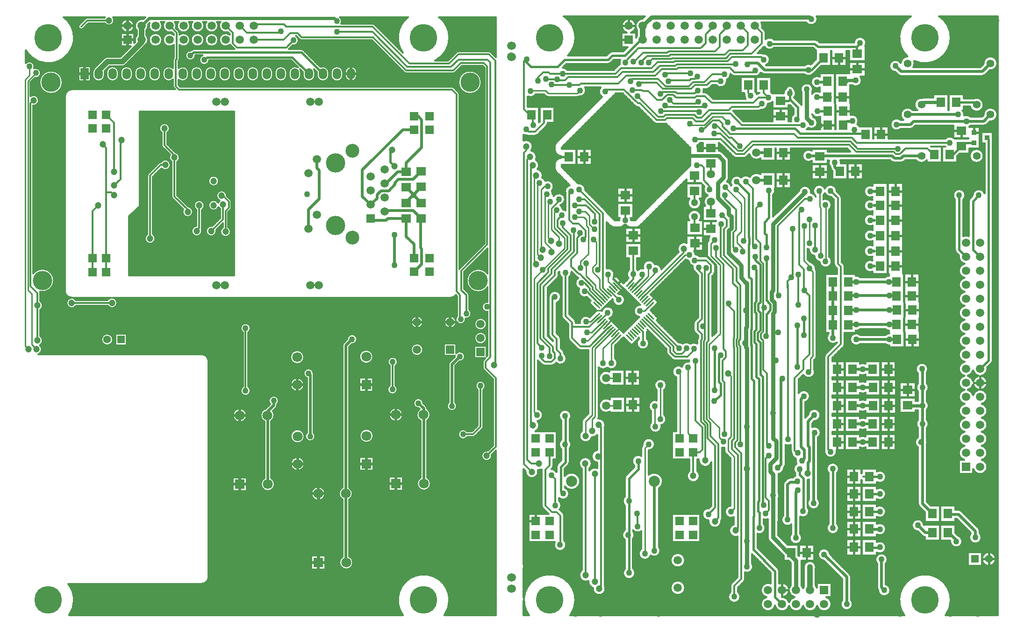
<source format=gbl>
%FSLAX43Y43*%
%MOMM*%
G71*
G01*
G75*
G04 Layer_Physical_Order=2*
%ADD10C,0.300*%
%ADD11R,1.600X1.800*%
%ADD12R,1.800X1.600*%
%ADD13R,0.600X2.150*%
%ADD14R,0.600X2.150*%
%ADD15R,0.600X1.700*%
%ADD16C,0.250*%
%ADD17C,0.063*%
%ADD18R,1.700X0.600*%
%ADD19R,1.700X0.600*%
%ADD20R,1.550X0.600*%
%ADD21R,1.550X0.600*%
%ADD22R,2.200X0.600*%
%ADD23R,2.200X0.600*%
%ADD24R,1.450X0.550*%
%ADD25R,1.450X0.550*%
%ADD26R,1.300X1.500*%
%ADD27R,2.200X0.550*%
%ADD28R,2.200X0.550*%
%ADD29R,1.300X0.850*%
%ADD30R,2.700X2.500*%
%ADD31R,1.650X0.300*%
%ADD32R,0.300X1.600*%
%ADD33R,2.150X0.600*%
%ADD34R,2.500X2.000*%
%ADD35R,2.500X0.500*%
%ADD36O,1.800X0.350*%
%ADD37O,1.800X0.350*%
%ADD38R,1.500X1.300*%
%ADD39R,2.150X0.600*%
%ADD40R,0.850X1.300*%
%ADD41C,0.500*%
%ADD42C,0.800*%
%ADD43C,0.400*%
%ADD44C,0.600*%
%ADD45C,1.000*%
%ADD46C,0.100*%
%ADD47C,1.500*%
%ADD48C,1.400*%
%ADD49R,1.500X1.500*%
%ADD50R,1.400X1.400*%
%ADD51C,1.300*%
%ADD52C,1.500*%
%ADD53C,2.000*%
%ADD54C,5.000*%
%ADD55R,1.800X1.800*%
%ADD56C,1.800*%
%ADD57C,3.500*%
%ADD58O,1.500X2.000*%
%ADD59R,1.500X2.000*%
%ADD60C,1.200*%
%ADD61C,2.500*%
%ADD62C,1.100*%
%ADD63C,1.270*%
%ADD64R,0.950X0.900*%
%ADD65C,0.700*%
D10*
X86254Y103951D02*
G03*
X85822Y104200I-433J-251D01*
G01*
X80300Y104200D02*
G03*
X79947Y104054I-0J-500D01*
G01*
X80300Y104200D02*
G03*
X79947Y104054I-0J-500D01*
G01*
X79400Y100250D02*
G03*
X79754Y100397I0J500D01*
G01*
X79400Y100250D02*
G03*
X79754Y100397I0J500D01*
G01*
X79454Y97654D02*
G03*
X79100Y97800I-354J-354D01*
G01*
X79454Y97654D02*
G03*
X79100Y97800I-354J-354D01*
G01*
X84500Y98600D02*
G03*
X84500Y98600I-2100J0D01*
G01*
X80450Y96450D02*
G03*
X80304Y96804I-500J0D01*
G01*
X80450Y96450D02*
G03*
X80304Y96804I-500J0D01*
G01*
X85600Y58755D02*
G03*
X85600Y56974I-129J-891D01*
G01*
X82250Y60000D02*
G03*
X82104Y60354I-500J0D01*
G01*
X82250Y60000D02*
G03*
X82104Y60354I-500J0D01*
G01*
X82650Y56650D02*
G03*
X82250Y57398I-900J0D01*
G01*
X85421Y54743D02*
G03*
X85421Y54743I-1100J0D01*
G01*
Y52203D02*
G03*
X85421Y52203I-1100J0D01*
G01*
X80574Y64867D02*
G03*
X80450Y64750I277J-416D01*
G01*
X85600Y63883D02*
G03*
X85600Y61417I-1700J-1233D01*
G01*
X81608Y55761D02*
G03*
X82650Y56650I142J889D01*
G01*
X81620Y55614D02*
G03*
X81608Y55761I-900J0D01*
G01*
X79900Y55245D02*
G03*
X81620Y55614I821J369D01*
G01*
X79793Y59942D02*
G03*
X79866Y60027I-929J874D01*
G01*
X80100Y56266D02*
G03*
X79825Y55523I620J-652D01*
G01*
X79909Y55101D02*
G03*
X79900Y55245I-1100J0D01*
G01*
X78825Y59525D02*
G03*
X79793Y59942I25J1275D01*
G01*
X78604Y59540D02*
G03*
X78825Y59525I196J1260D01*
G01*
X79825Y55523D02*
G03*
X79909Y55101I-1016J-422D01*
G01*
X81470Y48862D02*
G03*
X79909Y49473I-900J0D01*
G01*
X78650Y106700D02*
G03*
X76794Y110417I-4650J0D01*
G01*
X65120Y109081D02*
G03*
X64766Y109227I-354J-354D01*
G01*
X65120Y109081D02*
G03*
X64766Y109227I-354J-354D01*
G01*
X76049Y102526D02*
G03*
X78650Y106700I-2049J4174D01*
G01*
X71206Y110417D02*
G03*
X70250Y103951I2794J-3717D01*
G01*
X59193Y109678D02*
G03*
X58806Y110417I-900J0D01*
G01*
X59072Y109227D02*
G03*
X59193Y109678I-779J450D01*
G01*
X51547Y106397D02*
G03*
X51900Y106250I354J354D01*
G01*
X51547Y106397D02*
G03*
X51900Y106250I354J354D01*
G01*
X51350Y106200D02*
G03*
X50863Y107000I-900J0D01*
G01*
X52224Y104438D02*
G03*
X51834Y104600I-390J-388D01*
G01*
X52223Y104439D02*
G03*
X51834Y104600I-389J-389D01*
G01*
X50275Y105317D02*
G03*
X51350Y106200I176J883D01*
G01*
X61933Y100381D02*
G03*
X59733Y100381I-1100J0D01*
G01*
X59393D02*
G03*
X57193Y100381I-1100J0D01*
G01*
X56853D02*
G03*
X55285Y101377I-1100J0D01*
G01*
X54313Y100381D02*
G03*
X54152Y100955I-1100J0D01*
G01*
X51773Y100381D02*
G03*
X51612Y100955I-1100J0D01*
G01*
X51247Y101320D02*
G03*
X49573Y100381I-574J-939D01*
G01*
X70447Y100397D02*
G03*
X70800Y100250I354J354D01*
G01*
X70447Y100397D02*
G03*
X70800Y100250I354J354D01*
G01*
X67150Y59530D02*
G03*
X67314Y59540I0J1275D01*
G01*
X66932D02*
G03*
X67150Y59530I218J2264D01*
G01*
X61650Y59525D02*
G03*
X61815Y59536I0J1275D01*
G01*
X61650Y59525D02*
G03*
X61815Y59536I0J1275D01*
G01*
X73909Y55101D02*
G03*
X73909Y55101I-1100J0D01*
G01*
Y50101D02*
G03*
X73909Y50101I-1100J0D01*
G01*
X61000Y51102D02*
G03*
X61950Y52000I50J899D01*
G01*
X59733Y99881D02*
G03*
X61933Y99881I1100J0D01*
G01*
X57193D02*
G03*
X59393Y99881I1100J0D01*
G01*
X54653D02*
G03*
X56853Y99881I1100J0D01*
G01*
X52113D02*
G03*
X54313Y99881I1100J0D01*
G01*
X49573D02*
G03*
X51773Y99881I1100J0D01*
G01*
X61950Y52000D02*
G03*
X60152Y51950I-900J0D01*
G01*
X59476Y51274D02*
G03*
X59300Y50850I424J-424D01*
G01*
X59476Y51274D02*
G03*
X59300Y50850I424J-424D01*
G01*
X84868Y48266D02*
G03*
X84721Y47912I354J-354D01*
G01*
X84868Y48266D02*
G03*
X84721Y47912I354J-354D01*
G01*
Y46812D02*
G03*
X84868Y46458I500J0D01*
G01*
X84721Y46812D02*
G03*
X84868Y46458I500J0D01*
G01*
X84800Y42802D02*
G03*
X85200Y43550I-500J748D01*
G01*
G03*
X83800Y42802I-900J0D01*
G01*
X80520Y47964D02*
G03*
X81470Y48862I50J899D01*
G01*
X79681Y49001D02*
G03*
X79672Y48812I889J-139D01*
G01*
X84654Y35747D02*
G03*
X84800Y36100I-354J354D01*
G01*
X84654Y35747D02*
G03*
X84800Y36100I-354J354D01*
G01*
X81899Y35250D02*
G03*
X81899Y34250I-748J-500D01*
G01*
X78701Y47841D02*
G03*
X78525Y47417I424J-424D01*
G01*
X78701Y47841D02*
G03*
X78525Y47417I424J-424D01*
G01*
X80025Y39900D02*
G03*
X79725Y40571I-900J0D01*
G01*
X74650Y39400D02*
G03*
X74474Y39824I-600J0D01*
G01*
X74650Y39400D02*
G03*
X74474Y39824I-600J0D01*
G01*
X73950Y40400D02*
G03*
X73100Y39502I-900J0D01*
G01*
X78525Y40571D02*
G03*
X80025Y39900I600J-671D01*
G01*
X75220Y38300D02*
G03*
X74650Y39349I-1250J0D01*
G01*
Y37251D02*
G03*
X75220Y38300I-680J1049D01*
G01*
X73268Y39334D02*
G03*
X73450Y37163I702J-1034D01*
G01*
X82950Y34250D02*
G03*
X83304Y34397I0J500D01*
G01*
X82950Y34250D02*
G03*
X83304Y34397I0J500D01*
G01*
X86372Y30858D02*
G03*
X86346Y31075I-950J0D01*
G01*
X85639Y31783D02*
G03*
X86372Y30858I-218J-925D01*
G01*
X77750Y1950D02*
G03*
X78650Y4700I-3750J2750D01*
G01*
X75300Y25800D02*
G03*
X74650Y26897I-1250J0D01*
G01*
X73450D02*
G03*
X75300Y25800I600J-1097D01*
G01*
X78650Y4700D02*
G03*
X70250Y1950I-4650J0D01*
G01*
X68900Y47152D02*
G03*
X69300Y47900I-500J748D01*
G01*
G03*
X67900Y47152I-900J0D01*
G01*
X64850Y48830D02*
G03*
X64850Y48830I-1250J0D01*
G01*
X69250Y42900D02*
G03*
X68900Y43612I-900J0D01*
G01*
X67900Y43680D02*
G03*
X69250Y42900I450J-779D01*
G01*
X54035Y45635D02*
G03*
X54050Y45800I-885J165D01*
G01*
X54050Y45500D02*
G03*
X54035Y45635I-600J0D01*
G01*
X54050Y45500D02*
G03*
X54035Y45635I-600J0D01*
G01*
X54050Y45800D02*
G03*
X52850Y44952I-900J0D01*
G01*
X52350Y48750D02*
G03*
X52350Y48750I-1250J0D01*
G01*
Y43750D02*
G03*
X52350Y43750I-1250J0D01*
G01*
X47450Y40179D02*
G03*
X47750Y40850I-600J671D01*
G01*
X70220Y38300D02*
G03*
X70220Y38300I-1250J0D01*
G01*
X64900Y34480D02*
G03*
X64900Y34480I-1250J0D01*
G01*
X61150Y24000D02*
G03*
X60500Y25097I-1250J0D01*
G01*
Y22903D02*
G03*
X61150Y24000I-600J1097D01*
G01*
X59300Y25097D02*
G03*
X59300Y22903I600J-1097D01*
G01*
X61230Y11500D02*
G03*
X60500Y12637I-1250J0D01*
G01*
X59300Y12549D02*
G03*
X61230Y11500I680J-1049D01*
G01*
X54350Y34400D02*
G03*
X54050Y35071I-900J0D01*
G01*
X52850D02*
G03*
X54350Y34400I600J-671D01*
G01*
X52400D02*
G03*
X52400Y34400I-1250J0D01*
G01*
X56150Y24000D02*
G03*
X56150Y24000I-1250J0D01*
G01*
X52400Y29400D02*
G03*
X52400Y29400I-1250J0D01*
G01*
X37184Y109578D02*
G03*
X38548Y107715I947J-738D01*
G01*
X36790Y108840D02*
G03*
X36537Y109578I-1200J0D01*
G01*
X34644D02*
G03*
X36790Y108840I947J-738D01*
G01*
X34250D02*
G03*
X33997Y109578I-1200J0D01*
G01*
X38953Y105427D02*
G03*
X39047Y105297I447J223D01*
G01*
X38953Y105427D02*
G03*
X39047Y105297I447J223D01*
G01*
X38900Y107220D02*
G03*
X38953Y105427I-770J-920D01*
G01*
X36790Y106300D02*
G03*
X36790Y106300I-1200J0D01*
G01*
X33954Y103500D02*
G03*
X35149Y102600I296J-850D01*
G01*
X32104Y109578D02*
G03*
X34250Y108840I947J-738D01*
G01*
X31710D02*
G03*
X31457Y109578I-1200J0D01*
G01*
X29564D02*
G03*
X31710Y108840I947J-738D01*
G01*
X29750Y107560D02*
G03*
X29604Y107914I-500J0D01*
G01*
X29750Y107560D02*
G03*
X29604Y107914I-500J0D01*
G01*
X29095Y108422D02*
G03*
X29170Y108840I-1125J418D01*
G01*
G03*
X28917Y109578I-1200J0D01*
G01*
X27024D02*
G03*
X28388Y107715I947J-738D01*
G01*
X34250Y106300D02*
G03*
X34250Y106300I-1200J0D01*
G01*
X31710D02*
G03*
X29750Y107229I-1200J0D01*
G01*
Y105371D02*
G03*
X31710Y106300I760J929D01*
G01*
X32350Y104600D02*
G03*
X31961Y104439I0J-550D01*
G01*
X32350Y104600D02*
G03*
X31960Y104438I0J-550D01*
G01*
X31865Y104343D02*
G03*
X32650Y103450I-115J-893D01*
G01*
X28750Y107212D02*
G03*
X28750Y105388I-780J-912D01*
G01*
X28747Y103004D02*
G03*
X28600Y102650I354J-354D01*
G01*
X28747Y103004D02*
G03*
X28600Y102650I354J-354D01*
G01*
X29604Y102447D02*
G03*
X29750Y102800I-354J354D01*
G01*
X29604Y102447D02*
G03*
X29750Y102800I-354J354D01*
G01*
X49233Y100381D02*
G03*
X47033Y100381I-1100J0D01*
G01*
X46693D02*
G03*
X44493Y100381I-1100J0D01*
G01*
X44153D02*
G03*
X41953Y100381I-1100J0D01*
G01*
X41613D02*
G03*
X39413Y100381I-1100J0D01*
G01*
X39073D02*
G03*
X36873Y100381I-1100J0D01*
G01*
X47033Y99881D02*
G03*
X49233Y99881I1100J0D01*
G01*
X44493D02*
G03*
X46693Y99881I1100J0D01*
G01*
X41953D02*
G03*
X44153Y99881I1100J0D01*
G01*
X39413D02*
G03*
X41613Y99881I1100J0D01*
G01*
X36873D02*
G03*
X39073Y99881I1100J0D01*
G01*
X36533Y100381D02*
G03*
X34333Y100381I-1100J0D01*
G01*
X33993D02*
G03*
X31793Y100381I-1100J0D01*
G01*
X31453D02*
G03*
X29600Y101183I-1100J0D01*
G01*
X28600Y101150D02*
G03*
X26713Y100381I-787J-768D01*
G01*
X34333Y99881D02*
G03*
X36533Y99881I1100J0D01*
G01*
X31793D02*
G03*
X33993Y99881I1100J0D01*
G01*
X29600Y99079D02*
G03*
X31453Y99881I753J802D01*
G01*
X26713D02*
G03*
X28600Y99113I1100J0D01*
G01*
Y97900D02*
G03*
X28747Y97547I500J0D01*
G01*
X28600Y97900D02*
G03*
X28747Y97547I500J0D01*
G01*
X26630Y108840D02*
G03*
X26377Y109578I-1200J0D01*
G01*
X24368Y109399D02*
G03*
X26630Y108840I1062J-559D01*
G01*
X24090D02*
G03*
X24063Y109094I-1200J0D01*
G01*
X23740Y107993D02*
G03*
X24090Y108840I-850J847D01*
G01*
X23144Y110013D02*
G03*
X22040Y107993I-254J-1173D01*
G01*
X26630Y106300D02*
G03*
X26630Y106300I-1200J0D01*
G01*
X24090D02*
G03*
X23740Y107147I-1200J0D01*
G01*
X23538Y105290D02*
G03*
X24090Y106300I-648J1010D01*
G01*
X22040Y107147D02*
G03*
X21756Y105908I850J-847D01*
G01*
X17947Y109828D02*
G03*
X17742Y110417I-950J0D01*
G01*
X21550Y108840D02*
G03*
X21550Y108840I-1200J0D01*
G01*
X16253Y110417D02*
G03*
X16190Y110328I745J-590D01*
G01*
X10650Y106700D02*
G03*
X8794Y110417I-4650J0D01*
G01*
X16190Y109328D02*
G03*
X17947Y109828I808J500D01*
G01*
X13081Y110328D02*
G03*
X12727Y110181I0J-500D01*
G01*
X13081Y110328D02*
G03*
X12727Y110181I0J-500D01*
G01*
X11599Y109053D02*
G03*
X12307Y108346I354J-354D01*
G01*
X16750Y103200D02*
G03*
X16149Y102951I0J-850D01*
G01*
X16750Y103200D02*
G03*
X16149Y102951I0J-850D01*
G01*
X1947Y104420D02*
G03*
X10650Y106700I4053J2280D01*
G01*
X26373Y100381D02*
G03*
X24173Y100381I-1100J0D01*
G01*
X23833D02*
G03*
X21633Y100381I-1100J0D01*
G01*
X21293D02*
G03*
X19093Y100381I-1100J0D01*
G01*
X19400Y101500D02*
G03*
X20001Y101749I0J850D01*
G01*
X19400Y101500D02*
G03*
X20001Y101749I0J850D01*
G01*
X18753Y100381D02*
G03*
X16553Y100381I-1100J0D01*
G01*
X16213D02*
G03*
X16193Y100591I-1100J0D01*
G01*
X24173Y99881D02*
G03*
X26373Y99881I1100J0D01*
G01*
X21633D02*
G03*
X23833Y99881I1100J0D01*
G01*
X19093D02*
G03*
X21293Y99881I1100J0D01*
G01*
X16553D02*
G03*
X18753Y99881I1100J0D01*
G01*
X14481Y101281D02*
G03*
X14013Y100381I632J-900D01*
G01*
X3498Y101476D02*
G03*
X1947Y102098I-900J0D01*
G01*
X3421Y101113D02*
G03*
X3498Y101476I-824J363D01*
G01*
X4651Y100275D02*
G03*
X3421Y101113I-900J0D01*
G01*
X3546Y99399D02*
G03*
X4651Y100275I205J876D01*
G01*
X14013Y99881D02*
G03*
X16213Y99881I1100J0D01*
G01*
X10328Y97325D02*
G03*
X9025Y96050I-27J-1275D01*
G01*
X8600Y98600D02*
G03*
X8600Y98600I-2100J0D01*
G01*
X3301Y94375D02*
G03*
X4301Y95324I50J949D01*
G01*
G03*
X2773Y96078I-950J0D01*
G01*
X42250Y53252D02*
G03*
X42650Y54000I-500J748D01*
G01*
X47274Y39576D02*
G03*
X47450Y40000I-424J424D01*
G01*
X47274Y39576D02*
G03*
X47450Y40000I-424J424D01*
G01*
X47750Y40850D02*
G03*
X46215Y40213I-900J0D01*
G01*
X46950Y38200D02*
G03*
X46678Y38979I-1250J0D01*
G01*
X46380Y37151D02*
G03*
X46950Y38200I-680J1049D01*
G01*
X45420Y39418D02*
G03*
X45180Y37063I280J-1218D01*
G01*
X42650Y42650D02*
G03*
X42250Y43398I-900J0D01*
G01*
X42650Y54000D02*
G03*
X41250Y53252I-900J0D01*
G01*
Y43398D02*
G03*
X42650Y42650I500J-748D01*
G01*
X41950Y38200D02*
G03*
X41950Y38200I-1250J0D01*
G01*
X47030Y25700D02*
G03*
X46380Y26797I-1250J0D01*
G01*
X45180D02*
G03*
X47030Y25700I600J-1097D01*
G01*
X9025Y61149D02*
G03*
X9866Y59601I1230J-334D01*
G01*
X27311Y59540D02*
G03*
X27507Y59525I196J1260D01*
G01*
X4492Y60601D02*
G03*
X7050Y62650I458J2049D01*
G01*
X4551Y60365D02*
G03*
X4492Y60601I-500J0D01*
G01*
X4551Y60365D02*
G03*
X4492Y60601I-500J0D01*
G01*
X7050Y62650D02*
G03*
X3301Y63950I-2100J0D01*
G01*
X35025Y48000D02*
G03*
X33750Y49275I-1275J0D01*
G01*
X35025Y48000D02*
G03*
X33750Y49275I-1275J0D01*
G01*
X34694Y8042D02*
G03*
X35025Y8900I-943J858D01*
G01*
X34694Y8042D02*
G03*
X35025Y8900I-943J858D01*
G01*
X18504Y58600D02*
G03*
X17689Y59540I-950J0D01*
G01*
X33750Y7625D02*
G03*
X34694Y8042I0J1275D01*
G01*
X33742Y7625D02*
G03*
X34694Y8042I8J1275D01*
G01*
X17420Y59540D02*
G03*
X16726Y59065I135J-940D01*
G01*
X16770Y58065D02*
G03*
X18504Y58600I785J535D01*
G01*
X17735Y51936D02*
G03*
X17735Y51936I-1050J0D01*
G01*
X10325Y59525D02*
G03*
X10546Y59540I25J1275D01*
G01*
X9866Y59601D02*
G03*
X10325Y59525I434J1199D01*
G01*
X11060Y59065D02*
G03*
X11060Y58065I-808J-500D01*
G01*
X5001Y58115D02*
G03*
X4551Y58922I-950J0D01*
G01*
Y57307D02*
G03*
X5001Y58115I-500J808D01*
G01*
Y51763D02*
G03*
X4551Y52571I-950J0D01*
G01*
X4480Y50916D02*
G03*
X5001Y51763I-429J847D01*
G01*
X4851Y50163D02*
G03*
X4480Y50916I-950J0D01*
G01*
X4240Y49275D02*
G03*
X4851Y50163I-339J888D01*
G01*
X9750Y1950D02*
G03*
X10650Y4700I-3750J2750D01*
G01*
G03*
X9615Y7625I-4650J0D01*
G01*
X176567Y100796D02*
G03*
X177930Y102041I113J1245D01*
G01*
G03*
X175435Y101927I-1250J0D01*
G01*
X175190Y99751D02*
G03*
X175761Y99990I0J800D01*
G01*
X175190Y99751D02*
G03*
X175756Y99985I-0J800D01*
G01*
X175430Y94541D02*
G03*
X173715Y95701I-1250J0D01*
G01*
X176567Y91496D02*
G03*
X177930Y92741I113J1245D01*
G01*
G03*
X175435Y92627I-1250J0D01*
G01*
X175490Y90751D02*
G03*
X176056Y90985I0J800D01*
G01*
X175490Y90751D02*
G03*
X176056Y90985I0J800D01*
G01*
X172977Y94201D02*
G03*
X175430Y94541I1203J340D01*
G01*
X171924Y92751D02*
G03*
X171629Y93501I-1100J0D01*
G01*
X173129Y92351D02*
G03*
X171905Y92546I-755J-800D01*
G01*
X172850Y90559D02*
G03*
X173129Y90751I-475J992D01*
G01*
X175430Y85241D02*
G03*
X175430Y85241I-1250J0D01*
G01*
X169474Y106701D02*
G03*
X167367Y110595I-4650J0D01*
G01*
X162845Y102493D02*
G03*
X169474Y106701I1979J4208D01*
G01*
X162282Y110595D02*
G03*
X161663Y103291I2542J-3893D01*
G01*
G03*
X160431Y102094I17J-1250D01*
G01*
X162930Y102041D02*
G03*
X162845Y102493I-1250J0D01*
G01*
X162723Y101351D02*
G03*
X162930Y102041I-1043J690D01*
G01*
X169950Y88556D02*
G03*
X168476Y88351I-625J-905D01*
G01*
X164380Y95775D02*
G03*
X163430Y93541I-200J-1234D01*
G01*
X162641D02*
G03*
X160916Y91751I-960J-800D01*
G01*
X162174Y90151D02*
G03*
X162741Y90386I0J800D01*
G01*
X162174Y90151D02*
G03*
X162740Y90385I0J800D01*
G01*
X175618Y78448D02*
G03*
X173475Y78062I-1044J-347D01*
G01*
X172987Y77575D02*
G03*
X172768Y77044I530J-530D01*
G01*
X172987Y77575D02*
G03*
X172768Y77044I530J-530D01*
G01*
X171774Y77315D02*
G03*
X172124Y78120I-750J805D01*
G01*
G03*
X170274Y77315I-1100J0D01*
G01*
X172768Y70694D02*
G03*
X171774Y70691I-493J-1203D01*
G01*
X170993Y67172D02*
G03*
X171997Y65681I1281J-221D01*
G01*
X170274Y68201D02*
G03*
X170494Y67671I750J0D01*
G01*
X170274Y68201D02*
G03*
X170494Y67671I750J0D01*
G01*
X163220Y84441D02*
G03*
X165145Y84446I960J800D01*
G01*
X160503Y84041D02*
G03*
X161069Y84276I0J800D01*
G01*
X160503Y84041D02*
G03*
X161070Y84277I0J800D01*
G01*
X171997Y65681D02*
G03*
X171997Y63141I278J-1270D01*
G01*
G03*
X171997Y60601I278J-1270D01*
G01*
G03*
X171997Y58061I278J-1270D01*
G01*
G03*
X171997Y55521I278J-1270D01*
G01*
G03*
X171997Y52981I278J-1270D01*
G01*
G03*
X171997Y50441I278J-1270D01*
G01*
X160431Y102094D02*
G03*
X159443Y100452I-957J-543D01*
G01*
X160009Y99900D02*
G03*
X160474Y99751I465J651D01*
G01*
X160009Y99900D02*
G03*
X160474Y99751I465J651D01*
G01*
X153969Y105104D02*
G03*
X154163Y105728I-906J624D01*
G01*
G03*
X151965Y105801I-1100J0D01*
G01*
X153374Y98951D02*
G03*
X153160Y99604I-1100J0D01*
G01*
X152554Y90981D02*
G03*
X152762Y91624I-892J643D01*
G01*
X151576Y98101D02*
G03*
X153374Y98951I698J850D01*
G01*
X152762Y91624D02*
G03*
X151322Y92670I-1100J0D01*
G01*
X160429Y91751D02*
G03*
X160429Y90151I-755J-800D01*
G01*
X158706Y84277D02*
G03*
X159273Y84041I567J565D01*
G01*
X158707Y84276D02*
G03*
X159273Y84041I566J566D01*
G01*
X152947Y90604D02*
G03*
X152554Y90981I-934J-581D01*
G01*
X145336Y110078D02*
G03*
X145207Y110595I-1100J0D01*
G01*
X145405Y106131D02*
G03*
X144874Y106351I-530J-530D01*
G01*
X145405Y106131D02*
G03*
X144874Y106351I-530J-530D01*
G01*
X143332Y109451D02*
G03*
X145336Y110078I904J627D01*
G01*
X144177Y101854D02*
G03*
X142969Y101651I-453J-1003D01*
G01*
Y100051D02*
G03*
X144614Y100204I755J800D01*
G01*
X145777Y99597D02*
G03*
X145777Y97655I-517J-971D01*
G01*
X149574Y84051D02*
G03*
X149503Y84441I-1100J0D01*
G01*
X147674Y83201D02*
G03*
X147909Y82635I800J0D01*
G01*
X147674Y83201D02*
G03*
X147910Y82634I800J0D01*
G01*
X147446Y84441D02*
G03*
X147674Y83296I1029J-390D01*
G01*
X148811Y78921D02*
G03*
X146689Y79327I-1100J0D01*
G01*
X145772Y96849D02*
G03*
X144360Y96507I-511J-974D01*
G01*
Y92804D02*
G03*
X145822Y92384I950J554D01*
G01*
X144360Y96771D02*
G03*
X144510Y97326I-950J555D01*
G01*
X145360Y91274D02*
G03*
X144540Y92338I-1100J0D01*
G01*
X143656Y90355D02*
G03*
X145360Y91274I604J919D01*
G01*
X143429Y90051D02*
G03*
X143656Y90355I-755J800D01*
G01*
X144328Y86183D02*
G03*
X144328Y84362I-617J-910D01*
G01*
X155337Y79799D02*
G03*
X155337Y77803I-462J-998D01*
G01*
Y77249D02*
G03*
X155337Y75253I-462J-998D01*
G01*
X155337Y74593D02*
G03*
X155337Y72596I-462J-998D01*
G01*
Y71793D02*
G03*
X155337Y69796I-462J-998D01*
G01*
Y68999D02*
G03*
X155337Y67003I-462J-998D01*
G01*
Y66271D02*
G03*
X155337Y64275I-462J-998D01*
G01*
X150274Y65151D02*
G03*
X150069Y65646I-700J0D01*
G01*
X150274Y65151D02*
G03*
X150069Y65646I-700J0D01*
G01*
X157609Y53865D02*
G03*
X158302Y53567I755J800D01*
G01*
Y63523D02*
G03*
X157559Y63223I12J-1100D01*
G01*
X158367Y53063D02*
G03*
X157656Y52761I47J-1099D01*
G01*
X157662Y51161D02*
G03*
X158367Y50865I752J803D01*
G01*
X153117Y63223D02*
G03*
X152312Y63522I-755J-800D01*
G01*
X152312Y53566D02*
G03*
X153117Y53865I50J1099D01*
G01*
X153121Y52761D02*
G03*
X153114Y51161I-758J-797D01*
G01*
X150069Y50632D02*
G03*
X150274Y51127I-495J495D01*
G01*
X150069Y50632D02*
G03*
X150274Y51127I-495J495D01*
G01*
X149724Y77608D02*
G03*
X149519Y78103I-700J0D01*
G01*
X149724Y77608D02*
G03*
X149519Y78103I-700J0D01*
G01*
X146697Y78495D02*
G03*
X147816Y77826I1014J426D01*
G01*
X147499Y75524D02*
G03*
X147874Y76351I-725J827D01*
G01*
X146689Y79327D02*
G03*
X144809Y78222I-1014J-426D01*
G01*
G03*
X144163Y78542I-785J-771D01*
G01*
X147874Y76351D02*
G03*
X146399Y77385I-1100J0D01*
G01*
Y78074D02*
G03*
X146697Y78495I-725J827D01*
G01*
X145049Y77850D02*
G03*
X144890Y78130I-1025J-399D01*
G01*
X143815Y68323D02*
G03*
X144811Y67123I1095J-104D01*
G01*
X147911Y66118D02*
G03*
X147499Y66976I-1100J0D01*
G01*
X144811Y67123D02*
G03*
X145714Y66036I1100J-5D01*
G01*
X148324Y65701D02*
G03*
X148529Y65206I700J0D01*
G01*
X148324Y65701D02*
G03*
X148529Y65206I700J0D01*
G01*
X147362Y53019D02*
G03*
X148874Y51426I800J-755D01*
G01*
X145714Y66036D02*
G03*
X147911Y66118I1097J82D01*
G01*
X145024Y64867D02*
G03*
X144135Y65947I-1100J0D01*
G01*
X145199Y64267D02*
G03*
X145016Y64730I-675J0D01*
G01*
X145199Y64267D02*
G03*
X145016Y64730I-675J0D01*
G01*
X146816Y49358D02*
G03*
X146611Y48863I495J-495D01*
G01*
X146816Y49358D02*
G03*
X146611Y48863I495J-495D01*
G01*
X145002Y48450D02*
G03*
X145199Y48927I-477J477D01*
G01*
X145002Y48450D02*
G03*
X145199Y48927I-477J477D01*
G01*
X176899Y47655D02*
G03*
X177118Y48185I-530J530D01*
G01*
X176899Y47655D02*
G03*
X177118Y48185I-530J530D01*
G01*
X175092Y45361D02*
G03*
X176114Y46631I-278J1270D01*
G01*
X173544Y46353D02*
G03*
X174537Y45361I1270J278D01*
G01*
X176114Y44091D02*
G03*
X175092Y45361I-1300J0D01*
G01*
X175092Y42821D02*
G03*
X176114Y44091I-278J1270D01*
G01*
X174537Y45361D02*
G03*
X173544Y44369I278J-1270D01*
G01*
Y43813D02*
G03*
X174537Y42821I1270J278D01*
G01*
X176114Y41551D02*
G03*
X175092Y42821I-1300J0D01*
G01*
X174537D02*
G03*
X173544Y41829I278J-1270D01*
G01*
X175092Y40281D02*
G03*
X176114Y41551I-278J1270D01*
G01*
X172552Y45361D02*
G03*
X173544Y46353I-278J1270D01*
G01*
X171997Y50441D02*
G03*
X171997Y47901I278J-1270D01*
G01*
G03*
X171997Y45361I278J-1270D01*
G01*
X173544Y44369D02*
G03*
X172552Y45361I-1270J-278D01*
G01*
X171997D02*
G03*
X171997Y42821I278J-1270D01*
G01*
X165174Y45969D02*
G03*
X165374Y46601I-900J632D01*
G01*
X172552Y42821D02*
G03*
X173544Y43813I-278J1270D01*
G01*
X173544Y41829D02*
G03*
X172552Y42821I-1270J-278D01*
G01*
X171997D02*
G03*
X171997Y40281I278J-1270D01*
G01*
X176114Y39011D02*
G03*
X175092Y40281I-1300J0D01*
G01*
Y37741D02*
G03*
X176114Y39011I-278J1270D01*
G01*
Y36471D02*
G03*
X175092Y37741I-1300J0D01*
G01*
Y35201D02*
G03*
X176114Y36471I-278J1270D01*
G01*
Y33931D02*
G03*
X175092Y35201I-1300J0D01*
G01*
Y32661D02*
G03*
X176114Y33931I-278J1270D01*
G01*
Y31391D02*
G03*
X175092Y32661I-1300J0D01*
G01*
Y30121D02*
G03*
X176114Y31391I-278J1270D01*
G01*
X171997Y40281D02*
G03*
X171997Y37741I278J-1270D01*
G01*
G03*
X171997Y35201I278J-1270D01*
G01*
G03*
X171997Y32661I278J-1270D01*
G01*
G03*
X171884Y30151I278J-1270D01*
G01*
X165374Y46601D02*
G03*
X163574Y45753I-1100J0D01*
G01*
X165468Y43245D02*
G03*
X165174Y43992I-1100J0D01*
G01*
Y42497D02*
G03*
X165468Y43245I-807J748D01*
G01*
X165474Y39951D02*
G03*
X165174Y40706I-1100J0D01*
G01*
Y39196D02*
G03*
X165474Y39951I-800J755D01*
G01*
X163574Y44006D02*
G03*
X163574Y42483I793J-762D01*
G01*
X165468Y36645D02*
G03*
X165174Y37392I-1100J0D01*
G01*
Y35897D02*
G03*
X165468Y36645I-807J748D01*
G01*
X163574Y37406D02*
G03*
X163574Y35883I793J-762D01*
G01*
X165215Y33309D02*
G03*
X165174Y33607I-1100J0D01*
G01*
Y33012D02*
G03*
X165215Y33309I-1059J297D01*
G01*
X163574Y34267D02*
G03*
X163574Y32352I541J-958D01*
G01*
X176114Y28851D02*
G03*
X175092Y30121I-1300J0D01*
G01*
X173574Y28461D02*
G03*
X176114Y28851I1240J390D01*
G01*
X174744Y17204D02*
G03*
X174508Y17771I-800J0D01*
G01*
X174744Y17204D02*
G03*
X174510Y17770I-800J0D01*
G01*
X175044Y16054D02*
G03*
X174744Y16809I-1100J0D01*
G01*
X173144D02*
G03*
X175044Y16054I800J-755D01*
G01*
X171464Y20816D02*
G03*
X170897Y21051I-567J-565D01*
G01*
X171463Y20817D02*
G03*
X170897Y21051I-566J-566D01*
G01*
X171593Y15351D02*
G03*
X170756Y16419I-1100J0D01*
G01*
X169402Y15495D02*
G03*
X171593Y15351I1091J-144D01*
G01*
X177636Y12143D02*
G03*
X177636Y12143I-1250J0D01*
G01*
X168536Y1900D02*
G03*
X169474Y4701I-3712J2801D01*
G01*
X163574Y22173D02*
G03*
X163809Y21607I800J0D01*
G01*
X163574Y22173D02*
G03*
X163810Y21606I800J0D01*
G01*
X164326Y16339D02*
G03*
X164832Y16106I566J566D01*
G01*
X164325Y16340D02*
G03*
X164832Y16106I567J565D01*
G01*
X169474Y4701D02*
G03*
X161112Y1900I-4650J0D01*
G01*
X164641Y18286D02*
G03*
X163509Y17155I-1100J-32D01*
G01*
X154020Y47536D02*
G03*
X153022Y47544I-507J-976D01*
G01*
Y45576D02*
G03*
X154020Y45584I491J984D01*
G01*
X154024Y44225D02*
G03*
X153022Y44235I-512J-974D01*
G01*
Y42267D02*
G03*
X154024Y42277I491J984D01*
G01*
Y40925D02*
G03*
X153022Y40935I-512J-974D01*
G01*
Y38967D02*
G03*
X154024Y38977I491J984D01*
G01*
X157763Y27058D02*
G03*
X156122Y28015I-1100J0D01*
G01*
X154020Y37627D02*
G03*
X153022Y37635I-507J-976D01*
G01*
Y35667D02*
G03*
X154020Y35675I491J984D01*
G01*
Y34334D02*
G03*
X153022Y34342I-507J-976D01*
G01*
Y32373D02*
G03*
X154020Y32382I491J984D01*
G01*
X144860Y46063D02*
G03*
X144785Y46462I-1100J0D01*
G01*
X142787Y45550D02*
G03*
X144860Y46063I973J513D01*
G01*
X143174Y40593D02*
G03*
X143974Y41651I-300J1058D01*
G01*
X145874Y38251D02*
G03*
X143675Y38283I-1100J0D01*
G01*
X148824Y31601D02*
G03*
X148782Y31904I-1100J0D01*
G01*
X148874Y27696D02*
G03*
X149224Y28501I-750J805D01*
G01*
X146643Y31804D02*
G03*
X148824Y31601I1081J-203D01*
G01*
X149224Y28501D02*
G03*
X147374Y27696I-1100J0D01*
G01*
X144806Y37152D02*
G03*
X145874Y38251I-32J1100D01*
G01*
X145924Y35051D02*
G03*
X144424Y36076I-1100J0D01*
G01*
X145424Y34129D02*
G03*
X145924Y35051I-600J922D01*
G01*
X156122Y26101D02*
G03*
X157763Y27058I542J957D01*
G01*
Y23951D02*
G03*
X156122Y24908I-1100J0D01*
G01*
Y22994D02*
G03*
X157763Y23951I542J957D01*
G01*
Y20745D02*
G03*
X156122Y21702I-1100J0D01*
G01*
Y19787D02*
G03*
X157763Y20745I542J957D01*
G01*
Y17551D02*
G03*
X156122Y18508I-1100J0D01*
G01*
Y16594D02*
G03*
X157763Y17551I542J957D01*
G01*
X157740Y11298D02*
G03*
X158040Y12053I-800J755D01*
G01*
X157763Y14255D02*
G03*
X156122Y15212I-1100J0D01*
G01*
Y13297D02*
G03*
X157763Y14255I542J957D01*
G01*
X158040Y12053D02*
G03*
X156140Y11298I-1100J0D01*
G01*
X158540Y6502D02*
G03*
X157740Y7560I-1100J0D01*
G01*
X156340Y6472D02*
G03*
X158540Y6502I1100J30D01*
G01*
X156140Y7002D02*
G03*
X156340Y6472I800J0D01*
G01*
X156140Y7002D02*
G03*
X156340Y6472I800J0D01*
G01*
X151738Y3951D02*
G03*
X151438Y4706I-1100J0D01*
G01*
Y8852D02*
G03*
X151204Y9418I-800J0D01*
G01*
X151438Y8852D02*
G03*
X151203Y9419I-800J0D01*
G01*
X149838Y4706D02*
G03*
X151738Y3951I800J-755D01*
G01*
X149224Y17751D02*
G03*
X148874Y18556I-1100J0D01*
G01*
X147374D02*
G03*
X149224Y17751I750J-805D01*
G01*
X145760Y22257D02*
G03*
X145424Y23048I-1100J0D01*
G01*
X143824Y22971D02*
G03*
X145760Y22257I836J-714D01*
G01*
X143824Y20801D02*
G03*
X143560Y21517I-1100J0D01*
G01*
X147636Y12985D02*
G03*
X146505Y11854I-1100J-32D01*
G01*
X147861Y3961D02*
G03*
X146951Y5201I-1300J0D01*
G01*
X145291Y3683D02*
G03*
X147861Y3961I1270J278D01*
G01*
X145010Y10326D02*
G03*
X145060Y10654I-1050J328D01*
G01*
G03*
X142910Y10326I-1100J0D01*
G01*
X145261Y6892D02*
G03*
X145010Y7345I-1240J-390D01*
G01*
X142751Y3683D02*
G03*
X145291Y3683I1270J278D01*
G01*
X142751Y6779D02*
G03*
X142431Y7389I-1270J-278D01*
G01*
X142910Y7177D02*
G03*
X142751Y6779I1111J-676D01*
G01*
X140670Y97860D02*
G03*
X139663Y97480I-346J-609D01*
G01*
X141155Y97323D02*
G03*
X140670Y97860I-730J-172D01*
G01*
X137479Y106351D02*
G03*
X135974Y106450I-805J-750D01*
G01*
X136012Y101704D02*
G03*
X136708Y102727I-404J1023D01*
G01*
X144510Y97326D02*
G03*
X142460Y96771I-1100J0D01*
G01*
X141424Y96601D02*
G03*
X141155Y97323I-1100J0D01*
G01*
X141112Y95833D02*
G03*
X141424Y96601I-788J768D01*
G01*
X141060Y92827D02*
G03*
X140558Y91551I550J-953D01*
G01*
X139663Y97480D02*
G03*
X139225Y96557I662J-879D01*
G01*
X137230D02*
G03*
X136920Y96799I-821J-732D01*
G01*
X136358Y94726D02*
G03*
X137212Y95074I50J1099D01*
G01*
X135974Y107601D02*
G03*
X135769Y108096I-700J0D01*
G01*
X135974Y107601D02*
G03*
X135769Y108096I-700J0D01*
G01*
X135701Y105088D02*
G03*
X137479Y104851I973J513D01*
G01*
X136708Y102727D02*
G03*
X135446Y103815I-1100J0D01*
G01*
X135334Y108841D02*
G03*
X135182Y109451I-1300J0D01*
G01*
X135168Y100285D02*
G03*
X135733Y100051I566J566D01*
G01*
X135167Y100286D02*
G03*
X135733Y100051I567J565D01*
G01*
X133729Y99727D02*
G03*
X135081Y100372I329J1050D01*
G01*
X134673Y96525D02*
G03*
X134327Y96434I0J-700D01*
G01*
X134673Y96525D02*
G03*
X134327Y96434I0J-700D01*
G01*
X132166Y96309D02*
G03*
X132337Y95574I1092J-134D01*
G01*
X132070Y96663D02*
G03*
X132166Y96309I700J0D01*
G01*
X132070Y96663D02*
G03*
X132166Y96309I700J0D01*
G01*
X135153Y93630D02*
G03*
X136358Y94725I105J1095D01*
G01*
X134658Y93425D02*
G03*
X135153Y93630I0J700D01*
G01*
X134658Y93425D02*
G03*
X135153Y93630I0J700D01*
G01*
X129787Y99931D02*
G03*
X130282Y99726I495J495D01*
G01*
X129787Y99931D02*
G03*
X130282Y99726I495J495D01*
G01*
X128899Y99036D02*
G03*
X129574Y100051I-425J1015D01*
G01*
X126976Y98101D02*
G03*
X128924Y98801I849J700D01*
G01*
X125282Y97375D02*
G03*
X125777Y97580I0J700D01*
G01*
X125282Y97375D02*
G03*
X125777Y97580I0J700D01*
G01*
X125466Y96569D02*
G03*
X124971Y96774I-495J-495D01*
G01*
X125466Y96569D02*
G03*
X124971Y96774I-495J-495D01*
G01*
X124674D02*
G03*
X124731Y97124I-1043J350D01*
G01*
X133005Y85580D02*
G03*
X135037Y84806I1270J279D01*
G01*
X132007Y84873D02*
G03*
X132502Y85078I0J700D01*
G01*
X132007Y84873D02*
G03*
X132502Y85078I0J700D01*
G01*
X135037Y81912D02*
G03*
X133104Y81425I-763J-1053D01*
G01*
G03*
X131527Y81303I-729J-823D01*
G01*
X128127Y85893D02*
G03*
X127471Y86171I-672J-672D01*
G01*
X123546Y87145D02*
G03*
X124108Y87623I-391J1028D01*
G01*
X123624Y86701D02*
G03*
X123546Y87145I-1300J0D01*
G01*
X123624Y86701D02*
G03*
X123546Y87145I-1300J0D01*
G01*
X130112Y85078D02*
G03*
X130607Y84873I495J495D01*
G01*
X130112Y85078D02*
G03*
X130607Y84873I495J495D01*
G01*
X131527Y81303D02*
G03*
X129809Y79941I-803J-752D01*
G01*
X129274Y84352D02*
G03*
X128996Y85024I-950J0D01*
G01*
X129274Y84352D02*
G03*
X128996Y85024I-950J0D01*
G01*
Y80679D02*
G03*
X129274Y81351I-672J672D01*
G01*
X128996Y80679D02*
G03*
X129274Y81351I-672J672D01*
G01*
X144174Y78701D02*
G03*
X141996Y78916I-1100J0D01*
G01*
X129694Y79810D02*
G03*
X128926Y80609I-1069J-259D01*
G01*
X137674Y79001D02*
G03*
X137602Y79395I-1100J0D01*
G01*
X137324Y78196D02*
G03*
X137674Y79001I-750J805D01*
G01*
X125822Y70704D02*
G03*
X125590Y69881I860J-686D01*
G01*
X124877Y79709D02*
G03*
X125489Y78104I948J-558D01*
G01*
G03*
X125005Y76204I586J-1160D01*
G01*
X124274Y76748D02*
G03*
X123999Y77514I-1200J0D01*
G01*
X122150D02*
G03*
X124274Y76748I924J-765D01*
G01*
X124042Y73539D02*
G03*
X124274Y74248I-968J710D01*
G01*
G03*
X122107Y73539I-1200J0D01*
G01*
X125554Y69845D02*
G03*
X125357Y69367I477J-477D01*
G01*
X125554Y69845D02*
G03*
X125357Y69367I477J-477D01*
G01*
X123269Y67405D02*
G03*
X122990Y68039I-1095J-104D01*
G01*
X123954Y67018D02*
G03*
X123269Y67405I-849J-700D01*
G01*
X121465Y66460D02*
G03*
X122010Y66214I709J841D01*
G01*
X126551Y63672D02*
G03*
X126756Y64167I-495J495D01*
G01*
X126551Y63672D02*
G03*
X126756Y64167I-495J495D01*
G01*
X123724Y52269D02*
G03*
X123572Y51832I547J-437D01*
G01*
X123724Y52269D02*
G03*
X123572Y51832I547J-437D01*
G01*
X123129Y55396D02*
G03*
X122924Y54901I495J-495D01*
G01*
X122748Y65277D02*
G03*
X123236Y64122I1077J-226D01*
G01*
X123129Y55396D02*
G03*
X122924Y54898I495J-495D01*
G01*
Y53701D02*
G03*
X123129Y53206I700J0D01*
G01*
X122924Y53701D02*
G03*
X123129Y53206I700J0D01*
G01*
X122010Y66214D02*
G03*
X122748Y65277I1095J104D01*
G01*
X123572Y51196D02*
G03*
X122309Y51179I-619J-909D01*
G01*
X121802Y48137D02*
G03*
X122131Y48218I0J700D01*
G01*
X121802Y48137D02*
G03*
X122131Y48218I0J700D01*
G01*
X121668Y69447D02*
G03*
X120186Y67797I-513J-1029D01*
G01*
X117088Y64699D02*
G03*
X115880Y65610I-1085J-182D01*
G01*
X122309Y51179D02*
G03*
X120927Y51205I-707J-843D01*
G01*
X122137Y47938D02*
G03*
X120813Y46994I-232J-1075D01*
G01*
X120927Y51205D02*
G03*
X120175Y51434I-675J-869D01*
G01*
X119007Y48342D02*
G03*
X119502Y48137I495J495D01*
G01*
X119007Y48342D02*
G03*
X119502Y48137I495J495D01*
G01*
X118002Y49637D02*
G03*
X118207Y49142I700J0D01*
G01*
X118002Y49637D02*
G03*
X118207Y49142I700J0D01*
G01*
X113647Y110139D02*
G03*
X112444Y109119I67J-1298D01*
G01*
Y108563D02*
G03*
X112664Y108075I1270J278D01*
G01*
X112444Y109119D02*
G03*
X110784Y107601I-1270J-278D01*
G01*
X111565D02*
G03*
X112444Y108563I-390J1240D01*
G01*
X112664Y107068D02*
G03*
X112474Y106692I1050J-766D01*
G01*
X108174Y104201D02*
G03*
X107644Y103981I0J-750D01*
G01*
X108174Y104201D02*
G03*
X107644Y103981I0J-750D01*
G01*
X109611Y102701D02*
G03*
X109533Y101832I966J-525D01*
G01*
G03*
X109282Y101671I244J-656D01*
G01*
X109533Y101832D02*
G03*
X109282Y101671I244J-656D01*
G01*
X107424Y101951D02*
G03*
X107955Y102171I-0J750D01*
G01*
X107424Y101951D02*
G03*
X107955Y102171I0J750D01*
G01*
X106094Y97676D02*
G03*
X106330Y95945I781J-775D01*
G01*
X112324Y72251D02*
G03*
X113244Y72632I0J1300D01*
G01*
X112324Y72251D02*
G03*
X113244Y72632I0J1300D01*
G01*
X110502Y72858D02*
G03*
X111601Y72251I1100J694D01*
G01*
X110502Y72858D02*
G03*
X111601Y72251I1100J694D01*
G01*
X109402D02*
G03*
X110502Y72858I0J1300D01*
G01*
X109402Y72251D02*
G03*
X110502Y72858I0J1300D01*
G01*
X107705Y72682D02*
G03*
X108309Y72340I920J919D01*
G01*
X107705Y72682D02*
G03*
X108310Y72340I919J919D01*
G01*
X108508Y72290D02*
G03*
X108824Y72251I316J1261D01*
G01*
X108509Y72290D02*
G03*
X108824Y72251I315J1261D01*
G01*
X103400Y97125D02*
G03*
X103252Y97676I-1100J0D01*
G01*
X102133Y96038D02*
G03*
X103400Y97125I167J1087D01*
G01*
X101800Y95950D02*
G03*
X102133Y96038I0J675D01*
G01*
X101800Y95950D02*
G03*
X102133Y96038I0J675D01*
G01*
X101474Y106701D02*
G03*
X99367Y110595I-4650J0D01*
G01*
X100150Y103451D02*
G03*
X101474Y106701I-3326J3250D01*
G01*
X100048Y100851D02*
G03*
X99185Y101251I-849J-700D01*
G01*
X96071Y96148D02*
G03*
X96548Y95950I477J477D01*
G01*
X96071Y96148D02*
G03*
X96548Y95950I477J477D01*
G01*
X92874Y96032D02*
G03*
X94253Y96400I473J993D01*
G01*
X96319Y90756D02*
G03*
X96524Y91251I-495J495D01*
G01*
X96319Y90756D02*
G03*
X96524Y91251I-495J495D01*
G01*
X94197Y88924D02*
G03*
X94692Y89129I0J700D01*
G01*
X94197Y88924D02*
G03*
X94692Y89129I0J700D01*
G01*
X92099Y89059D02*
G03*
X92760Y88967I475J992D01*
G01*
X97724Y86495D02*
G03*
X98937Y85197I1300J0D01*
G01*
X97724Y86495D02*
G03*
X98937Y85197I1300J0D01*
G01*
X98106Y87721D02*
G03*
X97724Y86801I919J-920D01*
G01*
X98105Y87720D02*
G03*
X97724Y86801I919J-919D01*
G01*
X98937Y84892D02*
G03*
X97724Y83595I88J-1297D01*
G01*
X98937Y84892D02*
G03*
X97724Y83595I88J-1297D01*
G01*
Y83201D02*
G03*
X98105Y82282I1300J0D01*
G01*
X97724Y83201D02*
G03*
X98106Y82282I1300J0D01*
G01*
X100467Y79920D02*
G03*
X99724Y78393I258J-1069D01*
G01*
Y75338D02*
G03*
X99190Y75561I-675J-868D01*
G01*
X99599Y77370D02*
G03*
X97535Y77901I-1100J0D01*
G01*
X98757Y76301D02*
G03*
X99599Y77370I-258J1069D01*
G01*
X99190Y75561D02*
G03*
X98757Y76301I-1091J-141D01*
G01*
X93747Y86973D02*
G03*
X92099Y88010I-1150J0D01*
G01*
X97548Y79721D02*
G03*
X96018Y80733I-1100J0D01*
G01*
X95473Y81313D02*
G03*
X95548Y81722I-1075J408D01*
G01*
X96018Y80733D02*
G03*
X95473Y81313I-1020J-412D01*
G01*
X97193Y78911D02*
G03*
X97548Y79721I-744J810D01*
G01*
X97398Y78271D02*
G03*
X97193Y78911I-1100J0D01*
G01*
X93459Y86211D02*
G03*
X93747Y86973I-861J762D01*
G01*
X94448Y85072D02*
G03*
X93459Y86211I-1150J0D01*
G01*
X94639Y82846D02*
G03*
X94898Y83572I-892J726D01*
G01*
X94329Y84564D02*
G03*
X94448Y85072I-1032J508D01*
G01*
X94898Y83572D02*
G03*
X94329Y84564I-1150J0D01*
G01*
X95548Y81722D02*
G03*
X94639Y82846I-1150J0D01*
G01*
X115880Y65610D02*
G03*
X113818Y64846I-1027J-393D01*
G01*
G03*
X112786Y64504I-215J-1079D01*
G01*
X111252Y64635D02*
G03*
X111147Y63036I700J-848D01*
G01*
X108362Y63150D02*
G03*
X108551Y63767I-910J617D01*
G01*
X110452Y59137D02*
G03*
X109224Y60229I-1100J0D01*
G01*
X108262Y59282D02*
G03*
X110452Y59137I1090J-145D01*
G01*
X113232Y58236D02*
G03*
X113065Y56045I-29J-1100D01*
G01*
X114828Y51248D02*
G03*
X114437Y52089I-1100J0D01*
G01*
X113037Y52104D02*
G03*
X114828Y51248I691J-856D01*
G01*
X107634Y55773D02*
G03*
X108452Y56837I-281J1063D01*
G01*
X109101Y47663D02*
G03*
X108676Y48532I-1100J0D01*
G01*
X107251Y46859D02*
G03*
X109101Y47663I750J804D01*
G01*
X108551Y63767D02*
G03*
X107174Y64832I-1100J0D01*
G01*
X102025Y63123D02*
G03*
X102167Y61176I577J-937D01*
G01*
X101635Y63342D02*
G03*
X102000Y63149I495J495D01*
G01*
X101635Y63342D02*
G03*
X102000Y63149I495J495D01*
G01*
X102167Y61176D02*
G03*
X103589Y59677I985J-490D01*
G01*
X108452Y56837D02*
G03*
X106289Y57118I-1100J0D01*
G01*
X100402Y63276D02*
G03*
X100776Y64103I-726J826D01*
G01*
X98589Y64267D02*
G03*
X99002Y63233I1088J-165D01*
G01*
X98244Y63072D02*
G03*
X98449Y63567I-495J495D01*
G01*
X98244Y63072D02*
G03*
X98449Y63567I-495J495D01*
G01*
X98076Y58593D02*
G03*
X98876Y59651I-300J1058D01*
G01*
G03*
X96676Y59671I-1100J0D01*
G01*
X104100Y55989D02*
G03*
X102310Y54937I-710J-840D01*
G01*
X101907Y50242D02*
G03*
X102402Y50037I495J495D01*
G01*
X101907Y50242D02*
G03*
X102402Y50037I495J495D01*
G01*
X101602Y55037D02*
G03*
X101397Y55531I-700J0D01*
G01*
X101602Y55037D02*
G03*
X101397Y55531I-700J0D01*
G01*
X105725Y46883D02*
G03*
X107251Y46859I775J780D01*
G01*
X99002Y56237D02*
G03*
X99207Y55742I700J0D01*
G01*
X99002Y56237D02*
G03*
X99207Y55742I700J0D01*
G01*
X100202Y52237D02*
G03*
X100407Y51742I700J0D01*
G01*
X100202Y52237D02*
G03*
X100407Y51742I700J0D01*
G01*
X98826Y52050D02*
G03*
X98621Y52544I-700J0D01*
G01*
X98826Y52050D02*
G03*
X98621Y52544I-700J0D01*
G01*
X99476Y49449D02*
G03*
X99271Y49944I-700J0D01*
G01*
X99876Y48499D02*
G03*
X99476Y49347I-1100J0D01*
G01*
Y49449D02*
G03*
X99271Y49944I-700J0D01*
G01*
X96676Y52800D02*
G03*
X96881Y52305I700J0D01*
G01*
X96676Y52800D02*
G03*
X96881Y52305I700J0D01*
G01*
X97997Y47722D02*
G03*
X99876Y48499I779J777D01*
G01*
X97198Y47213D02*
G03*
X97693Y47418I0J700D01*
G01*
X97198Y47213D02*
G03*
X97693Y47418I0J700D01*
G01*
X95453D02*
G03*
X95948Y47213I495J495D01*
G01*
X95453Y47418D02*
G03*
X95948Y47213I495J495D01*
G01*
X143974Y41651D02*
G03*
X141924Y42206I-1100J0D01*
G01*
X139574Y32799D02*
G03*
X140524Y32838I435J1010D01*
G01*
Y31794D02*
G03*
X140660Y31380I700J0D01*
G01*
X140524Y31794D02*
G03*
X140660Y31380I700J0D01*
G01*
G03*
X141464Y30299I1100J-21D01*
G01*
G03*
X141557Y29409I1046J-341D01*
G01*
G03*
X141360Y27653I553J-951D01*
G01*
X141375Y27256D02*
G03*
X140856Y26901I334J-1048D01*
G01*
X140424D02*
G03*
X139859Y26667I0J-800D01*
G01*
X140424Y26901D02*
G03*
X139859Y26667I0J-800D01*
G01*
X128482Y31809D02*
G03*
X128679Y31332I675J0D01*
G01*
X128482Y31809D02*
G03*
X128679Y31332I675J0D01*
G01*
X128106Y32323D02*
G03*
X128482Y32327I176J1086D01*
G01*
X139340Y28708D02*
G03*
X139574Y29274I-566J566D01*
G01*
X139339Y28707D02*
G03*
X139574Y29274I-565J567D01*
G01*
X138272Y27564D02*
G03*
X139258Y28626I-113J1094D01*
G01*
X139359Y26167D02*
G03*
X139124Y25601I566J-566D01*
G01*
X139359Y26167D02*
G03*
X139124Y25601I566J-566D01*
G01*
X138435Y23656D02*
G03*
X138274Y24228I-1100J0D01*
G01*
Y23084D02*
G03*
X138435Y23656I-940J572D01*
G01*
X142224Y19821D02*
G03*
X143824Y20801I500J980D01*
G01*
X139124Y20006D02*
G03*
X140624Y18403I800J-755D01*
G01*
X138224Y18747D02*
G03*
X138274Y19051I-900J304D01*
G01*
X135574Y19343D02*
G03*
X136374Y19374I360J1039D01*
G01*
Y19355D02*
G03*
X136324Y19051I900J-304D01*
G01*
X129632Y21804D02*
G03*
X130224Y19748I51J-1099D01*
G01*
X135924Y17751D02*
G03*
X135574Y18556I-1100J0D01*
G01*
X130224Y18420D02*
G03*
X130824Y16200I282J-1115D01*
G01*
X127901Y19111D02*
G03*
X128106Y19606I-495J495D01*
G01*
X127901Y19111D02*
G03*
X128106Y19606I-495J495D01*
G01*
X125623Y19156D02*
G03*
X127906Y18956I1132J-200D01*
G01*
X120813Y46994D02*
G03*
X119749Y45090I-658J-881D01*
G01*
X123872Y30201D02*
G03*
X126105Y29670I1134J-193D01*
G01*
X117578Y42793D02*
G03*
X118003Y43662I-675J869D01*
G01*
G03*
X116228Y42793I-1100J0D01*
G01*
X117953Y37510D02*
G03*
X117578Y38338I-1100J0D01*
G01*
X117046Y36427D02*
G03*
X117953Y37510I-193J1083D01*
G01*
X115204Y36940D02*
G03*
X117079Y36159I775J-781D01*
G01*
X124005Y27208D02*
G03*
X123555Y28120I-1150J0D01*
G01*
X122155D02*
G03*
X124005Y27208I700J-912D01*
G01*
X125687Y21350D02*
G03*
X125623Y19156I-105J-1095D01*
G01*
X117347Y26245D02*
G03*
X114804Y27435I-1550J0D01*
G01*
X116597Y24918D02*
G03*
X117347Y26245I-800J1328D01*
G01*
X142524Y15951D02*
G03*
X142224Y16706I-1100J0D01*
G01*
X140624D02*
G03*
X142524Y15951I800J-755D01*
G01*
X136324Y16039D02*
G03*
X136603Y15367I950J0D01*
G01*
X136324Y16039D02*
G03*
X136603Y15367I950J0D01*
G01*
X134474Y16708D02*
G03*
X135924Y17751I350J1043D01*
G01*
X133674Y10751D02*
G03*
X133524Y11306I-1100J0D01*
G01*
X140531Y7389D02*
G03*
X140211Y6779I950J-887D01*
G01*
Y6223D02*
G03*
X141203Y5231I1270J278D01*
G01*
X140211Y6779D02*
G03*
X138409Y7687I-1270J-278D01*
G01*
X139219Y5231D02*
G03*
X140211Y6223I-278J1270D01*
G01*
X140211Y3683D02*
G03*
X142751Y3683I1270J278D01*
G01*
X141203Y5231D02*
G03*
X140211Y4239I278J-1270D01*
G01*
G03*
X139219Y5231I-1270J-278D01*
G01*
X137671Y3683D02*
G03*
X140211Y3683I1270J278D01*
G01*
X138409Y9919D02*
G03*
X138189Y10449I-750J0D01*
G01*
X138409Y9919D02*
G03*
X138189Y10449I-750J0D01*
G01*
X136909Y7698D02*
G03*
X136123Y5231I-508J-1197D01*
G01*
G03*
X137671Y3683I278J-1270D01*
G01*
X132224Y9708D02*
G03*
X133674Y10751I350J1043D01*
G01*
X132019Y8006D02*
G03*
X132224Y8501I-495J495D01*
G01*
X132019Y8006D02*
G03*
X132224Y8501I-495J495D01*
G01*
X121354Y11911D02*
G03*
X121354Y11911I-1300J0D01*
G01*
X116879Y13653D02*
G03*
X116597Y14389I-1100J0D01*
G01*
X115126Y12768D02*
G03*
X116879Y13653I653J885D01*
G01*
X129779Y7746D02*
G03*
X129574Y7251I495J-495D01*
G01*
X129779Y7746D02*
G03*
X129574Y7251I495J-495D01*
G01*
X131374Y5301D02*
G03*
X130974Y6150I-1100J0D01*
G01*
X129574D02*
G03*
X131374Y5301I700J-849D01*
G01*
X121354Y6911D02*
G03*
X121354Y6911I-1300J0D01*
G01*
X116228Y40903D02*
G03*
X115204Y38991I-349J-1043D01*
G01*
X107664Y46115D02*
G03*
X107664Y43823I-613J-1146D01*
G01*
X107764Y41056D02*
G03*
X107764Y38882I-713J-1087D01*
G01*
X106848Y36117D02*
G03*
X106901Y36460I-1098J343D01*
G01*
G03*
X105623Y37603I-1150J0D01*
G01*
G03*
X105725Y37961I-573J357D01*
G01*
X105623Y37603D02*
G03*
X105725Y37961I-573J357D01*
G01*
X115879Y32958D02*
G03*
X113687Y32821I-1100J0D01*
G01*
X114804Y31859D02*
G03*
X115879Y32958I-25J1100D01*
G01*
X113651Y32785D02*
G03*
X113454Y32308I477J-477D01*
G01*
X113651Y32785D02*
G03*
X113454Y32308I477J-477D01*
G01*
Y30845D02*
G03*
X112128Y29103I-575J-938D01*
G01*
X104473Y34213D02*
G03*
X105451Y34645I77J1147D01*
G01*
Y31899D02*
G03*
X105451Y29619I150J-1140D01*
G01*
Y28616D02*
G03*
X104050Y28205I-450J-1058D01*
G01*
Y28587D02*
G03*
X104450Y29458I-750J872D01*
G01*
X102873Y37588D02*
G03*
X102675Y37110I477J-477D01*
G01*
X102873Y37588D02*
G03*
X102675Y37110I477J-477D01*
G01*
X100725Y38110D02*
G03*
X98925Y37261I-1100J0D01*
G01*
X95598Y38261D02*
G03*
X94673Y39347I-1100J0D01*
G01*
X100425Y37355D02*
G03*
X100725Y38110I-800J755D01*
G01*
X94617Y37167D02*
G03*
X95598Y38261I-119J1094D01*
G01*
X94948Y36360D02*
G03*
X94617Y37167I-1150J0D01*
G01*
X94246Y35301D02*
G03*
X94948Y36360I-448J1059D01*
G01*
X102675Y35391D02*
G03*
X104473Y34213I675J-931D01*
G01*
X100725Y32908D02*
G03*
X100425Y33663I-1100J0D01*
G01*
Y32153D02*
G03*
X100725Y32908I-800J755D01*
G01*
X104450Y29458D02*
G03*
X102650Y28510I-1150J0D01*
G01*
X100205Y29177D02*
G03*
X100425Y29707I-530J530D01*
G01*
X100205Y29177D02*
G03*
X100425Y29707I-530J530D01*
G01*
X98925Y33757D02*
G03*
X98925Y32060I700J-849D01*
G01*
X98295Y29388D02*
G03*
X98075Y28857I530J-530D01*
G01*
X98295Y29388D02*
G03*
X98075Y28857I530J-530D01*
G01*
X97317Y28610D02*
G03*
X97522Y29105I-495J495D01*
G01*
X97317Y28610D02*
G03*
X97522Y29105I-495J495D01*
G01*
X94703Y28275D02*
G03*
X95374Y28362I195J1133D01*
G01*
X94748Y27958D02*
G03*
X94703Y28275I-1150J0D01*
G01*
X98075Y27911D02*
G03*
X97163Y28456I-950J-554D01*
G01*
X92457Y28108D02*
G03*
X94748Y27958I1140J-150D01*
G01*
X110653Y27293D02*
G03*
X110428Y26757I525J-536D01*
G01*
X110648Y27287D02*
G03*
X110428Y26757I530J-530D01*
G01*
X110428Y23460D02*
G03*
X110428Y21851I750J-805D01*
G01*
X111928Y17357D02*
G03*
X113454Y17186I850J698D01*
G01*
X112178Y16504D02*
G03*
X111928Y17202I-1100J0D01*
G01*
Y15806D02*
G03*
X112178Y16504I-850J698D01*
G01*
X110428Y17392D02*
G03*
X110428Y15617I650J-887D01*
G01*
X113454Y14008D02*
G03*
X115126Y12768I625J-905D01*
G01*
X112328Y9602D02*
G03*
X111928Y10451I-1100J0D01*
G01*
X110428Y10357D02*
G03*
X112328Y9602I800J-755D01*
G01*
X103863Y8174D02*
G03*
X104661Y6904I1137J-171D01*
G01*
X102650Y10116D02*
G03*
X103863Y8174I700J-912D01*
G01*
X106951Y6753D02*
G03*
X106851Y7221I-1150J0D01*
G01*
X104661Y6904D02*
G03*
X106951Y6753I1140J-152D01*
G01*
X100536Y1900D02*
G03*
X101474Y4701I-3712J2801D01*
G01*
X102347Y26245D02*
G03*
X99575Y27198I-1550J0D01*
G01*
Y25292D02*
G03*
X102347Y26245I1223J953D01*
G01*
X100375Y24006D02*
G03*
X99575Y25064I-1100J0D01*
G01*
X98646Y21124D02*
G03*
X98925Y21855I-821J732D01*
G01*
X98525Y23202D02*
G03*
X100375Y24006I750J804D01*
G01*
X98925Y21855D02*
G03*
X98525Y22704I-1100J0D01*
G01*
X95374Y21855D02*
G03*
X95579Y21360I700J0D01*
G01*
X95374Y21855D02*
G03*
X95579Y21360I700J0D01*
G01*
X99475Y20005D02*
G03*
X99270Y20500I-700J0D01*
G01*
X99475Y20005D02*
G03*
X99270Y20500I-700J0D01*
G01*
X99825Y14704D02*
G03*
X99475Y15508I-1100J0D01*
G01*
X97744Y15201D02*
G03*
X99825Y14704I981J-497D01*
G01*
X101474Y4701D02*
G03*
X93112Y1900I-4650J0D01*
G01*
X92158Y10853D02*
G03*
X92099Y11237I-1275J0D01*
G01*
Y10386D02*
G03*
X92157Y10790I-2175J515D01*
G01*
X92156Y4875D02*
G03*
X92099Y5266I-2232J-124D01*
G01*
Y4422D02*
G03*
X92158Y4804I-1216J382D01*
G01*
X117752Y91073D02*
G03*
X117930Y91096I0J700D01*
G01*
X117752Y91073D02*
G03*
X117930Y91096I0J700D01*
G01*
X115707Y91278D02*
G03*
X116202Y91073I495J495D01*
G01*
X112356Y94279D02*
G03*
X112851Y94074I495J495D01*
G01*
X115707Y91278D02*
G03*
X116202Y91073I495J495D01*
G01*
X112356Y94279D02*
G03*
X112851Y94074I495J495D01*
G01*
X111601Y73551D02*
G03*
X111500Y73982I-1100J-32D01*
G01*
X109504D02*
G03*
X109402Y73551I998J-462D01*
G01*
X107131Y75095D02*
G03*
X106969Y75346I-656J-244D01*
G01*
X107131Y75095D02*
G03*
X106969Y75346I-656J-244D01*
G01*
X103269Y79046D02*
G03*
X103274Y79151I-1095J105D01*
G01*
G03*
X101990Y80236I-1100J0D01*
G01*
X36911Y80700D02*
G03*
X36911Y80700I-950J0D01*
G01*
X39210Y76919D02*
G03*
X39063Y77273I-500J0D01*
G01*
X39210Y76919D02*
G03*
X39063Y77273I-500J0D01*
G01*
X38359Y78020D02*
G03*
X37044Y77143I-950J0D01*
G01*
G03*
X36781Y76780I616J-724D01*
G01*
X29357Y84164D02*
G03*
X29807Y84971I-500J808D01*
G01*
G03*
X29004Y85910I-950J0D01*
G01*
X28357Y77870D02*
G03*
X28504Y77516I500J0D01*
G01*
X28357Y77870D02*
G03*
X28504Y77516I500J0D01*
G01*
X39063Y75516D02*
G03*
X39210Y75869I-354J354D01*
G01*
X39063Y75516D02*
G03*
X39210Y75869I-354J354D01*
G01*
X36839Y75940D02*
G03*
X37159Y75611I820J480D01*
G01*
X36781Y76780D02*
G03*
X36839Y75940I-820J-480D01*
G01*
X39060Y71518D02*
G03*
X38610Y72326I-950J0D01*
G01*
X36459Y71618D02*
G03*
X36434Y71836I-950J0D01*
G01*
X37610Y72326D02*
G03*
X39060Y71518I500J-808D01*
G01*
X35727Y72543D02*
G03*
X36459Y71618I-218J-925D01*
G01*
X33858Y75461D02*
G03*
X34308Y76269I-500J808D01*
G01*
G03*
X32858Y75461I-950J0D01*
G01*
X32208Y75119D02*
G03*
X31372Y76062I-950J0D01*
G01*
X30432Y75588D02*
G03*
X32208Y75119I826J-469D01*
G01*
X33803Y71939D02*
G03*
X33858Y72168I-444J230D01*
G01*
X33803Y71939D02*
G03*
X33858Y72168I-444J230D01*
G01*
X33858Y71618D02*
G03*
X33803Y71939I-950J0D01*
G01*
X32858Y72567D02*
G03*
X33858Y71618I50J-949D01*
G01*
X27557Y89415D02*
G03*
X28007Y90223I-500J808D01*
G01*
G03*
X26557Y89415I-950J0D01*
G01*
X28042Y85458D02*
G03*
X28357Y84164I816J-487D01*
G01*
X28157Y83621D02*
G03*
X26399Y84121I-950J0D01*
G01*
X26490Y82997D02*
G03*
X28157Y83621I717J624D01*
G01*
X26557Y87150D02*
G03*
X26703Y86797I500J0D01*
G01*
X26557Y87150D02*
G03*
X26703Y86797I500J0D01*
G01*
X26399Y84121D02*
G03*
X26053Y83975I8J-500D01*
G01*
X26399Y84121D02*
G03*
X26053Y83975I8J-500D01*
G01*
X24103Y82024D02*
G03*
X23956Y81671I354J-354D01*
G01*
X24103Y82024D02*
G03*
X23956Y81671I354J-354D01*
G01*
X25406Y70268D02*
G03*
X24956Y71075I-950J0D01*
G01*
X23956D02*
G03*
X25406Y70268I500J-808D01*
G01*
X86222Y104000D02*
X87122D01*
X86397Y103808D02*
Y110417D01*
X86122Y104100D02*
X87122D01*
X86405Y103800D02*
X87122D01*
X86305Y103900D02*
X87122D01*
X86197Y104030D02*
Y110417D01*
X86297Y103908D02*
Y110417D01*
X86097Y104117D02*
Y110417D01*
X85997Y104168D02*
Y110417D01*
X85897Y104194D02*
Y110417D01*
X87097Y103107D02*
Y110417D01*
X87122Y103083D02*
Y110417D01*
X86997Y103207D02*
Y110417D01*
X86897Y103308D02*
Y110417D01*
X86254Y103951D02*
X87122Y103083D01*
X86797Y103408D02*
Y110417D01*
X86697Y103507D02*
Y110417D01*
X86597Y103607D02*
Y110417D01*
X86497Y103707D02*
Y110417D01*
X85797Y104200D02*
Y110417D01*
X85697Y104200D02*
Y110417D01*
X85597Y104200D02*
Y110417D01*
X85497Y104200D02*
Y110417D01*
X85397Y104200D02*
Y110417D01*
X85297Y104200D02*
Y110417D01*
X85197Y104200D02*
Y110417D01*
X85097Y104200D02*
Y110417D01*
X84997Y104200D02*
Y110417D01*
X84897Y104200D02*
Y110417D01*
X84797Y104200D02*
Y110417D01*
X84697Y104200D02*
Y110417D01*
X84597Y104200D02*
Y110417D01*
X84771Y104200D02*
X85798D01*
X84497Y104200D02*
Y110417D01*
X84397Y104200D02*
Y110417D01*
X84297Y104200D02*
Y110417D01*
X84197Y104200D02*
Y110417D01*
X86605Y103600D02*
X87122D01*
X86705Y103500D02*
X87122D01*
X86505Y103700D02*
X87122D01*
X86905Y103300D02*
X87122D01*
X86805Y103400D02*
X87122D01*
X87005Y103200D02*
X87122D01*
X84690Y101600D02*
X85022Y101268D01*
X84297Y99501D02*
Y101600D01*
X84247Y99600D02*
X85022D01*
X84197Y99687D02*
Y101600D01*
X84342Y99400D02*
X85022D01*
Y99025D02*
Y101268D01*
X84298Y99500D02*
X85022D01*
X84413Y99200D02*
X85022D01*
X84380Y99300D02*
X85022D01*
X84440Y99100D02*
X85022D01*
X84397Y99249D02*
Y101600D01*
X84462Y99000D02*
X85022D01*
X84479Y98900D02*
X85022D01*
X80657Y101300D02*
X84990D01*
X80557Y101200D02*
X85022D01*
X80457Y101100D02*
X85022D01*
X83041Y100600D02*
X85022D01*
X82434Y100700D02*
X85022D01*
X80957Y101600D02*
X84690D01*
X80957Y101600D02*
X84690D01*
X80857Y101500D02*
X84790D01*
X80757Y101400D02*
X84890D01*
X83482Y100400D02*
X85022D01*
X83633Y100300D02*
X85022D01*
X83295Y100500D02*
X85022D01*
X83870Y100100D02*
X85022D01*
X83761Y100200D02*
X85022D01*
X84050Y99900D02*
X85022D01*
X83966Y100000D02*
X85022D01*
X84189Y99700D02*
X85022D01*
X84124Y99800D02*
X85022D01*
X84097Y104200D02*
Y110417D01*
X83997Y104200D02*
Y110417D01*
X83897Y104200D02*
Y110417D01*
X83797Y104200D02*
Y110417D01*
X83697Y104200D02*
Y110417D01*
X83597Y104200D02*
Y110417D01*
X83497Y104200D02*
Y110417D01*
X83397Y104200D02*
Y110417D01*
X83297Y104200D02*
Y110417D01*
X83197Y104200D02*
Y110417D01*
X83097Y104200D02*
Y110417D01*
X82997Y104200D02*
Y110417D01*
X82897Y104200D02*
Y110417D01*
X82797Y104200D02*
Y110417D01*
X82697Y104200D02*
Y110417D01*
X82597Y104200D02*
Y110417D01*
X82497Y104200D02*
Y110417D01*
X82397Y104200D02*
Y110417D01*
X82297Y104200D02*
Y110417D01*
X82197Y104200D02*
Y110417D01*
X82097Y104200D02*
Y110417D01*
X81997Y104200D02*
Y110417D01*
X81897Y104200D02*
Y110417D01*
X81797Y104200D02*
Y110417D01*
X81697Y104200D02*
Y110417D01*
X81597Y104200D02*
Y110417D01*
X81497Y104200D02*
Y110417D01*
X81397Y104200D02*
Y110417D01*
X81297Y104200D02*
Y110417D01*
X81197Y104200D02*
Y110417D01*
X81097Y104200D02*
Y110417D01*
X80997Y104200D02*
Y110417D01*
X80897Y104200D02*
Y110417D01*
X80797Y104200D02*
Y110417D01*
X80697Y104200D02*
Y110417D01*
X80597Y104200D02*
Y110417D01*
X80497Y104200D02*
Y110417D01*
X83197Y100543D02*
Y101600D01*
X83097Y100581D02*
Y101600D01*
X82997Y100613D02*
Y101600D01*
X82897Y100640D02*
Y101600D01*
X82797Y100662D02*
Y101600D01*
X82597Y100691D02*
Y101600D01*
X82697Y100679D02*
Y101600D01*
X82497Y100698D02*
Y101600D01*
X82397Y100700D02*
Y101600D01*
X82297Y100698D02*
Y101600D01*
X83997Y99964D02*
Y101600D01*
X84097Y99837D02*
Y101600D01*
X83897Y100073D02*
Y101600D01*
X83797Y100168D02*
Y101600D01*
X83697Y100252D02*
Y101600D01*
X83597Y100325D02*
Y101600D01*
X83497Y100391D02*
Y101600D01*
X83397Y100448D02*
Y101600D01*
X83297Y100499D02*
Y101600D01*
X82197Y100690D02*
Y101600D01*
X82097Y100678D02*
Y101600D01*
X81997Y100661D02*
Y101600D01*
X81897Y100639D02*
Y101600D01*
X81797Y100612D02*
Y101600D01*
X81697Y100579D02*
Y101600D01*
X81597Y100541D02*
Y101600D01*
X81497Y100496D02*
Y101600D01*
X81397Y100445D02*
Y101600D01*
X81297Y100387D02*
Y101600D01*
X81197Y100321D02*
Y101600D01*
X81097Y100247D02*
Y101600D01*
X80997Y100163D02*
Y101600D01*
X80897Y100067D02*
Y101540D01*
X80797Y99957D02*
Y101440D01*
X80697Y99829D02*
Y101340D01*
X80597Y99677D02*
Y101240D01*
X80497Y99488D02*
Y101140D01*
X84491Y98800D02*
X85022D01*
X84498Y98700D02*
X85022D01*
X84500Y98600D02*
X85022D01*
X84498Y98500D02*
X85022D01*
X84491Y98400D02*
X85022D01*
X84479Y98300D02*
X85022D01*
X84462Y98200D02*
X85022D01*
X84440Y98100D02*
X85022D01*
X84413Y98000D02*
X85022D01*
X84380Y97900D02*
X85022D01*
X84342Y97800D02*
X85022D01*
X84297Y97700D02*
X85022D01*
X84247Y97600D02*
X85022D01*
X84189Y97500D02*
X85022D01*
X84123Y97400D02*
X85022D01*
X84049Y97300D02*
X85022D01*
X83965Y97200D02*
X85022D01*
X83870Y97100D02*
X85022D01*
X83760Y97000D02*
X85022D01*
X83633Y96900D02*
X85022D01*
X83481Y96800D02*
X85022D01*
X83294Y96700D02*
X85022D01*
X83040Y96600D02*
X85022D01*
X80448Y96500D02*
X85022D01*
X80450Y96400D02*
X85022D01*
X80450Y96300D02*
X85022D01*
X80450Y96200D02*
X85022D01*
X80450Y96100D02*
X85022D01*
X80450Y96000D02*
X85022D01*
X80450Y95900D02*
X85022D01*
X80450Y95800D02*
X85022D01*
X80450Y95700D02*
X85022D01*
X80450Y95600D02*
X85022D01*
X80450Y95500D02*
X85022D01*
X80450Y95400D02*
X85022D01*
X80450Y95300D02*
X85022D01*
X80450Y95200D02*
X85022D01*
X80450Y95100D02*
X85022D01*
X80450Y95000D02*
X85022D01*
X80450Y94900D02*
X85022D01*
X80450Y94800D02*
X85022D01*
X80450Y94700D02*
X85022D01*
X80450Y94600D02*
X85022D01*
X80450Y94500D02*
X85022D01*
X80450Y94400D02*
X85022D01*
X80450Y94300D02*
X85022D01*
X80450Y94200D02*
X85022D01*
X80450Y94100D02*
X85022D01*
X80450Y94000D02*
X85022D01*
X80450Y93900D02*
X85022D01*
X80450Y93800D02*
X85022D01*
X80450Y93700D02*
X85022D01*
X80450Y93600D02*
X85022D01*
X80450Y93500D02*
X85022D01*
X80450Y93400D02*
X85022D01*
X80450Y93300D02*
X85022D01*
X80450Y93200D02*
X85022D01*
X80450Y93100D02*
X85022D01*
X80450Y93000D02*
X85022D01*
X80450Y92900D02*
X85022D01*
X80450Y92800D02*
X85022D01*
X80450Y92700D02*
X85022D01*
X80450Y92600D02*
X85022D01*
X80450Y92500D02*
X85022D01*
X80450Y92400D02*
X85022D01*
X80450Y92300D02*
X85022D01*
X80450Y92200D02*
X85022D01*
X80450Y92100D02*
X85022D01*
X80450Y92000D02*
X85022D01*
X80450Y91900D02*
X85022D01*
X80450Y91800D02*
X85022D01*
X80450Y91700D02*
X85022D01*
X80450Y91600D02*
X85022D01*
X80450Y91500D02*
X85022D01*
X84897Y69204D02*
Y101393D01*
X84797Y69104D02*
Y101493D01*
X84697Y69004D02*
Y101593D01*
X84997Y69304D02*
Y101293D01*
X85022Y69329D02*
Y99025D01*
X84497Y98710D02*
Y101600D01*
X84597Y68904D02*
Y101600D01*
X84497Y68804D02*
Y98490D01*
X84397Y68704D02*
Y97951D01*
X84297Y68604D02*
Y97700D01*
X84197Y68504D02*
Y97514D01*
X84097Y68404D02*
Y97363D01*
X83997Y68304D02*
Y97237D01*
X83897Y68204D02*
Y97127D01*
X83797Y68104D02*
Y97032D01*
X83697Y68004D02*
Y96949D01*
X83597Y67904D02*
Y96875D01*
X83497Y67804D02*
Y96809D01*
X83397Y67704D02*
Y96752D01*
X83297Y67604D02*
Y96701D01*
X83197Y67504D02*
Y96657D01*
X83097Y67404D02*
Y96619D01*
X82997Y67304D02*
Y96587D01*
X82897Y67204D02*
Y96560D01*
X81597Y65904D02*
Y96660D01*
X81497Y65804D02*
Y96704D01*
X81897Y66204D02*
Y96561D01*
X81797Y66104D02*
Y96589D01*
X81297Y65604D02*
Y96813D01*
X81097Y65404D02*
Y96953D01*
X80997Y65304D02*
Y97037D01*
X81397Y65704D02*
Y96755D01*
X81197Y65504D02*
Y96879D01*
X80697Y65004D02*
Y97371D01*
X80497Y64804D02*
Y97712D01*
X80897Y65204D02*
Y97133D01*
X80797Y65104D02*
Y97243D01*
X80450Y91400D02*
X85022D01*
X80450Y91300D02*
X85022D01*
X80450Y91200D02*
X85022D01*
X80450Y91100D02*
X85022D01*
X80450Y91000D02*
X85022D01*
X82797Y67104D02*
Y96538D01*
X82697Y67004D02*
Y96521D01*
X80427Y96600D02*
X81761D01*
X80450Y90900D02*
X85022D01*
X80450Y90800D02*
X85022D01*
X82597Y66904D02*
Y96509D01*
X82497Y66804D02*
Y96502D01*
X82397Y66704D02*
Y96500D01*
X82297Y66604D02*
Y96503D01*
X82197Y66504D02*
Y96510D01*
X82097Y66404D02*
Y96522D01*
X81697Y66004D02*
Y96621D01*
X81997Y66304D02*
Y96539D01*
X80450Y64750D02*
Y96450D01*
Y90700D02*
X85022D01*
X80450Y90600D02*
X85022D01*
X80450Y90500D02*
X85022D01*
X80450Y90400D02*
X85022D01*
X80450Y90300D02*
X85022D01*
X80450Y90200D02*
X85022D01*
X80450Y90100D02*
X85022D01*
X80450Y90000D02*
X85022D01*
X80450Y89900D02*
X85022D01*
X80450Y89800D02*
X85022D01*
X80450Y89700D02*
X85022D01*
X80450Y89600D02*
X85022D01*
X80450Y89500D02*
X85022D01*
X80450Y89400D02*
X85022D01*
X80450Y89300D02*
X85022D01*
X80450Y89200D02*
X85022D01*
X80450Y89100D02*
X85022D01*
X80450Y89000D02*
X85022D01*
X78288Y108500D02*
X87122D01*
X78328Y108400D02*
X87122D01*
X78198Y108700D02*
X87122D01*
X78366Y108300D02*
X87122D01*
X78402Y108200D02*
X87122D01*
X78434Y108100D02*
X87122D01*
X78465Y108000D02*
X87122D01*
X78493Y107900D02*
X87122D01*
X78518Y107800D02*
X87122D01*
X78541Y107700D02*
X87122D01*
X78581Y107500D02*
X87122D01*
X78597Y107400D02*
X87122D01*
X78562Y107600D02*
X87122D01*
X78611Y107300D02*
X87122D01*
X78623Y107200D02*
X87122D01*
X78633Y107100D02*
X87122D01*
X78640Y107000D02*
X87122D01*
X78646Y106900D02*
X87122D01*
X78649Y106800D02*
X87122D01*
X76817Y110400D02*
X87122D01*
X76944Y110300D02*
X87122D01*
X76794Y110417D02*
X87122D01*
X77173Y110100D02*
X87122D01*
X77062Y110200D02*
X87122D01*
X77374Y109900D02*
X87122D01*
X77466Y109800D02*
X87122D01*
X77276Y110000D02*
X87122D01*
X77635Y109600D02*
X87122D01*
X77553Y109700D02*
X87122D01*
X77786Y109400D02*
X87122D01*
X77856Y109300D02*
X87122D01*
X77713Y109500D02*
X87122D01*
X77921Y109200D02*
X87122D01*
X77983Y109100D02*
X87122D01*
X78097Y108900D02*
X87122D01*
X78042Y109000D02*
X87122D01*
X78244Y108600D02*
X87122D01*
X78149Y108800D02*
X87122D01*
X78650Y106700D02*
X87122D01*
X78649Y106600D02*
X87122D01*
X78646Y106500D02*
X87122D01*
X78640Y106400D02*
X87122D01*
X78633Y106300D02*
X87122D01*
X78623Y106200D02*
X87122D01*
X78611Y106100D02*
X87122D01*
X78597Y106000D02*
X87122D01*
X80300Y104200D02*
X84756Y104200D01*
X78581Y105900D02*
X87122D01*
X80357Y101000D02*
X85022D01*
X80257Y100900D02*
X85022D01*
X80157Y100800D02*
X85022D01*
X80057Y100700D02*
X82367D01*
X79957Y100600D02*
X81759D01*
X79857Y100500D02*
X81505D01*
X79754Y100397D02*
X80957Y101600D01*
X79757Y100400D02*
X81318D01*
X79618Y100300D02*
X81167D01*
X78562Y105800D02*
X87122D01*
X78541Y105700D02*
X87122D01*
X78518Y105600D02*
X87122D01*
X78493Y105500D02*
X87122D01*
X78465Y105400D02*
X87122D01*
X78434Y105300D02*
X87122D01*
X78401Y105200D02*
X87122D01*
X78366Y105100D02*
X87122D01*
X78328Y105000D02*
X87122D01*
X78288Y104900D02*
X87122D01*
X78244Y104800D02*
X87122D01*
X78198Y104700D02*
X87122D01*
X78149Y104600D02*
X87122D01*
X78097Y104500D02*
X87122D01*
X78041Y104400D02*
X87122D01*
X77983Y104300D02*
X87122D01*
X61933Y100200D02*
X81040D01*
X61933Y100100D02*
X80930D01*
X80397Y104200D02*
Y110417D01*
X80297Y104200D02*
Y110417D01*
X80197Y104189D02*
Y110417D01*
X80097Y104157D02*
Y110417D01*
X79997Y104098D02*
Y110417D01*
X79897Y104004D02*
Y110417D01*
X79797Y103904D02*
Y110417D01*
X79697Y103804D02*
Y110417D01*
X79597Y103704D02*
Y110417D01*
X79497Y103604D02*
Y110417D01*
X79397Y103504D02*
Y110417D01*
X80397Y99231D02*
Y101040D01*
X79997Y97110D02*
Y100640D01*
X79297Y103404D02*
Y110417D01*
X79197Y103304D02*
Y110417D01*
X79097Y103204D02*
Y110417D01*
X78997Y103104D02*
Y110417D01*
X77921Y104200D02*
X80284D01*
X77855Y104100D02*
X80000D01*
X77786Y104000D02*
X79893D01*
X77712Y103900D02*
X79793D01*
X77635Y103800D02*
X79693D01*
X77553Y103700D02*
X79593D01*
X77466Y103600D02*
X79493D01*
X77374Y103500D02*
X79393D01*
X77276Y103400D02*
X79293D01*
X78447Y102554D02*
X79947Y104054D01*
X78419Y102526D02*
X79380Y103487D01*
X77172Y103300D02*
X79193D01*
X77061Y103200D02*
X79093D01*
X76943Y103100D02*
X78993D01*
X78897Y103004D02*
Y110417D01*
X78797Y102904D02*
Y110417D01*
X76816Y103000D02*
X78893D01*
X76680Y102900D02*
X78793D01*
X79497Y97610D02*
Y100260D01*
X79401Y97700D02*
X80503D01*
X79116Y97800D02*
X80459D01*
X79397Y97702D02*
Y100250D01*
X79297Y97760D02*
Y100250D01*
X79197Y97791D02*
Y100250D01*
X79097Y97800D02*
Y100250D01*
X79608Y97500D02*
X80612D01*
X79708Y97400D02*
X80677D01*
X79508Y97600D02*
X80554D01*
X79908Y97200D02*
X80835D01*
X79808Y97300D02*
X80751D01*
X79897Y97210D02*
Y100540D01*
X79797Y97310D02*
Y100440D01*
X79697Y97410D02*
Y100348D01*
X79597Y97510D02*
Y100291D01*
X61933Y100000D02*
X80835D01*
X61933Y99900D02*
X80751D01*
X61930Y99800D02*
X80677D01*
X61918Y99700D02*
X80611D01*
X61897Y99600D02*
X80553D01*
X70800Y100250D02*
X79400D01*
X61865Y99500D02*
X80503D01*
X61822Y99400D02*
X80458D01*
X61767Y99300D02*
X80420D01*
X61697Y99200D02*
X80388D01*
X61607Y99100D02*
X80361D01*
X61491Y99000D02*
X80339D01*
X61330Y98900D02*
X80322D01*
X61035Y98800D02*
X80310D01*
X78997Y97800D02*
Y100250D01*
X78897Y97800D02*
Y100250D01*
X78797Y97800D02*
Y100250D01*
X80450Y88900D02*
X85022D01*
X80450Y88800D02*
X85022D01*
X80450Y88700D02*
X85022D01*
X80450Y88600D02*
X85022D01*
X80450Y88500D02*
X85022D01*
X80450Y88400D02*
X85022D01*
X80450Y88300D02*
X85022D01*
X80450Y88200D02*
X85022D01*
X80450Y88100D02*
X85022D01*
X80450Y88000D02*
X85022D01*
X80450Y87900D02*
X85022D01*
X80450Y87800D02*
X85022D01*
X80450Y87700D02*
X85022D01*
X80450Y87600D02*
X85022D01*
X80450Y87500D02*
X85022D01*
X80450Y87400D02*
X85022D01*
X80450Y87300D02*
X85022D01*
X80450Y87200D02*
X85022D01*
X80450Y87100D02*
X85022D01*
X80450Y87000D02*
X85022D01*
X80450Y86900D02*
X85022D01*
X80450Y86800D02*
X85022D01*
X80450Y86700D02*
X85022D01*
X80450Y86600D02*
X85022D01*
X80450Y86500D02*
X85022D01*
X80450Y86400D02*
X85022D01*
X80450Y86300D02*
X85022D01*
X80450Y86200D02*
X85022D01*
X80450Y86100D02*
X85022D01*
X80450Y86000D02*
X85022D01*
X80450Y85900D02*
X85022D01*
X80450Y85800D02*
X85022D01*
X80450Y85700D02*
X85022D01*
X80450Y85600D02*
X85022D01*
X80450Y85500D02*
X85022D01*
X80450Y85400D02*
X85022D01*
X80450Y85300D02*
X85022D01*
X80450Y85200D02*
X85022D01*
X80450Y85100D02*
X85022D01*
X80450Y85000D02*
X85022D01*
X80450Y84900D02*
X85022D01*
X80450Y84800D02*
X85022D01*
X80450Y84700D02*
X85022D01*
X80450Y84600D02*
X85022D01*
X80450Y84500D02*
X85022D01*
X80450Y84400D02*
X85022D01*
X80450Y84300D02*
X85022D01*
X80450Y84200D02*
X85022D01*
X80450Y84100D02*
X85022D01*
X80450Y84000D02*
X85022D01*
X80450Y83900D02*
X85022D01*
X80450Y83800D02*
X85022D01*
X80450Y83700D02*
X85022D01*
X80450Y83600D02*
X85022D01*
X80450Y83500D02*
X85022D01*
X80450Y83400D02*
X85022D01*
X80450Y83300D02*
X85022D01*
X80450Y83200D02*
X85022D01*
X80450Y83100D02*
X85022D01*
X80450Y83000D02*
X85022D01*
X80450Y82900D02*
X85022D01*
X80450Y82800D02*
X85022D01*
X80450Y82700D02*
X85022D01*
X80450Y82600D02*
X85022D01*
X80450Y82500D02*
X85022D01*
X80450Y82400D02*
X85022D01*
X80450Y82300D02*
X85022D01*
X80450Y82200D02*
X85022D01*
X80450Y82100D02*
X85022D01*
X80450Y82000D02*
X85022D01*
X80450Y81900D02*
X85022D01*
X80450Y81800D02*
X85022D01*
X80450Y81700D02*
X85022D01*
X80450Y81600D02*
X85022D01*
X80450Y81500D02*
X85022D01*
X80450Y81400D02*
X85022D01*
X80450Y81300D02*
X85022D01*
X80450Y81200D02*
X85022D01*
X80450Y81100D02*
X85022D01*
X80450Y81000D02*
X85022D01*
X80450Y80900D02*
X85022D01*
X80450Y80800D02*
X85022D01*
X80450Y80700D02*
X85022D01*
X80450Y80600D02*
X85022D01*
X80450Y80500D02*
X85022D01*
X80450Y80400D02*
X85022D01*
X80450Y80300D02*
X85022D01*
X80450Y80200D02*
X85022D01*
X80450Y80100D02*
X85022D01*
X80450Y80000D02*
X85022D01*
X80450Y79900D02*
X85022D01*
X80450Y79800D02*
X85022D01*
X80450Y79700D02*
X85022D01*
X80108Y97000D02*
X81040D01*
X80208Y96900D02*
X81168D01*
X80008Y97100D02*
X80931D01*
X80383Y96700D02*
X81506D01*
X80308Y96800D02*
X81319D01*
X80297Y96810D02*
Y100940D01*
X80197Y96910D02*
Y100840D01*
X80097Y97010D02*
Y100740D01*
X79454Y97654D02*
X80304Y96804D01*
X80450Y79600D02*
X85022D01*
X80450Y79500D02*
X85022D01*
X80450Y79400D02*
X85022D01*
X80450Y79300D02*
X85022D01*
X80450Y79200D02*
X85022D01*
X80397Y96674D02*
Y97969D01*
X80450Y79100D02*
X85022D01*
X80450Y79000D02*
X85022D01*
X80450Y78900D02*
X85022D01*
X80450Y78800D02*
X85022D01*
X80450Y78700D02*
X85022D01*
X80450Y78600D02*
X85022D01*
X80450Y78500D02*
X85022D01*
X80450Y78400D02*
X85022D01*
X80450Y78300D02*
X85022D01*
X80450Y78200D02*
X85022D01*
X80450Y78100D02*
X85022D01*
X80450Y78000D02*
X85022D01*
X80450Y77900D02*
X85022D01*
X80450Y77800D02*
X85022D01*
X80450Y77700D02*
X85022D01*
X80450Y77600D02*
X85022D01*
X80450Y77500D02*
X85022D01*
X80450Y77400D02*
X85022D01*
X80450Y77300D02*
X85022D01*
X80450Y77200D02*
X85022D01*
X80450Y77100D02*
X85022D01*
X80450Y77000D02*
X85022D01*
X80450Y76900D02*
X85022D01*
X80450Y76800D02*
X85022D01*
X80450Y76700D02*
X85022D01*
X80450Y76600D02*
X85022D01*
X80450Y76500D02*
X85022D01*
X80450Y76400D02*
X85022D01*
X80450Y76300D02*
X85022D01*
X80450Y76200D02*
X85022D01*
X80450Y76100D02*
X85022D01*
X80450Y76000D02*
X85022D01*
X80450Y75900D02*
X85022D01*
X80450Y75800D02*
X85022D01*
X80450Y75700D02*
X85022D01*
X80450Y75600D02*
X85022D01*
X80450Y75500D02*
X85022D01*
X85407Y68300D02*
X85600D01*
X85307Y68200D02*
X85600D01*
X85207Y68100D02*
X85600D01*
X85107Y68000D02*
X85600D01*
X85007Y67900D02*
X85600D01*
X84907Y67800D02*
X85600D01*
X84807Y67700D02*
X85600D01*
X84707Y67600D02*
X85600D01*
X84607Y67500D02*
X85600D01*
X84507Y67400D02*
X85600D01*
X84407Y67300D02*
X85600D01*
X84307Y67200D02*
X85600D01*
X84207Y67100D02*
X85600D01*
X84107Y67000D02*
X85600D01*
X84007Y66900D02*
X85600D01*
X85597Y63887D02*
Y68490D01*
X85600Y63883D02*
Y68493D01*
X84357Y64700D02*
X85600D01*
X83907Y66800D02*
X85600D01*
X83807Y66700D02*
X85600D01*
X83707Y66600D02*
X85600D01*
X83607Y66500D02*
X85600D01*
X83507Y66400D02*
X85600D01*
X83407Y66300D02*
X85600D01*
X83307Y66200D02*
X85600D01*
X83207Y66100D02*
X85600D01*
X83107Y66000D02*
X85600D01*
X83007Y65900D02*
X85600D01*
X82907Y65800D02*
X85600D01*
X82807Y65700D02*
X85600D01*
X82707Y65600D02*
X85600D01*
X82607Y65500D02*
X85600D01*
X82507Y65400D02*
X85600D01*
X82407Y65300D02*
X85600D01*
X82307Y65200D02*
X85600D01*
X82207Y65100D02*
X85600D01*
X82107Y65000D02*
X85600D01*
X82007Y64900D02*
X85600D01*
X84894Y64500D02*
X85600D01*
X85061Y64400D02*
X85600D01*
X84680Y64600D02*
X85600D01*
X85317Y64200D02*
X85600D01*
X85200Y64300D02*
X85600D01*
X85419Y64100D02*
X85600D01*
X85419Y61200D02*
X85600D01*
X85317Y61100D02*
X85600D01*
X85199Y61000D02*
X85600D01*
X85061Y60900D02*
X85600D01*
X85597Y58756D02*
Y61413D01*
X85600Y58755D02*
Y61417D01*
X84894Y60800D02*
X85600D01*
X84679Y60700D02*
X85600D01*
X84355Y60600D02*
X85600D01*
X82615Y56900D02*
X85600D01*
X82638Y56800D02*
X85600D01*
X82649Y56700D02*
X85600D01*
X82150Y60300D02*
X85600D01*
X82209Y60200D02*
X85600D01*
X82058Y60400D02*
X85600D01*
X82250Y60000D02*
X85600D01*
X82240Y60100D02*
X85600D01*
X82250Y59900D02*
X85600D01*
X82250Y59800D02*
X85600D01*
X82250Y59700D02*
X85600D01*
X82250Y59600D02*
X85600D01*
X82250Y59500D02*
X85600D01*
X82250Y59400D02*
X85600D01*
X82250Y59300D02*
X85600D01*
X82250Y59200D02*
X85600D01*
X82250Y59100D02*
X85600D01*
X82250Y59000D02*
X85600D01*
X82250Y58900D02*
X85600D01*
X82649Y56600D02*
X85600D01*
X82250Y58800D02*
X85600D01*
X84497Y64663D02*
Y67390D01*
X84697Y64593D02*
Y67590D01*
X84397Y64690D02*
Y67290D01*
X84297Y64712D02*
Y67190D01*
X84197Y64729D02*
Y67090D01*
X84097Y64741D02*
Y66990D01*
X83997Y64748D02*
Y66890D01*
X83897Y64750D02*
Y66790D01*
X83797Y64748D02*
Y66690D01*
X83697Y64740D02*
Y66590D01*
X85397Y64123D02*
Y68290D01*
X85497Y64014D02*
Y68390D01*
X85297Y64218D02*
Y68190D01*
X85197Y64302D02*
Y68090D01*
X85097Y64375D02*
Y67990D01*
X84997Y64441D02*
Y67890D01*
X84897Y64498D02*
Y67790D01*
X84797Y64549D02*
Y67690D01*
X84597Y64631D02*
Y67490D01*
X83597Y64728D02*
Y66490D01*
X83497Y64711D02*
Y66390D01*
X83397Y64689D02*
Y66290D01*
X83297Y64662D02*
Y66190D01*
X83197Y64629D02*
Y66090D01*
X83097Y64591D02*
Y65990D01*
X82997Y64546D02*
Y65890D01*
X82897Y64495D02*
Y65790D01*
X82797Y64437D02*
Y65690D01*
X82697Y64371D02*
Y65590D01*
X82597Y64297D02*
Y65490D01*
X82497Y64213D02*
Y65390D01*
X82397Y64117D02*
Y65290D01*
X82297Y64007D02*
Y65190D01*
X82197Y63879D02*
Y65090D01*
X82097Y63727D02*
Y64990D01*
X81997Y63538D02*
Y64890D01*
Y60460D02*
Y61762D01*
X85497Y58764D02*
Y61287D01*
X85397Y58762D02*
Y61177D01*
X85297Y58748D02*
Y61082D01*
X85197Y58722D02*
Y60999D01*
X85097Y58683D02*
Y60925D01*
X84997Y58630D02*
Y60859D01*
X84897Y58558D02*
Y60802D01*
X84797Y58461D02*
Y60751D01*
X84697Y58324D02*
Y60707D01*
X84597Y58079D02*
Y60669D01*
X82463Y57200D02*
X84865D01*
X82597Y56954D02*
Y61003D01*
X82373Y57300D02*
X84771D01*
X82579Y57000D02*
X85222D01*
X82530Y57100D02*
X84997D01*
X82397Y57276D02*
Y61183D01*
X82297Y57365D02*
Y61293D01*
X82497Y57152D02*
Y61087D01*
X82250Y57398D02*
Y60000D01*
Y58700D02*
X85137D01*
X82250Y58600D02*
X84953D01*
X82250Y58500D02*
X84834D01*
X82250Y58400D02*
X84748D01*
X82250Y58300D02*
X84684D01*
X82197Y60224D02*
Y61421D01*
X82097Y60360D02*
Y61573D01*
X82250Y58200D02*
X84636D01*
X82250Y58100D02*
X84603D01*
X82250Y57600D02*
X84611D01*
X82250Y57500D02*
X84649D01*
X82250Y57400D02*
X84701D01*
X82250Y58000D02*
X84582D01*
X82250Y57900D02*
X84572D01*
X82250Y57800D02*
X84574D01*
X82250Y57700D02*
X84587D01*
X85203Y55400D02*
X85600D01*
X85270Y55300D02*
X85600D01*
X85119Y55500D02*
X85600D01*
X85362Y55100D02*
X85600D01*
X85322Y55200D02*
X85600D01*
X85410Y54900D02*
X85600D01*
X85420Y54800D02*
X85600D01*
X85391Y55000D02*
X85600D01*
X85420Y54700D02*
X85600D01*
X85412Y54600D02*
X85600D01*
X85394Y54500D02*
X85600D01*
X85367Y54400D02*
X85600D01*
X85328Y54300D02*
X85600D01*
X85278Y54200D02*
X85600D01*
X85214Y54100D02*
X85600D01*
Y50063D02*
Y56974D01*
X85597Y48995D02*
Y56973D01*
X85245Y52800D02*
X85600D01*
X85172Y52900D02*
X85600D01*
X82638Y56500D02*
X85600D01*
X82615Y56400D02*
X85600D01*
X82579Y56300D02*
X85600D01*
X82530Y56200D02*
X85600D01*
X82462Y56100D02*
X85600D01*
X82373Y56000D02*
X85600D01*
X82247Y55900D02*
X85600D01*
X84863Y55700D02*
X85600D01*
X84624Y55800D02*
X85600D01*
X85010Y55600D02*
X85600D01*
X85133Y54000D02*
X85600D01*
X85028Y53900D02*
X85600D01*
X84888Y53800D02*
X85600D01*
X84672Y53700D02*
X85600D01*
X84785Y53200D02*
X85600D01*
X84396Y53300D02*
X85600D01*
X85079Y53000D02*
X85600D01*
X84957Y53100D02*
X85600D01*
X85417Y52300D02*
X85600D01*
X85421Y52200D02*
X85600D01*
X85416Y52100D02*
X85600D01*
X85421Y50700D02*
X85600D01*
X85421Y50600D02*
X85600D01*
X85421Y50500D02*
X85600D01*
X85421Y50400D02*
X85600D01*
X85421Y50300D02*
X85600D01*
X85421Y50200D02*
X85600D01*
X85421Y50100D02*
X85600D01*
X85421Y50000D02*
X85600D01*
X85421Y49900D02*
X85600D01*
X85421Y49800D02*
X85600D01*
X85421Y49700D02*
X85600D01*
X85421Y49600D02*
X85600D01*
Y49262D02*
Y50063D01*
Y49262D02*
Y50063D01*
Y48998D02*
Y49262D01*
X85421Y49500D02*
X85600D01*
X85347Y52600D02*
X85600D01*
X85380Y52500D02*
X85600D01*
X85302Y52700D02*
X85600D01*
X85403Y52400D02*
X85600D01*
X85402Y52000D02*
X85600D01*
X85379Y51900D02*
X85600D01*
X85345Y51800D02*
X85600D01*
X85300Y51700D02*
X85600D01*
X85242Y51600D02*
X85600D01*
X85168Y51500D02*
X85600D01*
X85074Y51400D02*
X85600D01*
X84950Y51300D02*
X85600D01*
X85421Y49400D02*
X85600D01*
X84774Y51200D02*
X85600D01*
X85421Y49300D02*
X85600D01*
X85421Y49200D02*
X85600D01*
X85421Y49100D02*
X85600D01*
X85421Y49000D02*
X85600D01*
X84897Y55680D02*
Y57172D01*
X85097Y55522D02*
Y57046D01*
X84797Y55734D02*
Y57268D01*
X85197Y55408D02*
Y57007D01*
X84997Y55610D02*
Y57100D01*
X84497Y55828D02*
Y60637D01*
X84397Y55840D02*
Y60610D01*
X84297Y55842D02*
Y60588D01*
X84697Y55776D02*
Y57406D01*
X84597Y55807D02*
Y57651D01*
X85397Y54971D02*
Y56968D01*
X85497Y48895D02*
Y56965D01*
X85297Y55250D02*
Y56982D01*
X85397Y52431D02*
Y54514D01*
X85297Y52710D02*
Y54235D01*
X85197Y52868D02*
Y54077D01*
X85097Y52982D02*
Y53963D01*
X84997Y53070D02*
Y53875D01*
X84897Y53140D02*
Y53805D01*
X84197Y55836D02*
Y60571D01*
X84097Y55819D02*
Y60559D01*
X83997Y55794D02*
Y60552D01*
X83897Y55758D02*
Y60550D01*
X82046Y55800D02*
X84018D01*
X83797Y55710D02*
Y60553D01*
X83697Y55648D02*
Y60560D01*
X83597Y55571D02*
Y60572D01*
X83497Y55471D02*
Y60589D01*
Y52931D02*
Y54014D01*
X83697Y53108D02*
Y53837D01*
X83597Y53031D02*
Y53914D01*
X83397Y55340D02*
Y60611D01*
X83297Y55145D02*
Y60639D01*
X83397Y52800D02*
Y54145D01*
X83297Y52605D02*
Y54340D01*
X85397Y50763D02*
Y51974D01*
X85297Y50763D02*
Y51695D01*
X84797Y53194D02*
Y53751D01*
X85197Y50763D02*
Y51537D01*
X85097Y50763D02*
Y51423D01*
X84597Y53267D02*
Y53678D01*
X84697Y53236D02*
Y53709D01*
X84497Y53288D02*
Y53657D01*
X84397Y53300D02*
Y53645D01*
X84297Y53302D02*
Y53643D01*
X84997Y50763D02*
Y51335D01*
X84897Y50763D02*
Y51265D01*
X84797Y50763D02*
Y51211D01*
X85421Y48819D02*
Y50763D01*
Y48819D02*
X85600Y48998D01*
X84697Y50763D02*
Y51169D01*
X84597Y50763D02*
Y51138D01*
X84497Y50763D02*
Y51117D01*
X84397Y50763D02*
Y51105D01*
X84197Y53296D02*
Y53650D01*
X84097Y53279D02*
Y53666D01*
X84297Y50763D02*
Y51103D01*
X84197Y50763D02*
Y51110D01*
X83897Y53218D02*
Y53727D01*
X83797Y53170D02*
Y53775D01*
X84097Y50763D02*
Y51126D01*
X83997Y53254D02*
Y53691D01*
Y50763D02*
Y51151D01*
X83797Y50763D02*
Y51235D01*
X83697Y50763D02*
Y51297D01*
X83897Y50763D02*
Y51187D01*
X83221Y50763D02*
X85421D01*
X83397D02*
Y51605D01*
X83297Y50763D02*
Y51800D01*
X83597Y50763D02*
Y51374D01*
X83497Y50763D02*
Y51474D01*
X80450Y75400D02*
X85022D01*
X80450Y75300D02*
X85022D01*
X80450Y75200D02*
X85022D01*
X80450Y75100D02*
X85022D01*
X80450Y75000D02*
X85022D01*
X80450Y74900D02*
X85022D01*
X80450Y74800D02*
X85022D01*
X80450Y74700D02*
X85022D01*
X80450Y74600D02*
X85022D01*
X80450Y74500D02*
X85022D01*
X80450Y74400D02*
X85022D01*
X80450Y74300D02*
X85022D01*
X80450Y74200D02*
X85022D01*
X80450Y74100D02*
X85022D01*
X80450Y74000D02*
X85022D01*
X80450Y73900D02*
X85022D01*
X80450Y73800D02*
X85022D01*
X80450Y73700D02*
X85022D01*
X80450Y73600D02*
X85022D01*
X80450Y73500D02*
X85022D01*
X80450Y73400D02*
X85022D01*
X80450Y73300D02*
X85022D01*
X80450Y73200D02*
X85022D01*
X80450Y73100D02*
X85022D01*
X80450Y73000D02*
X85022D01*
X80450Y72900D02*
X85022D01*
X80450Y72800D02*
X85022D01*
X80450Y72700D02*
X85022D01*
X80450Y72600D02*
X85022D01*
X80450Y72500D02*
X85022D01*
X80450Y72400D02*
X85022D01*
X80450Y72300D02*
X85022D01*
X80450Y72200D02*
X85022D01*
X80450Y72100D02*
X85022D01*
X80450Y72000D02*
X85022D01*
X80450Y71900D02*
X85022D01*
X80450Y71800D02*
X85022D01*
X80450Y71700D02*
X85022D01*
X80450Y71600D02*
X85022D01*
X80450Y71500D02*
X85022D01*
X80450Y71400D02*
X85022D01*
X80450Y71300D02*
X85022D01*
X80450Y71200D02*
X85022D01*
X80450Y71100D02*
X85022D01*
X80450Y71000D02*
X85022D01*
X80450Y70900D02*
X85022D01*
X80450Y70800D02*
X85022D01*
X80450Y70700D02*
X85022D01*
X80450Y70600D02*
X85022D01*
X80450Y70500D02*
X85022D01*
X81907Y64800D02*
X85600D01*
X81350Y64243D02*
X85600Y68493D01*
X80450Y70400D02*
X85022D01*
X80450Y70300D02*
X85022D01*
X80636Y64943D02*
X85022Y69329D01*
X80450Y70200D02*
X85022D01*
X80450Y70100D02*
X85022D01*
X80450Y70000D02*
X85022D01*
X80450Y69900D02*
X85022D01*
X80450Y69800D02*
X85022D01*
X80450Y69700D02*
X85022D01*
X80450Y69600D02*
X85022D01*
X80450Y69500D02*
X85022D01*
X80450Y69400D02*
X85022D01*
X80450Y69300D02*
X84993D01*
X80450Y69200D02*
X84893D01*
X80450Y69100D02*
X84793D01*
X80450Y69000D02*
X84693D01*
X80450Y68900D02*
X84593D01*
X80450Y68800D02*
X84493D01*
X80450Y68700D02*
X84393D01*
X80450Y68600D02*
X84293D01*
X80450Y68500D02*
X84193D01*
X80450Y68400D02*
X84093D01*
X80450Y68300D02*
X83993D01*
X80450Y68200D02*
X83893D01*
X80450Y68100D02*
X83793D01*
X80450Y68000D02*
X83693D01*
X80450Y67900D02*
X83593D01*
X80450Y67800D02*
X83493D01*
X80450Y67700D02*
X83393D01*
X80450Y67600D02*
X83293D01*
X80450Y67500D02*
X83193D01*
X80450Y67400D02*
X83093D01*
X80450Y67300D02*
X82993D01*
X80450Y67200D02*
X82893D01*
X80450Y67100D02*
X82793D01*
X81807Y64700D02*
X83444D01*
X80450Y67000D02*
X82693D01*
X80450Y66900D02*
X82593D01*
X80450Y66800D02*
X82493D01*
X81897Y63281D02*
Y64790D01*
X80450Y66700D02*
X82393D01*
X80450Y66600D02*
X82293D01*
X80450Y66500D02*
X82193D01*
X80450Y66400D02*
X82093D01*
X80450Y66300D02*
X81993D01*
X80450Y66200D02*
X81893D01*
X80450Y66100D02*
X81793D01*
X80450Y66000D02*
X81693D01*
X80450Y65900D02*
X81593D01*
X80450Y65800D02*
X81493D01*
X80450Y65700D02*
X81393D01*
X80450Y65600D02*
X81293D01*
X80450Y65500D02*
X81193D01*
X80450Y65400D02*
X81093D01*
X80450Y65300D02*
X80993D01*
X80450Y65200D02*
X80893D01*
X80450Y65100D02*
X80793D01*
X80450Y65000D02*
X80693D01*
X81707Y64600D02*
X83120D01*
X81607Y64500D02*
X82906D01*
X81507Y64400D02*
X82739D01*
X81407Y64300D02*
X82601D01*
X81350Y64200D02*
X82483D01*
X81350Y64100D02*
X82381D01*
X81350Y64000D02*
X82292D01*
X81350Y63900D02*
X82213D01*
X81350Y63800D02*
X82143D01*
X81350Y63700D02*
X82081D01*
X81350Y63600D02*
X82027D01*
X81350Y63500D02*
X81980D01*
X81350Y63400D02*
X81939D01*
X81350Y63300D02*
X81903D01*
X81350Y63200D02*
X81873D01*
X81350Y61107D02*
Y64243D01*
Y63100D02*
X81849D01*
X81350Y63000D02*
X81830D01*
X81350Y62900D02*
X81815D01*
X81350Y62800D02*
X81806D01*
X81350Y62700D02*
X81801D01*
X81350Y62600D02*
X81801D01*
X81350Y62100D02*
X81874D01*
X81350Y62000D02*
X81903D01*
X81350Y62500D02*
X81806D01*
X81350Y62400D02*
X81815D01*
X81350Y62300D02*
X81830D01*
X81350Y62200D02*
X81849D01*
X81350Y61500D02*
X82143D01*
X81350Y61400D02*
X82213D01*
X81350Y61300D02*
X82292D01*
X81350Y61200D02*
X82381D01*
X81358Y61100D02*
X82484D01*
X81350Y61900D02*
X81939D01*
X81350Y61800D02*
X81980D01*
X81350Y61700D02*
X82028D01*
X81350Y61600D02*
X82082D01*
X81658Y60800D02*
X82907D01*
X81758Y60700D02*
X83121D01*
X81558Y60900D02*
X82740D01*
X81958Y60500D02*
X85600D01*
X81858Y60600D02*
X83446D01*
X81697Y60760D02*
Y64590D01*
X81797Y60660D02*
Y64690D01*
X81597Y60860D02*
Y64490D01*
X81897Y60560D02*
Y62019D01*
X81497Y60960D02*
Y64390D01*
X81616Y55700D02*
X83780D01*
X81620Y55600D02*
X83632D01*
X81613Y55500D02*
X83524D01*
X81595Y55400D02*
X83439D01*
X81564Y55300D02*
X83373D01*
X81519Y55200D02*
X83321D01*
X81459Y55100D02*
X83281D01*
X81378Y55000D02*
X83252D01*
X81268Y54900D02*
X83233D01*
X81104Y54800D02*
X83223D01*
X79833Y54700D02*
X83222D01*
X81458Y61000D02*
X82601D01*
X81350Y61107D02*
X82104Y60354D01*
X79788Y54600D02*
X83231D01*
X79657Y54400D02*
X83276D01*
X79440Y54200D02*
X83364D01*
X79265Y54100D02*
X83428D01*
X61463Y52800D02*
X83398D01*
X61068Y52900D02*
X83471D01*
X79730Y54500D02*
X83248D01*
X79563Y54300D02*
X83314D01*
X61721Y52600D02*
X83296D01*
X61616Y52700D02*
X83340D01*
X79909Y51200D02*
X83869D01*
X79909Y51100D02*
X85600D01*
X79909Y51000D02*
X85600D01*
X79909Y50900D02*
X85600D01*
X79909Y50800D02*
X85600D01*
X79909Y50700D02*
X83221D01*
X79909Y50600D02*
X83221D01*
X79909Y50500D02*
X83221D01*
X79909Y50400D02*
X83221D01*
X79909Y50300D02*
X83221D01*
X81086Y49600D02*
X83221D01*
X81205Y49500D02*
X83221D01*
X80899Y49700D02*
X83221D01*
X81357Y49300D02*
X83221D01*
X81292Y49400D02*
X83221D01*
X81438Y49100D02*
X83221D01*
X81405Y49200D02*
X83221D01*
X81460Y49000D02*
X83221D01*
X81470Y48900D02*
X83221D01*
X61857Y52400D02*
X83239D01*
X61899Y52300D02*
X83226D01*
X61799Y52500D02*
X83262D01*
X61928Y51800D02*
X83298D01*
X61899Y51700D02*
X83343D01*
X61945Y52100D02*
X83226D01*
X61928Y52200D02*
X83221D01*
X61950Y52000D02*
X83240D01*
X61945Y51900D02*
X83264D01*
X61856Y51600D02*
X83401D01*
X61798Y51500D02*
X83475D01*
X61721Y51400D02*
X83569D01*
X79909Y50200D02*
X83221D01*
X61616Y51300D02*
X83692D01*
X79909Y50100D02*
X83221D01*
X79909Y50000D02*
X83221D01*
X79909Y49900D02*
X83221D01*
X79909Y49800D02*
X83221D01*
X81397Y61060D02*
Y64290D01*
X79866Y60027D02*
X80100Y59793D01*
X79641Y59800D02*
X80093D01*
X80097Y56264D02*
Y59796D01*
X79495Y59700D02*
X80100D01*
X79897Y55978D02*
Y59996D01*
X79753Y59900D02*
X79993D01*
X80100Y56266D02*
Y59793D01*
X79997Y56150D02*
Y59896D01*
X79659Y55800D02*
X79840D01*
X79565Y55900D02*
X79867D01*
X79997Y49556D02*
Y55078D01*
X79797Y55584D02*
Y59946D01*
X79697Y55750D02*
Y59847D01*
X79597Y55868D02*
Y59767D01*
X79497Y55959D02*
Y59702D01*
X79280Y59600D02*
X80100D01*
X79297Y56087D02*
Y59606D01*
X79097Y56163D02*
Y59549D01*
X78860Y56200D02*
X80037D01*
X78997Y56185D02*
Y59534D01*
X78897Y56198D02*
Y59526D01*
X78797Y56201D02*
Y59525D01*
X79270Y56100D02*
X79963D01*
X79397Y56031D02*
Y59649D01*
X79443Y56000D02*
X79907D01*
X79197Y56130D02*
Y59573D01*
X80897Y49701D02*
Y54732D01*
X80797Y49733D02*
Y54717D01*
X80697Y49753D02*
Y54714D01*
X80597Y49762D02*
Y54722D01*
X80497Y49759D02*
Y54742D01*
X79904Y55000D02*
X80062D01*
X79891Y54900D02*
X80173D01*
X79897Y51201D02*
Y54941D01*
X80397Y49746D02*
Y54774D01*
X79867Y54800D02*
X80337D01*
X81297Y49393D02*
Y54923D01*
X81397Y49217D02*
Y55021D01*
X81197Y49508D02*
Y54851D01*
X81097Y49592D02*
Y54797D01*
X80997Y49655D02*
Y54758D01*
X80197Y49681D02*
Y54882D01*
X80097Y49628D02*
Y54964D01*
X80297Y49720D02*
Y54820D01*
X79909Y49473D02*
Y51201D01*
X79797D02*
Y54618D01*
X79697Y51201D02*
Y54452D01*
X79597Y51201D02*
Y54334D01*
X79497Y51201D02*
Y54243D01*
X79397Y51201D02*
Y54172D01*
X79297Y51201D02*
Y54115D01*
X79197Y51201D02*
Y54072D01*
X79097Y51201D02*
Y54040D01*
X78997Y51201D02*
Y54017D01*
X79909Y49700D02*
X80241D01*
X77709Y51201D02*
X79909D01*
Y49600D02*
X80055D01*
X77709Y49001D02*
X79681D01*
X78897Y51201D02*
Y54005D01*
X78797Y51201D02*
Y54001D01*
X64848Y48900D02*
X79671D01*
X64839Y49000D02*
X79681D01*
X77697Y109520D02*
Y110417D01*
X77797Y109384D02*
Y110417D01*
X77597Y109647D02*
Y110417D01*
X77497Y109765D02*
Y110417D01*
X77397Y109875D02*
Y110417D01*
X77197Y110077D02*
Y110417D01*
X77297Y109979D02*
Y110417D01*
X77097Y110169D02*
Y110417D01*
X76997Y110255D02*
Y110417D01*
X70997Y110251D02*
Y110417D01*
X78497Y107882D02*
Y110417D01*
X78597Y107399D02*
Y110417D01*
X78397Y108212D02*
Y110417D01*
X78297Y108477D02*
Y110417D01*
X78197Y108702D02*
Y110417D01*
X78097Y108899D02*
Y110417D01*
X77997Y109076D02*
Y110417D01*
X77897Y109237D02*
Y110417D01*
X70897Y110164D02*
Y110417D01*
X70797Y110071D02*
Y110417D01*
X70697Y109973D02*
Y110417D01*
X70597Y109869D02*
Y110417D01*
X70497Y109758D02*
Y110417D01*
X70397Y109640D02*
Y110417D01*
X70297Y109513D02*
Y110417D01*
X70197Y109376D02*
Y110417D01*
X70097Y109228D02*
Y110417D01*
X64930Y109200D02*
X70079D01*
X69997Y109067D02*
Y110417D01*
X69897Y108889D02*
Y110417D01*
X69797Y108690D02*
Y110417D01*
X69697Y108463D02*
Y110417D01*
X65100Y109100D02*
X70017D01*
X69597Y108196D02*
Y110417D01*
X69497Y107861D02*
Y110417D01*
X69397Y107361D02*
Y110417D01*
X68797Y105403D02*
Y110417D01*
X67101Y107100D02*
X69367D01*
X67201Y107000D02*
X69360D01*
X67001Y107200D02*
X69377D01*
X67401Y106800D02*
X69351D01*
X67301Y106900D02*
X69354D01*
X67601Y106600D02*
X69351D01*
X67701Y106500D02*
X69354D01*
X67501Y106700D02*
X69350D01*
X67901Y106300D02*
X69367D01*
X67801Y106400D02*
X69360D01*
X68501Y105700D02*
X69459D01*
X68601Y105600D02*
X69482D01*
X68001Y106200D02*
X69377D01*
X68801Y105400D02*
X69536D01*
X68701Y105500D02*
X69508D01*
X68201Y106000D02*
X69403D01*
X68101Y106100D02*
X69389D01*
X68401Y105800D02*
X69438D01*
X68301Y105900D02*
X69420D01*
X65301Y108900D02*
X69903D01*
X65401Y108800D02*
X69851D01*
X65201Y109000D02*
X69959D01*
X65601Y108600D02*
X69756D01*
X65501Y108700D02*
X69802D01*
X65801Y108400D02*
X69672D01*
X65701Y108500D02*
X69713D01*
X66001Y108200D02*
X69599D01*
X65901Y108300D02*
X69634D01*
X66201Y108000D02*
X69535D01*
X66301Y107900D02*
X69508D01*
X66101Y108100D02*
X69566D01*
X66501Y107700D02*
X69459D01*
X66401Y107800D02*
X69482D01*
X66701Y107500D02*
X69419D01*
X66601Y107600D02*
X69438D01*
X66901Y107300D02*
X69389D01*
X66801Y107400D02*
X69403D01*
X67697Y106503D02*
Y110417D01*
X67797Y106403D02*
Y110417D01*
X67597Y106603D02*
Y110417D01*
X67497Y106703D02*
Y110417D01*
X67397Y106803D02*
Y110417D01*
X67197Y107003D02*
Y110417D01*
X67297Y106903D02*
Y110417D01*
X67097Y107103D02*
Y110417D01*
X66997Y107203D02*
Y110417D01*
X66897Y107303D02*
Y110417D01*
X68597Y105603D02*
Y110417D01*
X68697Y105503D02*
Y110417D01*
X68497Y105703D02*
Y110417D01*
X68397Y105803D02*
Y110417D01*
X68297Y105903D02*
Y110417D01*
X68197Y106003D02*
Y110417D01*
X68097Y106103D02*
Y110417D01*
X67997Y106203D02*
Y110417D01*
X67897Y106303D02*
Y110417D01*
X65797Y108403D02*
Y110417D01*
X65897Y108303D02*
Y110417D01*
X65697Y108503D02*
Y110417D01*
X65597Y108603D02*
Y110417D01*
X65497Y108703D02*
Y110417D01*
X65397Y108803D02*
Y110417D01*
X65297Y108903D02*
Y110417D01*
X65197Y109003D02*
Y110417D01*
X65097Y109102D02*
Y110417D01*
X66697Y107503D02*
Y110417D01*
X66797Y107403D02*
Y110417D01*
X66597Y107603D02*
Y110417D01*
X66497Y107703D02*
Y110417D01*
X66397Y107803D02*
Y110417D01*
X66297Y107903D02*
Y110417D01*
X66197Y108003D02*
Y110417D01*
X66097Y108103D02*
Y110417D01*
X65997Y108203D02*
Y110417D01*
X64897Y109210D02*
Y110417D01*
X64797Y109226D02*
Y110417D01*
X64697Y109227D02*
Y110417D01*
X64597Y109227D02*
Y110417D01*
X64497Y109227D02*
Y110417D01*
X64397Y109227D02*
Y110417D01*
X64297Y109227D02*
Y110417D01*
X64197Y109227D02*
Y110417D01*
X64097Y109227D02*
Y110417D01*
X63997Y109227D02*
Y110417D01*
X63897Y109227D02*
Y110417D01*
X64997Y109171D02*
Y110417D01*
X63797Y109227D02*
Y110417D01*
X63697Y109227D02*
Y110417D01*
X63597Y109227D02*
Y110417D01*
X63497Y109227D02*
Y110417D01*
X63397Y109227D02*
Y110417D01*
X63297Y109227D02*
Y110417D01*
X63197Y109227D02*
Y110417D01*
X63097Y109227D02*
Y110417D01*
X62997Y109227D02*
Y110417D01*
X62897Y109227D02*
Y110417D01*
X62797Y109227D02*
Y110417D01*
X62697Y109227D02*
Y110417D01*
X62597Y109227D02*
Y110417D01*
X62497Y109227D02*
Y110417D01*
X62397Y109227D02*
Y110417D01*
X62297Y109227D02*
Y110417D01*
X62197Y109227D02*
Y110417D01*
X62097Y109227D02*
Y110417D01*
X61997Y109227D02*
Y110417D01*
X61897Y109227D02*
Y110417D01*
X61797Y109227D02*
Y110417D01*
X61697Y109227D02*
Y110417D01*
X61597Y109227D02*
Y110417D01*
X78697Y102804D02*
Y110417D01*
X78597Y102704D02*
Y106002D01*
X69801Y104400D02*
X69959D01*
X69997Y104203D02*
Y104334D01*
X69901Y104300D02*
X70018D01*
X69697Y104503D02*
Y104937D01*
X69797Y104403D02*
Y104710D01*
X69597Y104603D02*
Y105204D01*
X69897Y104303D02*
Y104512D01*
X69701Y104500D02*
X69904D01*
X78497Y102604D02*
Y105518D01*
X78397Y102526D02*
Y105188D01*
X78297Y102526D02*
Y104923D01*
X78197Y102526D02*
Y104699D01*
X78097Y102526D02*
Y104501D01*
X77997Y102526D02*
Y104324D01*
X77897Y102526D02*
Y104164D01*
X77797Y102526D02*
Y104016D01*
X69001Y105200D02*
X69599D01*
X69297Y104903D02*
Y110417D01*
X68901Y105300D02*
X69566D01*
X69201Y105000D02*
X69672D01*
X69101Y105100D02*
X69634D01*
X69197Y105003D02*
Y110417D01*
X69097Y105103D02*
Y110417D01*
X68997Y105203D02*
Y110417D01*
X68897Y105303D02*
Y110417D01*
X65120Y109081D02*
X70250Y103951D01*
X64593Y106250D02*
X70447Y100397D01*
X69601Y104600D02*
X69851D01*
X69501Y104700D02*
X69802D01*
X69497Y104703D02*
Y105539D01*
X69397Y104803D02*
Y106039D01*
X69401Y104800D02*
X69756D01*
X69301Y104900D02*
X69713D01*
X77697Y102526D02*
Y103880D01*
X77597Y102526D02*
Y103754D01*
X77497Y102526D02*
Y103635D01*
X76532Y102800D02*
X78693D01*
X76371Y102700D02*
X78593D01*
X77397Y102526D02*
Y103525D01*
X77297Y102526D02*
Y103421D01*
X77197Y102526D02*
Y103324D01*
X77097Y102526D02*
Y103232D01*
X76997Y102526D02*
Y103145D01*
X76897Y102526D02*
Y103063D01*
X76797Y102526D02*
Y102986D01*
X76697Y102526D02*
Y102912D01*
X76193Y102600D02*
X78493D01*
X76049Y102526D02*
X78419D01*
X76597D02*
Y102843D01*
X76497Y102526D02*
Y102778D01*
X76397Y102526D02*
Y102716D01*
X76297Y102526D02*
Y102657D01*
X70097Y97800D02*
Y100746D01*
X69997Y97800D02*
Y100846D01*
X61850Y100800D02*
X70043D01*
X70197Y97800D02*
Y100646D01*
X61886Y100700D02*
X70143D01*
X61743Y101000D02*
X69843D01*
X61666Y101100D02*
X69743D01*
X69897Y97800D02*
Y100946D01*
X61803Y100900D02*
X69943D01*
X69597Y97800D02*
Y101246D01*
X69497Y97800D02*
Y101346D01*
X69397Y97800D02*
Y101446D01*
X69797Y97800D02*
Y101046D01*
X69697Y97800D02*
Y101146D01*
X69097Y97800D02*
Y101746D01*
X68997Y97800D02*
Y101846D01*
X69297Y97800D02*
Y101546D01*
X69197Y97800D02*
Y101646D01*
X64997Y97800D02*
Y105846D01*
X64897Y97800D02*
Y105946D01*
X64797Y97800D02*
Y106046D01*
X65197Y97800D02*
Y105646D01*
X65097Y97800D02*
Y105746D01*
X64597Y97800D02*
Y106246D01*
X64497Y97800D02*
Y106250D01*
X64397Y97800D02*
Y106250D01*
X64697Y97800D02*
Y106146D01*
X64297Y97800D02*
Y106250D01*
X64197Y97800D02*
Y106250D01*
X64097Y97800D02*
Y106250D01*
X63997Y97800D02*
Y106250D01*
X63897Y97800D02*
Y106250D01*
X63797Y97800D02*
Y106250D01*
X63697Y97800D02*
Y106250D01*
X63597Y97800D02*
Y106250D01*
X63497Y97800D02*
Y106250D01*
X63397Y97800D02*
Y106250D01*
X63297Y97800D02*
Y106250D01*
X63197Y97800D02*
Y106250D01*
X63097Y97800D02*
Y106250D01*
X62997Y97800D02*
Y106250D01*
X62897Y97800D02*
Y106250D01*
X61897Y100659D02*
Y106250D01*
X61797Y100910D02*
Y106250D01*
X61697Y101062D02*
Y106250D01*
X61597Y101172D02*
Y106250D01*
X62797Y97800D02*
Y106250D01*
X62697Y97800D02*
Y106250D01*
X62597Y97800D02*
Y106250D01*
X62497Y97800D02*
Y106250D01*
X62397Y97800D02*
Y106250D01*
X62297Y97800D02*
Y106250D01*
X62197Y97800D02*
Y106250D01*
X62097Y97800D02*
Y106250D01*
X61997Y97800D02*
Y106250D01*
X68697Y97800D02*
Y102146D01*
X68597Y97800D02*
Y102246D01*
X68497Y97800D02*
Y102346D01*
X68897Y97800D02*
Y101946D01*
X68797Y97800D02*
Y102046D01*
X68197Y97800D02*
Y102646D01*
X68097Y97800D02*
Y102746D01*
X67997Y97800D02*
Y102846D01*
X68397Y97800D02*
Y102446D01*
X68297Y97800D02*
Y102546D01*
X67697Y97800D02*
Y103146D01*
X67597Y97800D02*
Y103246D01*
X67497Y97800D02*
Y103346D01*
X67897Y97800D02*
Y102946D01*
X67797Y97800D02*
Y103046D01*
X67197Y97800D02*
Y103646D01*
X67097Y97800D02*
Y103746D01*
X67397Y97800D02*
Y103446D01*
X67297Y97800D02*
Y103546D01*
X66797Y97800D02*
Y104046D01*
X66697Y97800D02*
Y104146D01*
X66597Y97800D02*
Y104246D01*
X66997Y97800D02*
Y103846D01*
X66897Y97800D02*
Y103946D01*
X66297Y97800D02*
Y104546D01*
X66197Y97800D02*
Y104646D01*
X66497Y97800D02*
Y104346D01*
X66397Y97800D02*
Y104446D01*
X65897Y97800D02*
Y104946D01*
X65797Y97800D02*
Y105046D01*
X65697Y97800D02*
Y105146D01*
X66097Y97800D02*
Y104746D01*
X65997Y97800D02*
Y104846D01*
X65397Y97800D02*
Y105446D01*
X65297Y97800D02*
Y105546D01*
X65597Y97800D02*
Y105246D01*
X65497Y97800D02*
Y105346D01*
X61497Y109227D02*
Y110417D01*
X61397Y109227D02*
Y110417D01*
X61297Y109227D02*
Y110417D01*
X59193Y109700D02*
X70447D01*
X59190Y109600D02*
X70365D01*
X61197Y109227D02*
Y110417D01*
X61097Y109227D02*
Y110417D01*
X60997Y109227D02*
Y110417D01*
X60897Y109227D02*
Y110417D01*
X60797Y109227D02*
Y110417D01*
X60697Y109227D02*
Y110417D01*
X60597Y109227D02*
Y110417D01*
X60497Y109227D02*
Y110417D01*
X60397Y109227D02*
Y110417D01*
X60297Y109227D02*
Y110417D01*
X60197Y109227D02*
Y110417D01*
X60097Y109227D02*
Y110417D01*
X59997Y109227D02*
Y110417D01*
X59897Y109227D02*
Y110417D01*
X58806D02*
X71206D01*
X58943Y110300D02*
X71057D01*
X58830Y110400D02*
X71183D01*
X59026Y110200D02*
X70938D01*
X59088Y110100D02*
X70828D01*
X59133Y110000D02*
X70724D01*
X59165Y109900D02*
X70626D01*
X59185Y109800D02*
X70534D01*
X59175Y109500D02*
X70287D01*
X59149Y109400D02*
X70214D01*
X59110Y109300D02*
X70145D01*
X51328Y106000D02*
X64843D01*
X51299Y105900D02*
X64943D01*
X51256Y105800D02*
X65043D01*
X59072Y109227D02*
X64766D01*
X51900Y106250D02*
X64593D01*
X51350Y106200D02*
X64643D01*
X51345Y106100D02*
X64743D01*
X53362Y103300D02*
X67543D01*
X53462Y103200D02*
X67643D01*
X53262Y103400D02*
X67443D01*
X53662Y103000D02*
X67843D01*
X53562Y103100D02*
X67743D01*
X52862Y103800D02*
X67043D01*
X52962Y103700D02*
X67143D01*
X52762Y103900D02*
X66943D01*
X53162Y103500D02*
X67343D01*
X53062Y103600D02*
X67243D01*
X54262Y102400D02*
X68443D01*
X54362Y102300D02*
X68543D01*
X54162Y102500D02*
X68343D01*
X54562Y102100D02*
X68743D01*
X54462Y102200D02*
X68643D01*
X53862Y102800D02*
X68043D01*
X53762Y102900D02*
X67943D01*
X54062Y102600D02*
X68243D01*
X53962Y102700D02*
X68143D01*
X50257Y105300D02*
X65543D01*
X50157Y105200D02*
X65643D01*
X50057Y105100D02*
X65743D01*
X49957Y105000D02*
X65843D01*
X49857Y104900D02*
X65943D01*
X51198Y105700D02*
X65143D01*
X51121Y105600D02*
X65243D01*
X51016Y105500D02*
X65343D01*
X50862Y105400D02*
X65443D01*
X52362Y104300D02*
X66543D01*
X52462Y104200D02*
X66643D01*
X52262Y104400D02*
X66443D01*
X52662Y104000D02*
X66843D01*
X52562Y104100D02*
X66743D01*
X49757Y104800D02*
X66043D01*
X49657Y104700D02*
X66143D01*
X52151Y104500D02*
X66343D01*
X51852Y104600D02*
X66243D01*
X59797Y109227D02*
Y110417D01*
X59697Y109227D02*
Y110417D01*
X59597Y109227D02*
Y110417D01*
X59497Y109227D02*
Y110417D01*
X59397Y109227D02*
Y110417D01*
X59297Y109227D02*
Y110417D01*
X59197Y109227D02*
Y110417D01*
X59097Y110081D02*
Y110417D01*
X58997Y110238D02*
Y110417D01*
X54597Y102065D02*
Y106250D01*
X54497Y102165D02*
Y106250D01*
X54397Y102265D02*
Y106250D01*
X54297Y102365D02*
Y106250D01*
X54197Y102465D02*
Y106250D01*
X54097Y102565D02*
Y106250D01*
X53997Y102665D02*
Y106250D01*
X53897Y102765D02*
Y106250D01*
X51328Y106400D02*
X51543D01*
X51597Y104600D02*
Y106352D01*
X51345Y106300D02*
X51683D01*
X50943Y107000D02*
X51547Y106397D01*
X51297Y106504D02*
Y106646D01*
X51299Y106500D02*
X51443D01*
X53697Y102965D02*
Y106250D01*
X53797Y102865D02*
Y106250D01*
X53597Y103065D02*
Y106250D01*
X53497Y103165D02*
Y106250D01*
X53397Y103265D02*
Y106250D01*
X51497Y104600D02*
Y106446D01*
X51397Y104600D02*
Y106546D01*
X53297Y103365D02*
Y106250D01*
X53197Y103465D02*
Y106250D01*
X52097Y104533D02*
Y106250D01*
X52197Y104463D02*
Y106250D01*
X51997Y104575D02*
Y106250D01*
X51797Y104600D02*
Y106261D01*
X51897Y104596D02*
Y106250D01*
X51697Y104600D02*
Y106293D01*
X51297Y104600D02*
Y105896D01*
X51197Y104600D02*
Y105698D01*
X52997Y103665D02*
Y106250D01*
X53097Y103565D02*
Y106250D01*
X52897Y103765D02*
Y106250D01*
X52797Y103865D02*
Y106250D01*
X52697Y103965D02*
Y106250D01*
X52597Y104065D02*
Y106250D01*
X52497Y104165D02*
Y106250D01*
X52397Y104265D02*
Y106250D01*
X52297Y104365D02*
Y106250D01*
X51097Y104600D02*
Y105575D01*
X50997Y104600D02*
Y105486D01*
X50897Y104600D02*
Y105419D01*
X50797Y104600D02*
Y105370D01*
X50697Y104600D02*
Y105335D01*
X50597Y104600D02*
Y105312D01*
X50497Y104600D02*
Y105301D01*
X50397Y104600D02*
Y105302D01*
X50297Y104600D02*
Y105313D01*
X50197Y104600D02*
Y105240D01*
X49557Y104600D02*
X50275Y105317D01*
X50097Y104600D02*
Y105140D01*
X49557Y104600D02*
X51834D01*
X49997D02*
Y105040D01*
X49897Y104600D02*
Y104940D01*
X49797Y104600D02*
Y104840D01*
X49697Y104600D02*
Y104740D01*
X61297Y101378D02*
Y106250D01*
X61197Y101419D02*
Y106250D01*
X61097Y101449D02*
Y106250D01*
X60997Y101469D02*
Y106250D01*
X60897Y101479D02*
Y106250D01*
X60797Y101481D02*
Y106250D01*
X60697Y101473D02*
Y106250D01*
X60597Y101456D02*
Y106250D01*
X60497Y101429D02*
Y106250D01*
X60397Y101391D02*
Y106250D01*
X61397Y101325D02*
Y106250D01*
X61497Y101258D02*
Y106250D01*
X60297Y101342D02*
Y106250D01*
X60197Y101279D02*
Y106250D01*
X60097Y101199D02*
Y106250D01*
X59997Y101096D02*
Y106250D01*
X59897Y100959D02*
Y106250D01*
X59797Y100752D02*
Y106250D01*
X59697Y97800D02*
Y106250D01*
X58797Y101359D02*
Y106250D01*
X58697Y101404D02*
Y106250D01*
X58597Y101438D02*
Y106250D01*
X58497Y101462D02*
Y106250D01*
X58397Y101476D02*
Y106250D01*
X58297Y101481D02*
Y106250D01*
X58197Y101477D02*
Y106250D01*
X58097Y101464D02*
Y106250D01*
X57997Y101441D02*
Y106250D01*
X59597Y97800D02*
Y106250D01*
X59497Y97800D02*
Y106250D01*
X59397Y97800D02*
Y106250D01*
X59297Y100830D02*
Y106250D01*
X59197Y101007D02*
Y106250D01*
X59097Y101132D02*
Y106250D01*
X58997Y101226D02*
Y106250D01*
X58897Y101300D02*
Y106250D01*
X57897Y101407D02*
Y106250D01*
X61248Y101400D02*
X69443D01*
X61438Y101300D02*
X69543D01*
X58708Y101400D02*
X60418D01*
X61568Y101200D02*
X69643D01*
X58898Y101300D02*
X60228D01*
X57797Y101363D02*
Y106250D01*
X57697Y101306D02*
Y106250D01*
X57597Y101233D02*
Y106250D01*
X59028Y101200D02*
X60098D01*
X57497Y101141D02*
Y106250D01*
X59126Y101100D02*
X60000D01*
X59203Y101000D02*
X59924D01*
X59263Y100900D02*
X59863D01*
X57397Y101020D02*
Y106250D01*
X57297Y100849D02*
Y106250D01*
X59310Y100800D02*
X59816D01*
X57197Y100478D02*
Y106250D01*
X54862Y101800D02*
X69043D01*
X54962Y101700D02*
X69143D01*
X54762Y101900D02*
X68943D01*
X55162Y101500D02*
X69343D01*
X55062Y101600D02*
X69243D01*
X56168Y101400D02*
X57878D01*
X54662Y102000D02*
X68843D01*
X56488Y101200D02*
X57559D01*
X56358Y101300D02*
X57688D01*
X56663Y101000D02*
X57384D01*
X56586Y101100D02*
X57460D01*
X56723Y100900D02*
X57323D01*
X56770Y100800D02*
X57276D01*
X57097Y97800D02*
Y106250D01*
X56997Y97800D02*
Y106250D01*
X56897Y97800D02*
Y106250D01*
X55997Y101454D02*
Y106250D01*
X56197Y101387D02*
Y106250D01*
X55897Y101472D02*
Y106250D01*
X55797Y101480D02*
Y106250D01*
X55697Y101480D02*
Y106250D01*
X55597Y101470D02*
Y106250D01*
X55497Y101451D02*
Y106250D01*
X55197Y101465D02*
Y106250D01*
X55097Y101565D02*
Y106250D01*
X54997Y101665D02*
Y106250D01*
X56697Y100945D02*
Y106250D01*
X56797Y100727D02*
Y106250D01*
X56597Y101086D02*
Y106250D01*
X56497Y101191D02*
Y106250D01*
X56397Y101273D02*
Y106250D01*
X56297Y101337D02*
Y106250D01*
X56097Y101426D02*
Y106250D01*
X55397Y101422D02*
Y106250D01*
X55297Y101382D02*
Y106250D01*
X54797Y101865D02*
Y106250D01*
X54897Y101765D02*
Y106250D01*
X54697Y101965D02*
Y106250D01*
X52224Y104438D02*
X55285Y101377D01*
X49966Y102600D02*
X51247Y101320D01*
X49997Y101249D02*
Y102569D01*
X49897Y101161D02*
Y102600D01*
X48897Y101172D02*
Y102600D01*
X48797Y101258D02*
Y102600D01*
X49797Y101047D02*
Y102600D01*
X49697Y100889D02*
Y102600D01*
X49597Y100611D02*
Y102600D01*
X49497Y97800D02*
Y102600D01*
X49397Y97800D02*
Y102600D01*
X49297Y97800D02*
Y102600D01*
X49197Y100659D02*
Y102600D01*
X49097Y100910D02*
Y102600D01*
X48997Y101062D02*
Y102600D01*
X50797Y101474D02*
Y101769D01*
X50697Y101481D02*
Y101869D01*
X50597Y101479D02*
Y101969D01*
X50997Y101432D02*
Y101569D01*
X50897Y101458D02*
Y101669D01*
X50297Y101415D02*
Y102269D01*
X50197Y101373D02*
Y102369D01*
X50097Y101318D02*
Y102469D01*
X50497Y101467D02*
Y102069D01*
X50397Y101446D02*
Y102169D01*
X54152Y100955D02*
X54655Y100451D01*
X51612Y100955D02*
X52115Y100451D01*
X54297Y100566D02*
Y100809D01*
X49043Y101000D02*
X49764D01*
X51797Y97800D02*
Y100769D01*
X49150Y100800D02*
X49656D01*
X48597Y101378D02*
Y102600D01*
X48497Y101419D02*
Y102600D01*
X48397Y101449D02*
Y102600D01*
X48548Y101400D02*
X50258D01*
X48297Y101469D02*
Y102600D01*
X48197Y101479D02*
Y102600D01*
X48097Y101481D02*
Y102600D01*
X47997Y101473D02*
Y102600D01*
X47897Y101456D02*
Y102600D01*
X48738Y101300D02*
X50068D01*
X48868Y101200D02*
X49939D01*
X48697Y101325D02*
Y102600D01*
X49103Y100900D02*
X49703D01*
X48966Y101100D02*
X49840D01*
X47797Y101429D02*
Y102600D01*
X47697Y101391D02*
Y102600D01*
X47597Y101342D02*
Y102600D01*
X47497Y101279D02*
Y102600D01*
X78697Y97800D02*
Y100250D01*
X78597Y97800D02*
Y100250D01*
X78497Y97800D02*
Y100250D01*
X78397Y97800D02*
Y100250D01*
X78297Y97800D02*
Y100250D01*
X78197Y97800D02*
Y100250D01*
X78097Y97800D02*
Y100250D01*
X77997Y97800D02*
Y100250D01*
X77897Y97800D02*
Y100250D01*
X77797Y97800D02*
Y100250D01*
X77697Y97800D02*
Y100250D01*
X77597Y97800D02*
Y100250D01*
X77497Y97800D02*
Y100250D01*
X77397Y97800D02*
Y100250D01*
X77297Y97800D02*
Y100250D01*
X77197Y97800D02*
Y100250D01*
X77097Y97800D02*
Y100250D01*
X76997Y97800D02*
Y100250D01*
X76897Y97800D02*
Y100250D01*
X76797Y97800D02*
Y100250D01*
X76697Y97800D02*
Y100250D01*
X76597Y97800D02*
Y100250D01*
X76497Y97800D02*
Y100250D01*
X76397Y97800D02*
Y100250D01*
X76297Y97800D02*
Y100250D01*
X76197Y97800D02*
Y100250D01*
X76097Y97800D02*
Y100250D01*
X75997Y97800D02*
Y100250D01*
X75897Y97800D02*
Y100250D01*
X75797Y97800D02*
Y100250D01*
X75697Y97800D02*
Y100250D01*
X75597Y97800D02*
Y100250D01*
X75497Y97800D02*
Y100250D01*
X75397Y97800D02*
Y100250D01*
X75297Y97800D02*
Y100250D01*
X75197Y97800D02*
Y100250D01*
X75097Y97800D02*
Y100250D01*
X74997Y97800D02*
Y100250D01*
X74897Y97800D02*
Y100250D01*
X74797Y97800D02*
Y100250D01*
X74697Y97800D02*
Y100250D01*
X74597Y97800D02*
Y100250D01*
X74497Y97800D02*
Y100250D01*
X74397Y97800D02*
Y100250D01*
X74297Y97800D02*
Y100250D01*
X74197Y97800D02*
Y100250D01*
X74097Y97800D02*
Y100250D01*
X73997Y97800D02*
Y100250D01*
X78697Y56195D02*
Y59529D01*
X78597Y56181D02*
Y59540D01*
X78497Y56156D02*
Y59540D01*
X78397Y56121D02*
Y59540D01*
X78297Y56075D02*
Y59540D01*
X78197Y56015D02*
Y59540D01*
X78097Y55940D02*
Y59540D01*
X77997Y55844D02*
Y59540D01*
X77897Y55717D02*
Y59540D01*
X73897Y97800D02*
Y100250D01*
X73797Y97800D02*
Y100250D01*
X73697Y97800D02*
Y100250D01*
X72860Y56200D02*
X78758D01*
X70000Y59540D02*
X78604D01*
X73597Y97800D02*
Y100250D01*
X73497Y97800D02*
Y100250D01*
X73397Y97800D02*
Y100250D01*
X73297Y97800D02*
Y100250D01*
X73443Y56000D02*
X78175D01*
X73697Y55750D02*
Y59540D01*
X73270Y56100D02*
X78348D01*
X73659Y55800D02*
X77960D01*
X73565Y55900D02*
X78053D01*
X73597Y55868D02*
Y59540D01*
X73497Y55959D02*
Y59540D01*
X73397Y56031D02*
Y59540D01*
X73297Y56087D02*
Y59540D01*
X73197Y97800D02*
Y100250D01*
X73097Y97800D02*
Y100250D01*
X72997Y97800D02*
Y100250D01*
X72897Y97800D02*
Y100250D01*
X72797Y97800D02*
Y100250D01*
X72697Y97800D02*
Y100250D01*
X72597Y97800D02*
Y100250D01*
X72497Y97800D02*
Y100250D01*
X72397Y97800D02*
Y100250D01*
X72297Y97800D02*
Y100250D01*
X72197Y97800D02*
Y100250D01*
X72097Y97800D02*
Y100250D01*
X71997Y97800D02*
Y100250D01*
X71897Y97800D02*
Y100250D01*
X71797Y97800D02*
Y100250D01*
X71697Y97800D02*
Y100250D01*
X71597Y97800D02*
Y100250D01*
X71497Y97800D02*
Y100250D01*
X71397Y97800D02*
Y100250D01*
X71297Y97800D02*
Y100250D01*
X71197Y97800D02*
Y100250D01*
X61933Y100300D02*
X70583D01*
X61911Y100600D02*
X70243D01*
X61927Y100500D02*
X70343D01*
X61933Y100400D02*
X70443D01*
X61933Y99881D02*
Y100381D01*
X71097Y97800D02*
Y100250D01*
X70997Y97800D02*
Y100250D01*
X70897Y97800D02*
Y100250D01*
X70797Y97800D02*
Y100250D01*
X70697Y97800D02*
Y100261D01*
X70397Y97800D02*
Y100446D01*
X70297Y97800D02*
Y100546D01*
X70597Y97800D02*
Y100293D01*
X70497Y97800D02*
Y100352D01*
X73097Y56163D02*
Y59540D01*
X72997Y56185D02*
Y59540D01*
X72897Y56198D02*
Y59540D01*
X72797Y56201D02*
Y59540D01*
X67314D02*
X70000D01*
X67314D02*
X70000D01*
X61897Y97800D02*
Y99603D01*
X61869Y59540D02*
X66932D01*
X72697Y56195D02*
Y59540D01*
X73197Y56130D02*
Y59540D01*
X72597Y56181D02*
Y59540D01*
X72497Y56156D02*
Y59540D01*
X72397Y56121D02*
Y59540D01*
X72297Y56075D02*
Y59540D01*
X72197Y56015D02*
Y59540D01*
X72097Y55940D02*
Y59540D01*
X71997Y55844D02*
Y59540D01*
X61797Y97800D02*
Y99352D01*
X61697Y97800D02*
Y99201D01*
X61597Y97800D02*
Y99090D01*
X61497Y97800D02*
Y99004D01*
X61397Y97800D02*
Y98937D01*
X61297Y97800D02*
Y98884D01*
X61197Y97800D02*
Y98843D01*
X61097Y97800D02*
Y98813D01*
X60997Y97800D02*
Y98793D01*
X60897Y97800D02*
Y98783D01*
X60597Y97800D02*
Y98807D01*
X60497Y97800D02*
Y98834D01*
X60797Y97800D02*
Y98782D01*
X60697Y97800D02*
Y98790D01*
X73789Y55600D02*
X77829D01*
X77797Y55533D02*
Y59540D01*
X73834Y55500D02*
X77784D01*
X73868Y55400D02*
X77750D01*
X73891Y55300D02*
X77727D01*
X73897Y55261D02*
Y59540D01*
X73905Y55200D02*
X77713D01*
X73797Y55584D02*
Y59540D01*
X73909Y55100D02*
X77709D01*
X73904Y55000D02*
X77714D01*
X78097Y51201D02*
Y54262D01*
X77997Y51201D02*
Y54359D01*
X77897Y51201D02*
Y54486D01*
X78297Y51201D02*
Y54127D01*
X78197Y51201D02*
Y54187D01*
X73890Y54900D02*
X77728D01*
X73897Y50261D02*
Y54941D01*
X77797Y51201D02*
Y54669D01*
X73867Y54800D02*
X77751D01*
X73732Y55700D02*
X77886D01*
X73833Y54700D02*
X77785D01*
X73730Y54500D02*
X77888D01*
X73657Y54400D02*
X77961D01*
X73563Y54300D02*
X78055D01*
X73788Y54600D02*
X77830D01*
X73697Y50750D02*
Y54452D01*
X73797Y50584D02*
Y54618D01*
X73597Y50868D02*
Y54334D01*
X73440Y54200D02*
X78178D01*
X73497Y50959D02*
Y54243D01*
X73397Y51031D02*
Y54172D01*
X73297Y51087D02*
Y54115D01*
X78697Y51201D02*
Y54007D01*
X78497Y51201D02*
Y54046D01*
X78397Y51201D02*
Y54081D01*
X78597Y51201D02*
Y54022D01*
X73659Y50800D02*
X77709D01*
X73789Y50600D02*
X77709D01*
X73834Y50500D02*
X77709D01*
X73732Y50700D02*
X77709D01*
X73868Y50400D02*
X77709D01*
X73891Y50300D02*
X77709D01*
X73905Y50200D02*
X77709D01*
X73909Y50100D02*
X77709D01*
X73904Y50000D02*
X77709D01*
X73890Y49900D02*
X77709D01*
X73867Y49800D02*
X77709D01*
Y49001D02*
Y51201D01*
X73833Y49700D02*
X77709D01*
X73788Y49600D02*
X77709D01*
X73730Y49500D02*
X77709D01*
X73265Y54100D02*
X78353D01*
X72997Y51185D02*
Y54017D01*
X72897Y51198D02*
Y54005D01*
X73270Y51100D02*
X77709D01*
X72860Y51200D02*
X77709D01*
X72797Y51201D02*
Y54001D01*
X72697Y51195D02*
Y54007D01*
X72597Y51181D02*
Y54022D01*
X61462Y51200D02*
X72758D01*
X73565Y50900D02*
X77709D01*
X73657Y49400D02*
X77709D01*
X73443Y51000D02*
X77709D01*
X73563Y49300D02*
X77709D01*
X73440Y49200D02*
X77709D01*
X73197Y51130D02*
Y54072D01*
X73097Y51163D02*
Y54040D01*
X73265Y49100D02*
X77709D01*
X71897Y55717D02*
Y59540D01*
X71797Y55533D02*
Y59540D01*
X63997Y50015D02*
Y59540D01*
X63897Y50044D02*
Y59540D01*
X63797Y50064D02*
Y59540D01*
X63697Y50076D02*
Y59540D01*
X63597Y50080D02*
Y59540D01*
X63497Y50076D02*
Y59540D01*
X63397Y50064D02*
Y59540D01*
X63297Y50043D02*
Y59540D01*
X64697Y49429D02*
Y59540D01*
X64797Y49189D02*
Y59540D01*
X64597Y49584D02*
Y59540D01*
X64497Y49700D02*
Y59540D01*
X64397Y49793D02*
Y59540D01*
X64297Y49868D02*
Y59540D01*
X64197Y49928D02*
Y59540D01*
X64097Y49977D02*
Y59540D01*
X63197Y50013D02*
Y59540D01*
X61697Y52626D02*
Y59526D01*
X61797Y52502D02*
Y59534D01*
X61597Y52715D02*
Y59525D01*
X61497Y52781D02*
Y59525D01*
X61397Y52830D02*
Y59525D01*
X61297Y52866D02*
Y59525D01*
X61197Y52888D02*
Y59525D01*
X61097Y52899D02*
Y59525D01*
X60997Y52899D02*
Y59525D01*
X63097Y49975D02*
Y59540D01*
X62997Y49925D02*
Y59540D01*
X62897Y49864D02*
Y59540D01*
X62797Y49788D02*
Y59540D01*
X62697Y49695D02*
Y59540D01*
X62597Y49576D02*
Y59540D01*
X62497Y49419D02*
Y59540D01*
X62397Y49171D02*
Y59540D01*
X61897Y52304D02*
Y59540D01*
X72297Y51075D02*
Y54127D01*
X72197Y51015D02*
Y54187D01*
X72097Y50940D02*
Y54262D01*
X72497Y51156D02*
Y54046D01*
X72397Y51121D02*
Y54081D01*
X71997Y50844D02*
Y54359D01*
X71897Y50717D02*
Y54486D01*
X71797Y50533D02*
Y54669D01*
X64041Y50000D02*
X71714D01*
X64713Y49400D02*
X71961D01*
X64759Y49300D02*
X72055D01*
X64656Y49500D02*
X71888D01*
X64794Y49200D02*
X72178D01*
X64821Y49100D02*
X72353D01*
X64389Y49800D02*
X71751D01*
X64247Y49900D02*
X71728D01*
X64585Y49600D02*
X71830D01*
X64498Y49700D02*
X71785D01*
X60897Y52887D02*
Y59525D01*
X60999Y51100D02*
X72348D01*
X60899Y51000D02*
X72175D01*
X60799Y50900D02*
X72053D01*
X60699Y50800D02*
X71960D01*
X60797Y52864D02*
Y59525D01*
X60697Y52828D02*
Y59525D01*
X60597Y52778D02*
Y59525D01*
X60497Y52710D02*
Y59525D01*
X60599Y50700D02*
X71886D01*
X60500Y50600D02*
X71829D01*
X60500Y50500D02*
X71784D01*
X60500Y50400D02*
X71750D01*
X60500Y50300D02*
X71727D01*
X60500Y50602D02*
X61000Y51102D01*
X60500Y50200D02*
X71713D01*
X60500Y50100D02*
X71709D01*
X60500Y50000D02*
X63160D01*
X59371Y100600D02*
X59755D01*
X59387Y100500D02*
X59740D01*
X59346Y100700D02*
X59780D01*
X59393Y100400D02*
X59733D01*
X59393Y100300D02*
X59733D01*
Y99881D02*
Y100381D01*
X59393Y100200D02*
X59733D01*
X59393Y100100D02*
X59733D01*
X59393Y100000D02*
X59733D01*
X59393Y99900D02*
X59733D01*
X59390Y99800D02*
X59736D01*
X59378Y99700D02*
X59748D01*
X59282Y99400D02*
X59844D01*
X59393Y99881D02*
Y100381D01*
X59357Y99600D02*
X59770D01*
X59797Y97800D02*
Y99511D01*
X59325Y99500D02*
X59801D01*
X56806Y100700D02*
X57240D01*
X56831Y100600D02*
X57215D01*
X56847Y100500D02*
X57200D01*
X56853Y100400D02*
X57193D01*
X56853Y100300D02*
X57193D01*
Y99881D02*
Y100381D01*
X56853Y100200D02*
X57193D01*
X56853Y100100D02*
X57193D01*
X56853Y100000D02*
X57193D01*
X56817Y99600D02*
X57230D01*
X56785Y99500D02*
X57261D01*
X59297Y97800D02*
Y99432D01*
X56742Y99400D02*
X57304D01*
X56853Y99900D02*
X57193D01*
X56850Y99800D02*
X57196D01*
X57297Y97800D02*
Y99414D01*
X56838Y99700D02*
X57208D01*
X58951Y99000D02*
X60175D01*
X60297Y97800D02*
Y98920D01*
X58790Y98900D02*
X60336D01*
X60397Y97800D02*
Y98871D01*
X58495Y98800D02*
X60631D01*
X59227Y99300D02*
X59899D01*
X59157Y99200D02*
X59969D01*
X59067Y99100D02*
X60059D01*
X60197Y97800D02*
Y98983D01*
X60097Y97800D02*
Y99063D01*
X59997Y97800D02*
Y99166D01*
X59897Y97800D02*
Y99303D01*
X59197Y97800D02*
Y99255D01*
X59097Y97800D02*
Y99131D01*
X58997Y97800D02*
Y99036D01*
X58897Y97800D02*
Y98962D01*
X58797Y97800D02*
Y98904D01*
X58697Y97800D02*
Y98858D01*
X58597Y97800D02*
Y98824D01*
X58497Y97800D02*
Y98800D01*
X58397Y97800D02*
Y98786D01*
X56250Y98900D02*
X57796D01*
X58297Y97800D02*
Y98781D01*
X55955Y98800D02*
X58091D01*
X56687Y99300D02*
X57359D01*
X56617Y99200D02*
X57430D01*
X56527Y99100D02*
X57519D01*
X56411Y99000D02*
X57635D01*
X57997Y97800D02*
Y98822D01*
X57897Y97800D02*
Y98855D01*
X57797Y97800D02*
Y98899D01*
X58197Y97800D02*
Y98785D01*
X58097Y97800D02*
Y98799D01*
X57497Y97800D02*
Y99122D01*
X57397Y97800D02*
Y99243D01*
X57697Y97800D02*
Y98956D01*
X57597Y97800D02*
Y99029D01*
X54307Y100500D02*
X54607D01*
X54313Y100300D02*
X54653D01*
X54313Y100200D02*
X54653D01*
X54313Y100100D02*
X54653D01*
X54313Y100000D02*
X54653D01*
X54266Y100700D02*
X54407D01*
X54291Y100600D02*
X54507D01*
X51726Y100700D02*
X51867D01*
X51751Y100600D02*
X51967D01*
X51767Y100500D02*
X52067D01*
X56853Y99881D02*
Y100381D01*
X54653Y99881D02*
Y100381D01*
X54313Y99900D02*
X54653D01*
X57197Y97800D02*
Y99784D01*
X54313Y99881D02*
Y100381D01*
X52113Y99881D02*
Y100381D01*
X54310Y99800D02*
X54656D01*
X49211Y100600D02*
X49595D01*
X51773Y100300D02*
X52113D01*
X49186Y100700D02*
X49620D01*
X51773Y100200D02*
X52113D01*
X51773Y100100D02*
X52113D01*
X49227Y100500D02*
X49580D01*
X49233Y100400D02*
X49573D01*
X49233Y100300D02*
X49573D01*
X49233Y100200D02*
X49573D01*
X51773Y100000D02*
X52113D01*
X51773Y99881D02*
Y100381D01*
X49233Y100100D02*
X49573D01*
X51773Y99900D02*
X52113D01*
X49573Y99881D02*
Y100381D01*
X49233Y99881D02*
Y100381D01*
Y100000D02*
X49573D01*
X49233Y99900D02*
X49573D01*
X54298Y99700D02*
X54668D01*
X54277Y99600D02*
X54690D01*
X54202Y99400D02*
X54764D01*
X54147Y99300D02*
X54819D01*
X54077Y99200D02*
X54889D01*
X51770Y99800D02*
X52116D01*
X51758Y99700D02*
X52128D01*
X51737Y99600D02*
X52150D01*
X54245Y99500D02*
X54721D01*
X51705D02*
X52181D01*
X56797Y97800D02*
Y99535D01*
X56697Y97800D02*
Y99317D01*
X56597Y97800D02*
Y99176D01*
X56497Y97800D02*
Y99071D01*
X56397Y97800D02*
Y98990D01*
X53987Y99100D02*
X54979D01*
X53871Y99000D02*
X55095D01*
X53710Y98900D02*
X55256D01*
X53415Y98800D02*
X55551D01*
X51662Y99400D02*
X52224D01*
X51607Y99300D02*
X52279D01*
X49122Y99400D02*
X49684D01*
X51537Y99200D02*
X52349D01*
X49067Y99300D02*
X49739D01*
X49230Y99800D02*
X49576D01*
X49218Y99700D02*
X49588D01*
X49197Y99600D02*
X49610D01*
X49165Y99500D02*
X49641D01*
X51447Y99100D02*
X52439D01*
X51331Y99000D02*
X52555D01*
X51170Y98900D02*
X52716D01*
X50875Y98800D02*
X53011D01*
X48335D02*
X50471D01*
X48997Y99200D02*
X49810D01*
X48907Y99100D02*
X49899D01*
X48791Y99000D02*
X50015D01*
X48630Y98900D02*
X50176D01*
X56297Y97800D02*
Y98925D01*
X56197Y97800D02*
Y98875D01*
X56097Y97800D02*
Y98836D01*
X55997Y97800D02*
Y98809D01*
X55897Y97800D02*
Y98791D01*
X55797Y97800D02*
Y98782D01*
X55497Y97800D02*
Y98811D01*
X55397Y97800D02*
Y98840D01*
X55697Y97800D02*
Y98783D01*
X55597Y97800D02*
Y98792D01*
X55197Y97800D02*
Y98932D01*
X55097Y97800D02*
Y98998D01*
X54997Y97800D02*
Y99082D01*
X60397Y52620D02*
Y59525D01*
X55297Y97800D02*
Y98880D01*
X54697Y97800D02*
Y99572D01*
X54597Y97800D02*
Y100509D01*
X54897Y97800D02*
Y99190D01*
X54797Y97800D02*
Y99337D01*
X54497Y97800D02*
Y100609D01*
X54397Y97800D02*
Y100709D01*
X54297Y97800D02*
Y99696D01*
X54197Y97800D02*
Y99390D01*
X54097Y97800D02*
Y99227D01*
X53997Y97800D02*
Y99110D01*
X53897Y97800D02*
Y99020D01*
X53797Y97800D02*
Y98949D01*
X53697Y97800D02*
Y98893D01*
X53597Y97800D02*
Y98850D01*
X53497Y97800D02*
Y98818D01*
X53397Y97800D02*
Y98797D01*
X53297Y97800D02*
Y98784D01*
X53197Y97800D02*
Y98781D01*
X52897Y97800D02*
Y98827D01*
X52797Y97800D02*
Y98863D01*
X53097Y97800D02*
Y98787D01*
X52997Y97800D02*
Y98802D01*
X60297Y52493D02*
Y59525D01*
X60197Y52288D02*
Y59525D01*
X60500Y49900D02*
X62954D01*
X60500Y49800D02*
X62812D01*
X60097Y51896D02*
Y59525D01*
X59997Y51796D02*
Y59525D01*
X59897Y51696D02*
Y59525D01*
X59797Y51596D02*
Y59525D01*
X59697Y51496D02*
Y59525D01*
X60500Y49700D02*
X62702D01*
X60500Y49600D02*
X62615D01*
X60500Y49500D02*
X62545D01*
X60500Y49400D02*
X62488D01*
X60500Y49300D02*
X62442D01*
X60500Y49200D02*
X62406D01*
X60500Y49100D02*
X62380D01*
X60500Y49000D02*
X62362D01*
X60500Y48900D02*
X62352D01*
X59597Y51396D02*
Y59525D01*
X59497Y51296D02*
Y59525D01*
X59476Y51274D02*
X60152Y51950D01*
X59397Y51177D02*
Y59525D01*
X51121Y50000D02*
X59300D01*
X51779Y49800D02*
X59300D01*
X51590Y49900D02*
X59300D01*
X52017Y49600D02*
X59300D01*
X52100Y49500D02*
X59300D01*
X51913Y49700D02*
X59300D01*
X52223Y49300D02*
X59300D01*
X52168Y49400D02*
X59300D01*
X52300Y49100D02*
X59300D01*
X52266Y49200D02*
X59300D01*
X52325Y49000D02*
X59300D01*
X52341Y48900D02*
X59300D01*
X52497Y97800D02*
Y99046D01*
X52397Y97800D02*
Y99143D01*
X52297Y97800D02*
Y99272D01*
X52697Y97800D02*
Y98910D01*
X52597Y97800D02*
Y98970D01*
X52097Y97800D02*
Y100469D01*
X51997Y97800D02*
Y100569D01*
X51897Y97800D02*
Y100669D01*
X52197Y97800D02*
Y99459D01*
X51697Y97800D02*
Y99480D01*
X51597Y97800D02*
Y99285D01*
X51497Y97800D02*
Y99153D01*
X51397Y97800D02*
Y99053D01*
X51297Y97800D02*
Y98975D01*
X51197Y97800D02*
Y98914D01*
X51097Y97800D02*
Y98866D01*
X50997Y97800D02*
Y98830D01*
X50397Y97800D02*
Y98816D01*
X50297Y97800D02*
Y98847D01*
X49997Y97800D02*
Y99013D01*
X49897Y97800D02*
Y99101D01*
X49797Y97800D02*
Y99215D01*
X50197Y97800D02*
Y98889D01*
X50097Y97800D02*
Y98944D01*
X49597Y97800D02*
Y99651D01*
X49197Y97800D02*
Y99603D01*
X49697Y97800D02*
Y99373D01*
X49097Y97800D02*
Y99352D01*
X48997Y97800D02*
Y99201D01*
X48897Y97800D02*
Y99090D01*
X48797Y97800D02*
Y99004D01*
X48697Y97800D02*
Y98937D01*
X48597Y97800D02*
Y98884D01*
X47597Y97800D02*
Y98920D01*
X47497Y97800D02*
Y98983D01*
X48497Y97800D02*
Y98843D01*
X48397Y97800D02*
Y98813D01*
X51497Y49935D02*
Y59525D01*
X51397Y49964D02*
Y59525D01*
X51297Y49984D02*
Y59525D01*
X51197Y49996D02*
Y59525D01*
X51097Y50000D02*
Y59525D01*
X50897Y97800D02*
Y98804D01*
X50797Y97800D02*
Y98788D01*
X50697Y97800D02*
Y98781D01*
X50997Y49996D02*
Y59525D01*
X50897Y49984D02*
Y59525D01*
X52197Y49349D02*
Y59525D01*
X52297Y49109D02*
Y59525D01*
X52097Y49504D02*
Y59525D01*
X51997Y49620D02*
Y59525D01*
X51897Y49713D02*
Y59525D01*
X51797Y49788D02*
Y59525D01*
X51697Y49848D02*
Y59525D01*
X51597Y49897D02*
Y59525D01*
X50797Y49963D02*
Y59525D01*
X50597Y97800D02*
Y98784D01*
X50497Y97800D02*
Y98795D01*
X48297Y97800D02*
Y98793D01*
X48197Y97800D02*
Y98783D01*
X48097Y97800D02*
Y98782D01*
X47897Y97800D02*
Y98807D01*
X47797Y97800D02*
Y98834D01*
X47997Y97800D02*
Y98790D01*
X47697Y97800D02*
Y98871D01*
X50697Y49933D02*
Y59525D01*
X50597Y49895D02*
Y59525D01*
X50497Y49845D02*
Y59525D01*
X50397Y49784D02*
Y59525D01*
X50297Y49708D02*
Y59525D01*
X50197Y49615D02*
Y59525D01*
X50097Y49496D02*
Y59525D01*
X49997Y49339D02*
Y59525D01*
X49897Y49091D02*
Y59525D01*
X84997Y48395D02*
Y48563D01*
X84868Y48266D02*
X85165Y48563D01*
X83221D02*
X85165D01*
X81394Y48500D02*
X85102D01*
X81342Y48400D02*
X85002D01*
X84897Y48295D02*
Y48563D01*
X84797Y48177D02*
Y48563D01*
X81273Y48300D02*
X84902D01*
X85097Y43968D02*
Y46229D01*
X85197Y43622D02*
Y46129D01*
X84868Y46458D02*
X86572Y44754D01*
Y43911D02*
Y44754D01*
Y43911D02*
Y44754D01*
X84997Y44119D02*
Y46329D01*
X84897Y44223D02*
Y46429D01*
X79725Y45900D02*
X85426D01*
X79725Y45800D02*
X85526D01*
X79725Y45700D02*
X85626D01*
X79725Y45600D02*
X85726D01*
X79725Y45500D02*
X85826D01*
X79725Y46400D02*
X84926D01*
X79725Y46300D02*
X85026D01*
X79725Y46200D02*
X85126D01*
X79725Y46100D02*
X85226D01*
X79725Y46000D02*
X85326D01*
X79725Y45000D02*
X86326D01*
X79725Y44900D02*
X86426D01*
X79725Y44800D02*
X86526D01*
X79725Y44700D02*
X86572D01*
X79725Y44600D02*
X86572D01*
X79725Y45400D02*
X85926D01*
X79725Y45300D02*
X86026D01*
X79725Y45200D02*
X86126D01*
X79725Y45100D02*
X86226D01*
X84923Y44200D02*
X86572D01*
X85013Y44100D02*
X86572D01*
X84798Y44300D02*
X86572D01*
X85080Y44000D02*
X86572D01*
X85129Y43900D02*
X86572D01*
X85165Y43800D02*
X86572D01*
X85188Y43700D02*
X86572D01*
X85199Y43600D02*
X86572D01*
X85199Y43500D02*
X86572D01*
X85188Y43400D02*
X86572D01*
X85165Y43300D02*
X86572D01*
X85129Y43200D02*
X86572D01*
X85080Y43100D02*
X86572D01*
X85012Y43000D02*
X86572D01*
X84923Y42900D02*
X86572D01*
X84800Y42800D02*
X86572D01*
X84800Y42700D02*
X86572D01*
X84800Y42600D02*
X86572D01*
X84596Y44400D02*
X86572D01*
X84800Y42500D02*
X86572D01*
X79725Y44500D02*
X86572D01*
X84800Y42400D02*
X86572D01*
X84800Y42300D02*
X86572D01*
X84800Y42200D02*
X86572D01*
X84800Y42100D02*
X86572D01*
X84800Y42000D02*
X86572D01*
X84800Y41900D02*
X86572D01*
X84800Y41800D02*
X86572D01*
X84800Y41700D02*
X86572D01*
X84800Y41600D02*
X86572D01*
X84800Y41500D02*
X86572D01*
X84800Y41400D02*
X86572D01*
X84800Y41300D02*
X86572D01*
X84800Y41200D02*
X86572D01*
X84800Y41100D02*
X86572D01*
X84497Y44428D02*
Y48563D01*
X84397Y44445D02*
Y48563D01*
X84297Y44450D02*
Y48563D01*
X84721Y46812D02*
Y47912D01*
X81180Y48200D02*
X84813D01*
X81468Y48800D02*
X83221D01*
Y48563D02*
Y50763D01*
X81456Y48700D02*
X83221D01*
X84197Y44444D02*
Y48563D01*
X81431Y48600D02*
X83221D01*
X84697Y44358D02*
Y48563D01*
X84597Y44400D02*
Y48563D01*
X84097Y44427D02*
Y48563D01*
X83997Y44398D02*
Y48563D01*
X83897Y44355D02*
Y48563D01*
X83797Y44297D02*
Y48563D01*
X83697Y44218D02*
Y48563D01*
X83597Y44112D02*
Y48563D01*
X83497Y43957D02*
Y48563D01*
X81049Y48100D02*
X84758D01*
X80828Y48000D02*
X84729D01*
X80456Y47900D02*
X84721D01*
X80356Y47800D02*
X84721D01*
X80256Y47700D02*
X84721D01*
X80156Y47600D02*
X84721D01*
X80056Y47500D02*
X84721D01*
X79956Y47400D02*
X84721D01*
X79856Y47300D02*
X84721D01*
X79756Y47200D02*
X84721D01*
X79725Y47100D02*
X84721D01*
X79725Y47000D02*
X84721D01*
X79725Y47169D02*
X80520Y47964D01*
X79725Y46900D02*
X84721D01*
X79725Y46800D02*
X84722D01*
X79725Y46700D02*
X84734D01*
X79725Y46600D02*
X84769D01*
X84797Y44300D02*
Y46547D01*
X79725Y46500D02*
X84831D01*
X79725Y44400D02*
X84004D01*
X79725Y44300D02*
X83802D01*
X79725Y44200D02*
X83678D01*
X79725Y44100D02*
X83588D01*
X79725Y44000D02*
X83521D01*
X79725Y43900D02*
X83471D01*
X79725Y43800D02*
X83436D01*
X79725Y43700D02*
X83413D01*
X79725Y43200D02*
X83471D01*
X79725Y43100D02*
X83521D01*
X79725Y43000D02*
X83588D01*
X79725Y42900D02*
X83678D01*
X79725Y43600D02*
X83402D01*
X79725Y43500D02*
X83402D01*
X79725Y43400D02*
X83413D01*
X79725Y43300D02*
X83436D01*
X79725Y42800D02*
X83800D01*
X79725Y42700D02*
X83800D01*
X79725Y42600D02*
X83800D01*
X79725Y42500D02*
X83800D01*
X79725Y42400D02*
X83800D01*
X79725Y42300D02*
X83800D01*
X79725Y42200D02*
X83800D01*
X79725Y42100D02*
X83800D01*
X79725Y42000D02*
X83800D01*
X79725Y41900D02*
X83800D01*
X79725Y41800D02*
X83800D01*
X79725Y41700D02*
X83800D01*
X79725Y41600D02*
X83800D01*
X79725Y41500D02*
X83800D01*
X79725Y41400D02*
X83800D01*
X79725Y41300D02*
X83800D01*
X79725Y41200D02*
X83800D01*
X79725Y41100D02*
X83800D01*
X86397Y32541D02*
Y44929D01*
X86297Y32441D02*
Y45029D01*
X86197Y32341D02*
Y45129D01*
X86572Y32715D02*
Y43911D01*
X86497Y32641D02*
Y44829D01*
X85997Y32141D02*
Y45329D01*
X85897Y32041D02*
Y45429D01*
X85797Y31941D02*
Y45529D01*
X86097Y32241D02*
Y45229D01*
X84800Y36100D02*
Y42802D01*
X85497Y31805D02*
Y45829D01*
X85397Y31807D02*
Y45929D01*
X85297Y31800D02*
Y46029D01*
X85697Y31841D02*
Y45629D01*
X85597Y31791D02*
Y45729D01*
X85197Y31781D02*
Y43478D01*
X85097Y31751D02*
Y43132D01*
X84997Y31708D02*
Y42981D01*
X84897Y31650D02*
Y42877D01*
X84800Y41000D02*
X86572D01*
X84800Y40900D02*
X86572D01*
X84800Y40800D02*
X86572D01*
X84800Y40700D02*
X86572D01*
X84800Y40600D02*
X86572D01*
X84800Y40500D02*
X86572D01*
X84800Y40400D02*
X86572D01*
X84800Y40300D02*
X86572D01*
X84800Y40200D02*
X86572D01*
X84800Y40100D02*
X86572D01*
X84800Y40000D02*
X86572D01*
X84800Y39900D02*
X86572D01*
X84800Y39800D02*
X86572D01*
X84800Y39700D02*
X86572D01*
X84800Y39600D02*
X86572D01*
X84800Y39500D02*
X86572D01*
X84800Y39400D02*
X86572D01*
X84800Y39300D02*
X86572D01*
X84800Y39200D02*
X86572D01*
X84800Y39100D02*
X86572D01*
X84800Y39000D02*
X86572D01*
X84800Y38900D02*
X86572D01*
X84800Y38800D02*
X86572D01*
X84800Y38700D02*
X86572D01*
X84800Y38600D02*
X86572D01*
X84800Y38500D02*
X86572D01*
X84800Y38400D02*
X86572D01*
X84800Y38300D02*
X86572D01*
X84800Y38200D02*
X86572D01*
X84800Y38100D02*
X86572D01*
X84800Y38000D02*
X86572D01*
X84800Y37900D02*
X86572D01*
X84800Y37800D02*
X86572D01*
X84800Y37700D02*
X86572D01*
X84800Y37600D02*
X86572D01*
X84800Y37500D02*
X86572D01*
X84800Y37400D02*
X86572D01*
X84800Y37300D02*
X86572D01*
X84800Y37200D02*
X86572D01*
X84800Y37100D02*
X86572D01*
X84800Y37000D02*
X86572D01*
X84800Y36900D02*
X86572D01*
X84800Y36800D02*
X86572D01*
X84800Y36700D02*
X86572D01*
X84800Y36600D02*
X86572D01*
X84800Y36500D02*
X86572D01*
X84800Y36400D02*
X86572D01*
X84800Y36300D02*
X86572D01*
X84800Y36200D02*
X86572D01*
X84800Y36100D02*
X86572D01*
X84790Y36000D02*
X86572D01*
X84758Y35900D02*
X86572D01*
X84700Y35800D02*
X86572D01*
X84607Y35700D02*
X86572D01*
X84507Y35600D02*
X86572D01*
X83197Y35704D02*
Y60671D01*
X83097Y35604D02*
Y60710D01*
X82997Y35504D02*
Y60754D01*
X83397Y35904D02*
Y48563D01*
X83297Y35804D02*
Y48563D01*
X82897Y35404D02*
Y60805D01*
X82797Y35304D02*
Y60863D01*
X81797Y35376D02*
Y55751D01*
X81697Y35465D02*
Y55752D01*
X81597Y35531D02*
Y55412D01*
X82697Y35250D02*
Y60929D01*
X82597Y35250D02*
Y56346D01*
X82497Y35250D02*
Y56148D01*
X82397Y35250D02*
Y56025D01*
X82297Y35250D02*
Y55936D01*
X82197Y35250D02*
Y55869D01*
X82097Y35250D02*
Y55820D01*
X81997Y35250D02*
Y55785D01*
X81897Y35252D02*
Y55762D01*
X81397Y35616D02*
Y48507D01*
X81297Y35638D02*
Y48332D01*
X81197Y35649D02*
Y48217D01*
X81097Y35649D02*
Y48133D01*
X80997Y35637D02*
Y48070D01*
X80897Y35614D02*
Y48024D01*
X79997Y40122D02*
Y47441D01*
X79897Y40362D02*
Y47341D01*
X79797Y40499D02*
Y47241D01*
X81497Y35580D02*
Y55160D01*
X80797Y35578D02*
Y47991D01*
X80697Y35528D02*
Y47971D01*
X80597Y35460D02*
Y47963D01*
X80497Y35370D02*
Y47941D01*
X80397Y35243D02*
Y47841D01*
X80297Y35038D02*
Y47741D01*
X80197Y1950D02*
Y47641D01*
X80097Y1950D02*
Y47541D01*
X80003Y40100D02*
X83800D01*
X80020Y40000D02*
X83800D01*
X80025Y39900D02*
X83800D01*
X80020Y39800D02*
X83800D01*
X83697Y36204D02*
Y42882D01*
X83597Y36104D02*
Y42988D01*
X83497Y36004D02*
Y43143D01*
X83797Y36304D02*
Y42804D01*
X83800Y36307D02*
Y42802D01*
X84797Y31574D02*
Y36047D01*
X84697Y31473D02*
Y35796D01*
X84597Y31330D02*
Y35690D01*
X83304Y34397D02*
X84654Y35747D01*
X82743Y35250D02*
X83800Y36307D01*
X84497Y31078D02*
Y35590D01*
X81446Y35600D02*
X83093D01*
X79725Y41000D02*
X83800D01*
X79725Y40900D02*
X83800D01*
X79725Y40800D02*
X83800D01*
X79725Y40700D02*
X83800D01*
X79725Y40600D02*
X83800D01*
X79796Y40500D02*
X83800D01*
X79725Y40571D02*
Y47169D01*
X79932Y40300D02*
X83800D01*
X79874Y40400D02*
X83800D01*
X79974Y40200D02*
X83800D01*
X80003Y39700D02*
X83800D01*
X79974Y39600D02*
X83800D01*
X79931Y39500D02*
X83800D01*
X79873Y39400D02*
X83800D01*
X79997Y1950D02*
Y39678D01*
X79897Y1950D02*
Y39438D01*
X79796Y39300D02*
X83800D01*
X79797Y1950D02*
Y39302D01*
X79597Y48738D02*
Y49001D01*
X79497Y48638D02*
Y49001D01*
X79397Y48538D02*
Y49001D01*
X79297Y48438D02*
Y49001D01*
X79197Y48338D02*
Y49001D01*
X79097Y48238D02*
Y49001D01*
X78997Y48138D02*
Y49001D01*
X78897Y48038D02*
Y49001D01*
X78797Y47938D02*
Y49001D01*
X69278Y48100D02*
X78959D01*
X78697Y47838D02*
Y49001D01*
X78701Y47841D02*
X79672Y48812D01*
X69295Y48000D02*
X78859D01*
X69300Y47900D02*
X78759D01*
X78597Y47702D02*
Y49001D01*
X69295Y47800D02*
X78663D01*
X69278Y47700D02*
X78596D01*
X68813Y48700D02*
X79559D01*
X68966Y48600D02*
X79459D01*
X68417Y48800D02*
X79659D01*
X69149Y48400D02*
X79259D01*
X69071Y48500D02*
X79359D01*
X69207Y48300D02*
X79159D01*
X69249Y48200D02*
X79059D01*
X69249Y47600D02*
X78554D01*
X69206Y47500D02*
X78531D01*
X69148Y47400D02*
X78525D01*
X69071Y47300D02*
X78525D01*
X68966Y47200D02*
X78525D01*
X68900Y47100D02*
X78525D01*
X68900Y47000D02*
X78525D01*
X68900Y46900D02*
X78525D01*
X68900Y46800D02*
X78525D01*
X68900Y46700D02*
X78525D01*
X68900Y46600D02*
X78525D01*
X68900Y46500D02*
X78525D01*
X68900Y46400D02*
X78525D01*
X68900Y46300D02*
X78525D01*
X68900Y46200D02*
X78525D01*
X68900Y46100D02*
X78525D01*
X68900Y46000D02*
X78525D01*
X68900Y45900D02*
X78525D01*
X68900Y45800D02*
X78525D01*
X68900Y45700D02*
X78525D01*
X68900Y45600D02*
X78525D01*
X68900Y45500D02*
X78525D01*
X69021Y43500D02*
X78525D01*
X68900Y45400D02*
X78525D01*
X79691Y39200D02*
X83800D01*
X69099Y43400D02*
X78525D01*
X69157Y43300D02*
X78525D01*
X69199Y43200D02*
X78525D01*
X69228Y43100D02*
X78525D01*
X68900Y45300D02*
X78525D01*
X68900Y45200D02*
X78525D01*
X68900Y45100D02*
X78525D01*
X68900Y45000D02*
X78525D01*
X68900Y44900D02*
X78525D01*
X68900Y44800D02*
X78525D01*
X68900Y44700D02*
X78525D01*
X68900Y44600D02*
X78525D01*
X68900Y44500D02*
X78525D01*
X68900Y44400D02*
X78525D01*
X68900Y44300D02*
X78525D01*
X68900Y44200D02*
X78525D01*
X68900Y44100D02*
X78525D01*
X68900Y44000D02*
X78525D01*
X68900Y43900D02*
X78525D01*
X68900Y43800D02*
X78525D01*
X68900Y43700D02*
X78525D01*
X68916Y43600D02*
X78525D01*
X73897Y40704D02*
Y49941D01*
X78497Y40545D02*
Y49001D01*
X73797Y40902D02*
Y49618D01*
X78525Y40571D02*
Y47417D01*
X78397Y40429D02*
Y49001D01*
X73597Y41115D02*
Y49334D01*
X73697Y41026D02*
Y49452D01*
X73497Y41181D02*
Y49243D01*
X73397Y41230D02*
Y49172D01*
X73297Y41266D02*
Y49115D01*
X74597Y39646D02*
Y59540D01*
X74697Y39317D02*
Y59540D01*
X74497Y39800D02*
Y59540D01*
X78297Y40253D02*
Y49001D01*
X74397Y39901D02*
Y59540D01*
X74297Y40001D02*
Y59540D01*
X74197Y40101D02*
Y59540D01*
X74097Y40201D02*
Y59540D01*
X73997Y40301D02*
Y59540D01*
X69245Y43000D02*
X78525D01*
X69250Y42900D02*
X78525D01*
X69245Y42800D02*
X78525D01*
X69228Y42700D02*
X78525D01*
X69199Y42600D02*
X78525D01*
X69156Y42500D02*
X78525D01*
X69098Y42400D02*
X78525D01*
X69021Y42300D02*
X78525D01*
X68916Y42200D02*
X78525D01*
X73197Y41288D02*
Y49072D01*
X73097Y41299D02*
Y49040D01*
X72997Y41299D02*
Y49017D01*
X68762Y42100D02*
X78525D01*
X60500Y42000D02*
X78525D01*
X72897Y41287D02*
Y49005D01*
X72797Y41264D02*
Y49001D01*
X72697Y41228D02*
Y49007D01*
X72597Y41178D02*
Y49022D01*
X73799Y40900D02*
X78525D01*
X73857Y40800D02*
X78525D01*
X73721Y41000D02*
X78525D01*
X73928Y40600D02*
X78525D01*
X73899Y40700D02*
X78525D01*
X73945Y40500D02*
X78454D01*
X74099Y40200D02*
X78277D01*
X73999Y40300D02*
X78319D01*
X74299Y40000D02*
X78231D01*
X74199Y40100D02*
X78248D01*
X74498Y39800D02*
X78231D01*
X74570Y39700D02*
X78248D01*
X74399Y39900D02*
X78225D01*
X74720Y39300D02*
X78455D01*
X74642Y39500D02*
X78319D01*
X73949Y40350D02*
X74474Y39824D01*
X74616Y39600D02*
X78277D01*
X60500Y41900D02*
X78525D01*
X60500Y41800D02*
X78525D01*
X60500Y41700D02*
X78525D01*
X60500Y41600D02*
X78525D01*
X60500Y41500D02*
X78525D01*
X73067Y41300D02*
X78525D01*
X60500Y41400D02*
X78525D01*
X73463Y41200D02*
X78525D01*
X60500Y41300D02*
X73034D01*
X73616Y41100D02*
X78525D01*
X73100Y39502D02*
X73268Y39334D01*
X69720Y39300D02*
X73220D01*
X69564Y39400D02*
X73202D01*
X60500Y41200D02*
X72638D01*
X60500Y39600D02*
X72638D01*
X73197Y39283D02*
Y39404D01*
X69321Y39500D02*
X73102D01*
X78297Y6477D02*
Y39547D01*
X78397Y6212D02*
Y39371D01*
X79537Y39100D02*
X83800D01*
X78497Y5882D02*
Y39255D01*
X78097Y6899D02*
Y49001D01*
X78197Y6701D02*
Y49001D01*
X77997Y7076D02*
Y49001D01*
X77897Y7237D02*
Y49001D01*
X77797Y7384D02*
Y49001D01*
X79697Y1950D02*
Y39205D01*
X79597Y1950D02*
Y39134D01*
X79497Y1950D02*
Y39081D01*
X79397Y1950D02*
Y39042D01*
X79297Y1950D02*
Y39017D01*
X78797Y1950D02*
Y39062D01*
X78597Y5398D02*
Y39171D01*
X79197Y1950D02*
Y39003D01*
X78697Y1950D02*
Y39108D01*
X76697Y8488D02*
Y59540D01*
X76797Y8415D02*
Y59540D01*
X74838Y39200D02*
X78560D01*
X75006Y39000D02*
X83800D01*
X74931Y39100D02*
X78713D01*
X76597Y8557D02*
Y59540D01*
X76497Y8623D02*
Y59540D01*
X76397Y8685D02*
Y59540D01*
X76297Y8743D02*
Y59540D01*
X77597Y7647D02*
Y59540D01*
X77697Y7520D02*
Y59540D01*
X77497Y7765D02*
Y59540D01*
X77397Y7875D02*
Y59540D01*
X77297Y7979D02*
Y59540D01*
X77197Y8076D02*
Y59540D01*
X77097Y8168D02*
Y59540D01*
X76997Y8255D02*
Y59540D01*
X76897Y8337D02*
Y59540D01*
X75116Y38800D02*
X83800D01*
X75154Y38700D02*
X83800D01*
X75067Y38900D02*
X83800D01*
X75184Y38600D02*
X83800D01*
X75204Y38500D02*
X83800D01*
X75216Y38400D02*
X83800D01*
X75220Y38300D02*
X83800D01*
X75216Y38200D02*
X83800D01*
X75204Y38100D02*
X83800D01*
X75184Y38000D02*
X83800D01*
X75154Y37900D02*
X83800D01*
X75116Y37800D02*
X83800D01*
X75067Y37700D02*
X83800D01*
X75006Y37600D02*
X83800D01*
X74930Y37500D02*
X83800D01*
X79097Y1950D02*
Y39001D01*
X78997Y1950D02*
Y39009D01*
X78897Y1950D02*
Y39029D01*
X74837Y37400D02*
X83800D01*
X74720Y37300D02*
X83800D01*
X74650Y37200D02*
X83800D01*
X74650Y37100D02*
X83800D01*
X74650Y37000D02*
X83800D01*
X74650Y36900D02*
X83800D01*
X74650Y36800D02*
X83800D01*
X74650Y36700D02*
X83800D01*
X74650Y36600D02*
X83800D01*
X74650Y36500D02*
X83800D01*
X74650Y36400D02*
X83800D01*
X74650Y36300D02*
X83793D01*
X74650Y36200D02*
X83693D01*
X74650Y36100D02*
X83593D01*
X74650Y36000D02*
X83493D01*
X74650Y35900D02*
X83393D01*
X74650Y35800D02*
X83293D01*
X74650Y35700D02*
X83193D01*
X74650Y35600D02*
X80854D01*
X75197Y38538D02*
Y59540D01*
X75297Y25883D02*
Y59540D01*
X75197Y26296D02*
Y38063D01*
X74997Y39012D02*
Y59540D01*
X75097Y38840D02*
Y59540D01*
X74897Y39138D02*
Y59540D01*
X74797Y39237D02*
Y59540D01*
X73097Y39195D02*
Y39501D01*
X76097Y8850D02*
Y59540D01*
X76197Y8798D02*
Y59540D01*
X75997Y8899D02*
Y59540D01*
X75897Y8945D02*
Y59540D01*
X75797Y8989D02*
Y59540D01*
X75697Y9029D02*
Y59540D01*
X75597Y9067D02*
Y59540D01*
X75497Y9102D02*
Y59540D01*
X75397Y9135D02*
Y59540D01*
X72997Y39085D02*
Y39502D01*
X72897Y38942D02*
Y39513D01*
X69838Y39200D02*
X73103D01*
X69931Y39100D02*
X73010D01*
X70006Y39000D02*
X72934D01*
X72797Y38733D02*
Y39536D01*
X70067Y38900D02*
X72873D01*
X70116Y38800D02*
X72824D01*
X70154Y38700D02*
X72786D01*
X70184Y38600D02*
X72757D01*
X70204Y38500D02*
X72736D01*
X70216Y38400D02*
X72724D01*
X70220Y38300D02*
X72720D01*
X72697Y9164D02*
Y39572D01*
X70216Y38200D02*
X72724D01*
X70204Y38100D02*
X72736D01*
X70184Y38000D02*
X72757D01*
X74697Y26869D02*
Y37283D01*
X74797Y26802D02*
Y37363D01*
X74650Y26897D02*
Y37251D01*
X73450Y26897D02*
Y37163D01*
X73397Y26866D02*
Y37189D01*
X70154Y37900D02*
X72786D01*
X70116Y37800D02*
X72825D01*
X70067Y37700D02*
X72874D01*
X70006Y37600D02*
X72935D01*
X69930Y37500D02*
X73010D01*
X74997Y26616D02*
Y37588D01*
X75097Y26483D02*
Y37760D01*
X74897Y26719D02*
Y37462D01*
X73297Y26798D02*
Y37247D01*
X73197Y26714D02*
Y37318D01*
X72897Y26283D02*
Y37658D01*
X72797Y9192D02*
Y37868D01*
X73097Y26609D02*
Y37405D01*
X72997Y26474D02*
Y37515D01*
X69564Y37200D02*
X73377D01*
X69320Y37100D02*
X73450D01*
X60500Y37000D02*
X73450D01*
X60500Y36900D02*
X73450D01*
X60500Y36800D02*
X73450D01*
X69837Y37400D02*
X73103D01*
X69720Y37300D02*
X73220D01*
X60500Y36700D02*
X73450D01*
X60500Y36600D02*
X73450D01*
X60500Y36500D02*
X73450D01*
X60500Y36400D02*
X73450D01*
X60500Y36300D02*
X73450D01*
X60500Y36200D02*
X73450D01*
X60500Y36100D02*
X73450D01*
X60500Y36000D02*
X73450D01*
X60500Y35900D02*
X73450D01*
X63923Y35700D02*
X73450D01*
X60500Y35800D02*
X73450D01*
X86971Y31700D02*
X87122D01*
X86871Y31600D02*
X87122D01*
X86771Y31500D02*
X87122D01*
X86671Y31400D02*
X87122D01*
X86571Y31300D02*
X87122D01*
X86471Y31200D02*
X87122D01*
X86346Y31075D02*
X87122Y31851D01*
X86371Y31100D02*
X87122D01*
X86361Y31000D02*
X87122D01*
X86371Y30900D02*
X87122D01*
X86370Y30800D02*
X87122D01*
X86358Y30700D02*
X87122D01*
X86336Y30600D02*
X87122D01*
X86302Y30500D02*
X87122D01*
X86254Y30400D02*
X87122D01*
X86191Y30300D02*
X87122D01*
X86107Y30200D02*
X87122D01*
X85994Y30100D02*
X87122D01*
X85830Y30000D02*
X87122D01*
X84407Y35500D02*
X86572D01*
X84307Y35400D02*
X86572D01*
X84207Y35300D02*
X86572D01*
X84107Y35200D02*
X86572D01*
X84007Y35100D02*
X86572D01*
X83907Y35000D02*
X86572D01*
X83807Y34900D02*
X86572D01*
X83707Y34800D02*
X86572D01*
X83607Y34700D02*
X86572D01*
X83507Y34600D02*
X86572D01*
X83407Y34500D02*
X86572D01*
X83307Y34400D02*
X86572D01*
X83168Y34300D02*
X86572D01*
X74650Y29900D02*
X87122D01*
X74650Y29800D02*
X87122D01*
X81863Y34200D02*
X86572D01*
X81773Y34100D02*
X86572D01*
X81648Y34000D02*
X86572D01*
X81446Y33900D02*
X86572D01*
X75086Y26500D02*
X87122D01*
X75196Y26300D02*
X87122D01*
X75147Y26400D02*
X87122D01*
X75264Y26100D02*
X87122D01*
X75234Y26200D02*
X87122D01*
X75284Y26000D02*
X87122D01*
X75296Y25900D02*
X87122D01*
X75300Y25800D02*
X87122D01*
X75296Y25700D02*
X87122D01*
X75284Y25600D02*
X87122D01*
X75264Y25500D02*
X87122D01*
X75234Y25400D02*
X87122D01*
X75196Y25300D02*
X87122D01*
X75172Y9200D02*
X87122D01*
X75147Y25200D02*
X87122D01*
X75770Y9000D02*
X87122D01*
X75505Y9100D02*
X87122D01*
X76194Y8800D02*
X87122D01*
X75996Y8900D02*
X87122D01*
X74650Y29700D02*
X87122D01*
X74650Y29600D02*
X87122D01*
X74650Y29500D02*
X87122D01*
X74650Y29400D02*
X87122D01*
X74650Y29300D02*
X87122D01*
X74650Y29200D02*
X87122D01*
X74650Y29100D02*
X87122D01*
X74650Y29000D02*
X87122D01*
X74650Y28900D02*
X87122D01*
X74800Y26800D02*
X87122D01*
X74918Y26700D02*
X87122D01*
X74650Y28800D02*
X87122D01*
X75086Y25100D02*
X87122D01*
X75011Y26600D02*
X87122D01*
X75011Y25000D02*
X87122D01*
X74917Y24900D02*
X87122D01*
X74800Y24800D02*
X87122D01*
X74681Y9300D02*
X87122D01*
X81648Y35500D02*
X82993D01*
X81773Y35400D02*
X82893D01*
X74650Y35500D02*
X80653D01*
X81863Y35300D02*
X82793D01*
X81899Y35250D02*
X82743D01*
X74650Y35400D02*
X80528D01*
X74650Y35300D02*
X80438D01*
X74650Y35200D02*
X80371D01*
X74650Y35100D02*
X80321D01*
X74650Y35000D02*
X80286D01*
X74650Y34500D02*
X80286D01*
X85639Y31783D02*
X86572Y32715D01*
X81899Y34250D02*
X82950D01*
X74650Y34900D02*
X80263D01*
X74650Y34800D02*
X80252D01*
X74650Y34700D02*
X80252D01*
X74650Y34600D02*
X80263D01*
X74650Y34000D02*
X80653D01*
X74650Y33900D02*
X80855D01*
X74650Y33800D02*
X86572D01*
X74650Y33700D02*
X86572D01*
X74650Y33600D02*
X86572D01*
X74650Y34400D02*
X80321D01*
X74650Y34300D02*
X80371D01*
X74650Y34200D02*
X80438D01*
X74650Y34100D02*
X80528D01*
X74650Y33500D02*
X86572D01*
X74650Y33400D02*
X86572D01*
X74650Y33300D02*
X86572D01*
X74650Y33200D02*
X86572D01*
X74650Y33100D02*
X86572D01*
X74650Y33000D02*
X86572D01*
X74650Y32900D02*
X86572D01*
X74650Y32800D02*
X86572D01*
X74650Y32700D02*
X86557D01*
X74650Y32600D02*
X86457D01*
X74650Y32500D02*
X86357D01*
X74650Y32400D02*
X86257D01*
X74650Y32300D02*
X86157D01*
X74650Y32200D02*
X86057D01*
X74650Y32100D02*
X85957D01*
X74650Y32000D02*
X85857D01*
X74650Y31900D02*
X85757D01*
X85543Y31800D02*
X85657D01*
X74650D02*
X85300D01*
X75297Y9165D02*
Y25717D01*
X75197Y9193D02*
Y25304D01*
X75097Y9219D02*
Y25118D01*
X74997Y9242D02*
Y24984D01*
X74897Y9263D02*
Y24881D01*
X74797Y9281D02*
Y24798D01*
X74697Y9298D02*
Y24731D01*
X74650Y31700D02*
X84982D01*
X74650Y31600D02*
X84829D01*
X74650Y31500D02*
X84721D01*
X74650Y31400D02*
X84641D01*
X74650Y31300D02*
X84581D01*
X74650Y31200D02*
X84535D01*
X74650Y31100D02*
X84503D01*
X74650Y31000D02*
X84482D01*
X74650Y30900D02*
X84472D01*
X74650Y30500D02*
X84541D01*
X74650Y30300D02*
X84653D01*
X74650Y30200D02*
X84736D01*
X74650Y30100D02*
X84849D01*
X74650Y30000D02*
X85013D01*
X74650Y30800D02*
X84473D01*
X74650Y30700D02*
X84485D01*
X74650Y30600D02*
X84507D01*
X74650Y30400D02*
X84589D01*
X78097Y6900D02*
X87122D01*
X78198Y6700D02*
X87122D01*
X78149Y6800D02*
X87122D01*
X78288Y6500D02*
X87122D01*
X78244Y6600D02*
X87122D01*
X78366Y6300D02*
X87122D01*
X78402Y6200D02*
X87122D01*
X78328Y6400D02*
X87122D01*
X78434Y6100D02*
X87122D01*
X78465Y6000D02*
X87122D01*
X78518Y5800D02*
X87122D01*
Y1950D02*
Y31851D01*
X78493Y5900D02*
X87122D01*
X78541Y5700D02*
X87122D01*
X78562Y5600D02*
X87122D01*
X87097Y1950D02*
Y31826D01*
X86997Y1950D02*
Y31726D01*
X86897Y1950D02*
Y31626D01*
X86797Y1950D02*
Y31527D01*
X76533Y8600D02*
X87122D01*
X76680Y8500D02*
X87122D01*
X76371Y8700D02*
X87122D01*
X76943Y8300D02*
X87122D01*
X76817Y8400D02*
X87122D01*
X77172Y8100D02*
X87122D01*
X77062Y8200D02*
X87122D01*
X77374Y7900D02*
X87122D01*
X77276Y8000D02*
X87122D01*
X77553Y7700D02*
X87122D01*
X77635Y7600D02*
X87122D01*
X77466Y7800D02*
X87122D01*
X77786Y7400D02*
X87122D01*
X77713Y7500D02*
X87122D01*
X77921Y7200D02*
X87122D01*
X77855Y7300D02*
X87122D01*
X78041Y7000D02*
X87122D01*
X77983Y7100D02*
X87122D01*
X78581Y5500D02*
X87122D01*
X78597Y5400D02*
X87122D01*
X78611Y5300D02*
X87122D01*
X78623Y5200D02*
X87122D01*
X78633Y5100D02*
X87122D01*
X78640Y5000D02*
X87122D01*
X78646Y4900D02*
X87122D01*
X78649Y4800D02*
X87122D01*
X78650Y4700D02*
X87122D01*
X78649Y4600D02*
X87122D01*
X78646Y4500D02*
X87122D01*
X78640Y4400D02*
X87122D01*
X78633Y4300D02*
X87122D01*
X78623Y4200D02*
X87122D01*
X78611Y4100D02*
X87122D01*
X78597Y4000D02*
X87122D01*
X78581Y3900D02*
X87122D01*
X78562Y3800D02*
X87122D01*
X78541Y3700D02*
X87122D01*
X78518Y3600D02*
X87122D01*
X78493Y3500D02*
X87122D01*
X78465Y3400D02*
X87122D01*
X78434Y3300D02*
X87122D01*
X78401Y3200D02*
X87122D01*
X78366Y3100D02*
X87122D01*
X78328Y3000D02*
X87122D01*
X78288Y2900D02*
X87122D01*
X78244Y2800D02*
X87122D01*
X78198Y2700D02*
X87122D01*
X78149Y2600D02*
X87122D01*
X78097Y2500D02*
X87122D01*
X78041Y2400D02*
X87122D01*
X77983Y2300D02*
X87122D01*
X77921Y2200D02*
X87122D01*
X77855Y2100D02*
X87122D01*
X77786Y2000D02*
X87122D01*
X77750Y1950D02*
X87122D01*
X84397D02*
Y35490D01*
X84297Y1950D02*
Y35390D01*
X84197Y1950D02*
Y35290D01*
X84097Y1950D02*
Y35190D01*
X83997Y1950D02*
Y35090D01*
X83897Y1950D02*
Y34990D01*
X83797Y1950D02*
Y34890D01*
X83697Y1950D02*
Y34790D01*
X83597Y1950D02*
Y34690D01*
X83497Y1950D02*
Y34590D01*
X83397Y1950D02*
Y34490D01*
X83297Y1950D02*
Y34390D01*
X83197Y1950D02*
Y34315D01*
X83097Y1950D02*
Y34272D01*
X82997Y1950D02*
Y34252D01*
X82897Y1950D02*
Y34250D01*
X82797Y1950D02*
Y34250D01*
X82697Y1950D02*
Y34250D01*
X82597Y1950D02*
Y34250D01*
X82497Y1950D02*
Y34250D01*
X82397Y1950D02*
Y34250D01*
X82297Y1950D02*
Y34250D01*
X82197Y1950D02*
Y34250D01*
X82097Y1950D02*
Y34250D01*
X81997Y1950D02*
Y34250D01*
X81897Y1950D02*
Y34248D01*
X81797Y1950D02*
Y34125D01*
X81697Y1950D02*
Y34036D01*
X81597Y1950D02*
Y33969D01*
X81497Y1950D02*
Y33920D01*
X80697Y1950D02*
Y33972D01*
X80897Y1950D02*
Y33886D01*
X80797Y1950D02*
Y33922D01*
X80397Y1950D02*
Y34257D01*
X80297Y1950D02*
Y34463D01*
X80597Y1950D02*
Y34040D01*
X80497Y1950D02*
Y34131D01*
X86697Y1950D02*
Y31427D01*
X86597Y1950D02*
Y31326D01*
X86497Y1950D02*
Y31226D01*
X86397Y1950D02*
Y31126D01*
X86297Y1950D02*
Y30490D01*
X86197Y1950D02*
Y30310D01*
X86097Y1950D02*
Y30190D01*
X85997Y1950D02*
Y30102D01*
X85897Y1950D02*
Y30036D01*
X85797Y1950D02*
Y29985D01*
X85697Y1950D02*
Y29949D01*
X85597Y1950D02*
Y29924D01*
X85497Y1950D02*
Y29911D01*
X85397Y1950D02*
Y29908D01*
X85297Y1950D02*
Y29916D01*
X84997Y1950D02*
Y30008D01*
X84897Y1950D02*
Y30065D01*
X85197Y1950D02*
Y29935D01*
X85097Y1950D02*
Y29965D01*
X84597Y1950D02*
Y30385D01*
X84497Y1950D02*
Y30638D01*
X81397Y1950D02*
Y33885D01*
X84797Y1950D02*
Y30142D01*
X84697Y1950D02*
Y30243D01*
X81297Y1950D02*
Y33862D01*
X81197Y1950D02*
Y33851D01*
X81097Y1950D02*
Y33852D01*
X80997Y1950D02*
Y33863D01*
X78597Y1950D02*
Y4002D01*
X78497Y1950D02*
Y3518D01*
X78397Y1950D02*
Y3188D01*
X78297Y1950D02*
Y2924D01*
X78197Y1950D02*
Y2699D01*
X78097Y1950D02*
Y2501D01*
X77997Y1950D02*
Y2324D01*
X77897Y1950D02*
Y2164D01*
X64672Y35200D02*
X73450D01*
X64736Y35100D02*
X73450D01*
X64594Y35300D02*
X73450D01*
X64787Y35000D02*
X73450D01*
X64828Y34900D02*
X73450D01*
X64859Y34800D02*
X73450D01*
X64881Y34700D02*
X73450D01*
X64894Y34600D02*
X73450D01*
X64900Y34500D02*
X73450D01*
X64898Y34400D02*
X73450D01*
X64887Y34300D02*
X73450D01*
X64868Y34200D02*
X73450D01*
X64841Y34100D02*
X73450D01*
X74650Y28700D02*
X87122D01*
X74650Y28600D02*
X87122D01*
X64804Y34000D02*
X73450D01*
X64757Y33900D02*
X73450D01*
X64699Y33800D02*
X73450D01*
X64627Y33700D02*
X73450D01*
X64373Y35500D02*
X73450D01*
X64497Y35400D02*
X73450D01*
X64206Y35600D02*
X73450D01*
X64538Y33600D02*
X73450D01*
X64426Y33500D02*
X73450D01*
X64279Y33400D02*
X73450D01*
X64062Y33300D02*
X73450D01*
X60500Y33200D02*
X73450D01*
X60500Y33100D02*
X73450D01*
X60500Y33000D02*
X73450D01*
X60500Y32900D02*
X73450D01*
X60500Y32800D02*
X73450D01*
X60500Y32700D02*
X73450D01*
X60500Y32600D02*
X73450D01*
X60500Y32500D02*
X73450D01*
X60500Y32400D02*
X73450D01*
X60500Y32300D02*
X73450D01*
X60500Y32200D02*
X73450D01*
X74650Y28500D02*
X87122D01*
X74650Y28400D02*
X87122D01*
X74650Y28300D02*
X87122D01*
X74650Y28200D02*
X87122D01*
X74650Y28100D02*
X87122D01*
X74650Y28000D02*
X87122D01*
X74650Y27900D02*
X87122D01*
X74650Y27800D02*
X87122D01*
X74650Y27700D02*
X87122D01*
X74650Y27600D02*
X87122D01*
X74650Y27500D02*
X87122D01*
X74650Y27400D02*
X87122D01*
X74650Y27300D02*
X87122D01*
X74650Y27200D02*
X87122D01*
X74650Y27100D02*
X87122D01*
X74650Y27000D02*
X87122D01*
X74650Y26900D02*
X87122D01*
X74644Y24700D02*
X87122D01*
X74400Y24600D02*
X87122D01*
X61046Y24500D02*
X87122D01*
X61085Y24400D02*
X87122D01*
X61114Y24300D02*
X87122D01*
X61134Y24200D02*
X87122D01*
X70220Y24700D02*
X73457D01*
X70220Y24600D02*
X73701D01*
X61146Y24100D02*
X87122D01*
X61150Y24000D02*
X87122D01*
X61146Y23900D02*
X87122D01*
X61134Y23800D02*
X87122D01*
X61114Y23700D02*
X87122D01*
X61084Y23600D02*
X87122D01*
X61046Y23500D02*
X87122D01*
X60997Y23400D02*
X87122D01*
X60936Y23300D02*
X87122D01*
X60861Y23200D02*
X87122D01*
X64900Y30600D02*
X73450D01*
X64900Y30500D02*
X73450D01*
X64900Y30400D02*
X73450D01*
X64900Y30300D02*
X73450D01*
X64900Y30200D02*
X73450D01*
X64900Y30100D02*
X73450D01*
X64900Y30000D02*
X73450D01*
X64900Y29900D02*
X73450D01*
X64900Y29800D02*
X73450D01*
X64900Y29700D02*
X73450D01*
X64900Y29600D02*
X73450D01*
X64900Y29500D02*
X73450D01*
X64900Y29400D02*
X73450D01*
X64900Y29300D02*
X73450D01*
X64900Y29200D02*
X73450D01*
X64900Y29100D02*
X73450D01*
X64900Y29000D02*
X73450D01*
X64900Y28900D02*
X73450D01*
X64900Y28800D02*
X73450D01*
X60500Y32100D02*
X73450D01*
X60500Y32000D02*
X73450D01*
X60500Y31900D02*
X73450D01*
X60500Y31800D02*
X73450D01*
X60500Y31700D02*
X73450D01*
X60500Y31600D02*
X73450D01*
X60500Y31500D02*
X73450D01*
X60500Y31400D02*
X73450D01*
X60500Y31300D02*
X73450D01*
X60500Y31200D02*
X73450D01*
X60500Y31100D02*
X73450D01*
X60500Y31000D02*
X73450D01*
X60500Y30900D02*
X73450D01*
X60500Y30800D02*
X73450D01*
X64900Y28700D02*
X73450D01*
X60500Y30700D02*
X73450D01*
X64900Y28600D02*
X73450D01*
X64900Y28500D02*
X73450D01*
X70220Y27000D02*
X73450D01*
X70220Y26900D02*
X73450D01*
X70220Y26800D02*
X73300D01*
X70220Y26700D02*
X73183D01*
X70220Y26600D02*
X73090D01*
X70220Y26500D02*
X73014D01*
X70220Y26400D02*
X72953D01*
X70220Y26300D02*
X72904D01*
X70220Y26200D02*
X72866D01*
X70220Y26100D02*
X72837D01*
X70220Y26000D02*
X72816D01*
X70220Y25900D02*
X72804D01*
X70220Y25800D02*
X72800D01*
X70220Y25300D02*
X72905D01*
X70220Y25200D02*
X72954D01*
X70220Y25700D02*
X72804D01*
X70220Y25600D02*
X72816D01*
X70220Y25500D02*
X72837D01*
X70220Y25400D02*
X72866D01*
X64900Y28400D02*
X73450D01*
X64900Y28300D02*
X73450D01*
X64900Y28200D02*
X73450D01*
X60500Y28100D02*
X73450D01*
X60500Y28000D02*
X73450D01*
X60500Y27900D02*
X73450D01*
X60500Y27800D02*
X73450D01*
X60500Y27700D02*
X73450D01*
X60500Y27600D02*
X73450D01*
X60500Y27500D02*
X73450D01*
X60500Y27400D02*
X73450D01*
X60500Y27300D02*
X73450D01*
X60500Y27200D02*
X73450D01*
X60500Y27100D02*
X73450D01*
X70220Y25100D02*
X73015D01*
X70220Y25000D02*
X73090D01*
X70220Y24900D02*
X73183D01*
X70220Y24800D02*
X73300D01*
X60768Y23100D02*
X87122D01*
X60650Y23000D02*
X87122D01*
X60500Y22900D02*
X87122D01*
X60500Y22800D02*
X87122D01*
X60500Y22700D02*
X87122D01*
X60500Y22600D02*
X87122D01*
X60500Y22500D02*
X87122D01*
X60500Y22400D02*
X87122D01*
X60500Y22300D02*
X87122D01*
X60500Y22200D02*
X87122D01*
X60500Y22100D02*
X87122D01*
X60500Y22000D02*
X87122D01*
X60500Y21900D02*
X87122D01*
X60500Y21800D02*
X87122D01*
X60500Y21700D02*
X87122D01*
X60500Y21600D02*
X87122D01*
X60500Y21500D02*
X87122D01*
X60500Y21400D02*
X87122D01*
X60500Y21300D02*
X87122D01*
X60500Y21200D02*
X87122D01*
X60500Y21100D02*
X87122D01*
X60500Y21000D02*
X87122D01*
X60500Y20900D02*
X87122D01*
X60500Y20800D02*
X87122D01*
X60500Y20700D02*
X87122D01*
X60500Y20600D02*
X87122D01*
X60500Y20500D02*
X87122D01*
X60500Y20400D02*
X87122D01*
X60500Y20300D02*
X87122D01*
X60500Y20200D02*
X87122D01*
X60500Y20100D02*
X87122D01*
X60500Y20000D02*
X87122D01*
X60500Y19900D02*
X87122D01*
X60500Y19800D02*
X87122D01*
X60500Y19700D02*
X87122D01*
X60500Y19600D02*
X87122D01*
X60500Y19500D02*
X87122D01*
X60500Y19400D02*
X87122D01*
X60500Y19300D02*
X87122D01*
X60500Y19200D02*
X87122D01*
X60500Y19100D02*
X87122D01*
X60500Y19000D02*
X87122D01*
X60500Y18900D02*
X87122D01*
X60500Y18800D02*
X87122D01*
X60500Y18700D02*
X87122D01*
X60500Y18600D02*
X87122D01*
X60500Y18500D02*
X87122D01*
X60500Y18400D02*
X87122D01*
X60500Y18300D02*
X87122D01*
X60500Y18200D02*
X87122D01*
X60500Y18100D02*
X87122D01*
X60500Y18000D02*
X87122D01*
X60500Y17900D02*
X87122D01*
X60500Y17800D02*
X87122D01*
X60500Y17700D02*
X87122D01*
X60500Y17600D02*
X87122D01*
X60500Y17500D02*
X87122D01*
X60500Y17400D02*
X87122D01*
X60500Y17300D02*
X87122D01*
X60500Y17200D02*
X87122D01*
X60500Y17100D02*
X87122D01*
X60500Y17000D02*
X87122D01*
X60500Y16900D02*
X87122D01*
X60500Y16800D02*
X87122D01*
X60500Y16700D02*
X87122D01*
X60500Y16600D02*
X87122D01*
X60500Y16500D02*
X87122D01*
X60500Y16400D02*
X87122D01*
X60500Y16300D02*
X87122D01*
X60500Y16200D02*
X87122D01*
X60500Y16100D02*
X87122D01*
X60500Y16000D02*
X87122D01*
X60500Y15900D02*
X87122D01*
X60500Y15800D02*
X87122D01*
X74597Y9312D02*
Y24676D01*
X74497Y9323D02*
Y24633D01*
X74397Y9333D02*
Y24599D01*
X74297Y9341D02*
Y24575D01*
X60500Y15700D02*
X87122D01*
X74197Y9346D02*
Y24559D01*
X74097Y9349D02*
Y24551D01*
X73797Y9346D02*
Y24576D01*
X73997Y9350D02*
Y24551D01*
X73897Y9349D02*
Y24559D01*
X73497Y9323D02*
Y24679D01*
X73397Y9311D02*
Y24734D01*
X73297Y9297D02*
Y24802D01*
X73697Y9340D02*
Y24601D01*
X73597Y9333D02*
Y24635D01*
X72997Y9241D02*
Y25126D01*
X72897Y9217D02*
Y25317D01*
X73197Y9280D02*
Y24886D01*
X73097Y9262D02*
Y24991D01*
X60500Y15600D02*
X87122D01*
X60500Y15500D02*
X87122D01*
X60500Y15400D02*
X87122D01*
X60500Y15300D02*
X87122D01*
X60500Y15200D02*
X87122D01*
X60500Y15100D02*
X87122D01*
X60500Y15000D02*
X87122D01*
X60500Y14900D02*
X87122D01*
X60500Y14800D02*
X87122D01*
X60500Y14700D02*
X87122D01*
X60500Y14600D02*
X87122D01*
X60500Y14500D02*
X87122D01*
X60500Y14400D02*
X87122D01*
X60500Y14300D02*
X87122D01*
X60500Y14200D02*
X87122D01*
X60500Y14100D02*
X87122D01*
X60500Y14000D02*
X87122D01*
X60500Y13900D02*
X87122D01*
X60941Y12300D02*
X87122D01*
X61016Y12200D02*
X87122D01*
X60848Y12400D02*
X87122D01*
X61126Y12000D02*
X87122D01*
X61077Y12100D02*
X87122D01*
X61194Y11800D02*
X87122D01*
X61214Y11700D02*
X87122D01*
X61165Y11900D02*
X87122D01*
X61226Y11600D02*
X87122D01*
X61230Y11500D02*
X87122D01*
X61226Y11400D02*
X87122D01*
X61214Y11300D02*
X87122D01*
X61194Y11200D02*
X87122D01*
X61164Y11100D02*
X87122D01*
X61126Y11000D02*
X87122D01*
X61077Y10900D02*
X87122D01*
X61016Y10800D02*
X87122D01*
X60941Y10700D02*
X87122D01*
X60500Y13800D02*
X87122D01*
X60500Y13700D02*
X87122D01*
X60500Y13600D02*
X87122D01*
X60500Y13500D02*
X87122D01*
X60500Y13400D02*
X87122D01*
X60500Y13300D02*
X87122D01*
X60500Y13200D02*
X87122D01*
X60500Y13100D02*
X87122D01*
X60500Y13000D02*
X87122D01*
X60500Y12900D02*
X87122D01*
X60500Y12800D02*
X87122D01*
X60500Y12700D02*
X87122D01*
X60730Y12500D02*
X87122D01*
X60574Y12600D02*
X87122D01*
X60848Y10600D02*
X87122D01*
X60730Y10500D02*
X87122D01*
X60574Y10400D02*
X87122D01*
X60330Y10300D02*
X87122D01*
X68797Y48708D02*
Y59540D01*
X68897Y48650D02*
Y59540D01*
X68697Y48750D02*
Y59540D01*
X68597Y48778D02*
Y59540D01*
X68497Y48795D02*
Y59540D01*
X68397Y48800D02*
Y59540D01*
X68297Y48794D02*
Y59540D01*
X68197Y48777D02*
Y59540D01*
X68097Y48748D02*
Y59540D01*
X67997Y48705D02*
Y59540D01*
X69197Y48318D02*
Y59540D01*
X69297Y47972D02*
Y59540D01*
X69097Y48469D02*
Y59540D01*
X69197Y43204D02*
Y47482D01*
X69097Y43402D02*
Y47331D01*
X68997Y48573D02*
Y59540D01*
Y43526D02*
Y47227D01*
X68900Y43612D02*
Y47152D01*
X67897Y48647D02*
Y59540D01*
X67797Y48568D02*
Y59540D01*
X64850Y48800D02*
X68383D01*
X64843Y48700D02*
X67988D01*
X64829Y48600D02*
X67834D01*
X67697Y48462D02*
Y59540D01*
X67597Y48307D02*
Y59540D01*
X64806Y48500D02*
X67729D01*
X64774Y48400D02*
X67652D01*
X64732Y48300D02*
X67594D01*
X67897Y43678D02*
Y47154D01*
X67797Y43610D02*
Y47232D01*
X67900Y43680D02*
Y47152D01*
X60500Y47200D02*
X67835D01*
X64680Y48200D02*
X67552D01*
X60500Y47400D02*
X67652D01*
X67697Y43520D02*
Y47338D01*
X60500Y47300D02*
X67730D01*
X60500Y47100D02*
X67900D01*
X60500Y47000D02*
X67900D01*
X60500Y46900D02*
X67900D01*
X64850Y45000D02*
X67900D01*
X64850Y44900D02*
X67900D01*
X64850Y44800D02*
X67900D01*
X64850Y44700D02*
X67900D01*
X64850Y44600D02*
X67900D01*
X64850Y44500D02*
X67900D01*
X64850Y44400D02*
X67900D01*
X64850Y44300D02*
X67900D01*
X64850Y44200D02*
X67900D01*
X64850Y44100D02*
X67900D01*
X64850Y44000D02*
X67900D01*
X64850Y43900D02*
X67900D01*
X64850Y43800D02*
X67900D01*
X64850Y43700D02*
X67900D01*
X64850Y43600D02*
X67784D01*
X64850Y43500D02*
X67679D01*
X60500Y46800D02*
X67900D01*
X60500Y46700D02*
X67900D01*
X60500Y46600D02*
X67900D01*
X60500Y46500D02*
X67900D01*
X60500Y46400D02*
X67900D01*
X60500Y46300D02*
X67900D01*
X60500Y46200D02*
X67900D01*
X60500Y46100D02*
X67900D01*
X60500Y46000D02*
X67900D01*
X60500Y45900D02*
X67900D01*
X60500Y45800D02*
X67900D01*
X60500Y45700D02*
X67900D01*
X60500Y45600D02*
X67900D01*
X60500Y45500D02*
X67900D01*
X60500Y45400D02*
X67900D01*
X60500Y45300D02*
X67900D01*
X60500Y45200D02*
X67900D01*
X60500Y45100D02*
X67900D01*
X64615Y48100D02*
X67523D01*
X64535Y48000D02*
X67506D01*
X64435Y47900D02*
X67500D01*
X64308Y47800D02*
X67506D01*
X64134Y47700D02*
X67523D01*
X64797Y45000D02*
Y48471D01*
X64697Y45000D02*
Y48231D01*
X64597Y45000D02*
Y48076D01*
X64497Y45000D02*
Y47960D01*
X64397Y45000D02*
Y47867D01*
X64297Y45000D02*
Y47793D01*
X67497Y43188D02*
Y59540D01*
X64197Y45000D02*
Y47732D01*
X64097Y45000D02*
Y47683D01*
X63997Y45000D02*
Y47645D01*
X62997Y45000D02*
Y47735D01*
X62897Y45000D02*
Y47796D01*
X63197Y45000D02*
Y47647D01*
X63097Y45000D02*
Y47686D01*
X60500Y48500D02*
X62395D01*
X60500Y48300D02*
X62468D01*
X60500Y48200D02*
X62521D01*
X60500Y48100D02*
X62586D01*
X60500Y48000D02*
X62666D01*
X60500Y48800D02*
X62351D01*
X60500Y48700D02*
X62357D01*
X60500Y48600D02*
X62372D01*
X60500Y48400D02*
X62427D01*
X62797Y45000D02*
Y47872D01*
X60500Y47900D02*
X62765D01*
X60500Y47800D02*
X62892D01*
X60500Y47700D02*
X63066D01*
X62497Y45000D02*
Y48242D01*
X62397Y45000D02*
Y48490D01*
X62697Y45000D02*
Y47966D01*
X62597Y45000D02*
Y48084D01*
X63822Y47600D02*
X67552D01*
X63897Y45000D02*
Y47616D01*
X63797Y45000D02*
Y47596D01*
X63697Y45000D02*
Y47584D01*
X60500Y47500D02*
X67594D01*
X63597Y45000D02*
Y47580D01*
X63497Y45000D02*
Y47584D01*
X63397Y45000D02*
Y47597D01*
X63297Y45000D02*
Y47617D01*
X60500Y47600D02*
X63378D01*
X67597Y43393D02*
Y47493D01*
X64850Y43400D02*
X67602D01*
X62350Y45000D02*
X64850D01*
Y43300D02*
X67544D01*
X64850Y43200D02*
X67502D01*
X60500Y45000D02*
X62350D01*
X60500Y44900D02*
X62350D01*
X60500Y44800D02*
X62350D01*
X60500Y44700D02*
X62350D01*
X60500Y44600D02*
X62350D01*
X60500Y44500D02*
X62350D01*
X60500Y44400D02*
X62350D01*
X60500Y44300D02*
X62350D01*
X60500Y44200D02*
X62350D01*
X60500Y44100D02*
X62350D01*
X60500Y44000D02*
X62350D01*
X60500Y43900D02*
X62350D01*
X60500Y43800D02*
X62350D01*
X60500Y43700D02*
X62350D01*
X60500Y43600D02*
X62350D01*
X60500Y43500D02*
X62350D01*
X60500Y43400D02*
X62350D01*
X60500Y43300D02*
X62350D01*
X60500Y43200D02*
X62350D01*
X72297Y40893D02*
Y49127D01*
X72097Y8943D02*
Y49262D01*
X71997Y8897D02*
Y49359D01*
X72497Y41110D02*
Y49046D01*
X72197Y40688D02*
Y49187D01*
X71697Y8740D02*
Y59540D01*
X71597Y8681D02*
Y59540D01*
X71497Y8619D02*
Y59540D01*
X71897Y8848D02*
Y49486D01*
X71797Y8795D02*
Y49669D01*
X71397Y8553D02*
Y59540D01*
X71297Y8484D02*
Y59540D01*
X71197Y8411D02*
Y59540D01*
X71097Y8333D02*
Y59540D01*
X70997Y8251D02*
Y59540D01*
X70897Y8164D02*
Y59540D01*
X70797Y8071D02*
Y59540D01*
X70697Y7973D02*
Y59540D01*
X70597Y7869D02*
Y59540D01*
X70097Y38840D02*
Y59540D01*
X70197Y38537D02*
Y59540D01*
X69997Y39012D02*
Y59540D01*
X69897Y39138D02*
Y59540D01*
X69797Y39237D02*
Y59540D01*
X69697Y39317D02*
Y59540D01*
X69597Y39381D02*
Y59540D01*
X69497Y39433D02*
Y59540D01*
X69397Y39475D02*
Y59540D01*
X70497Y7758D02*
Y59540D01*
X70397Y7640D02*
Y59540D01*
X70297Y7513D02*
Y59540D01*
X67397Y1950D02*
Y59540D01*
X67297Y1950D02*
Y59538D01*
X67197Y1950D02*
Y59531D01*
X67097Y1950D02*
Y59530D01*
X66997Y1950D02*
Y59535D01*
X66897Y1950D02*
Y59540D01*
X72397Y41020D02*
Y49081D01*
X69297Y39507D02*
Y47829D01*
X69197Y39529D02*
Y42596D01*
X69097Y39544D02*
Y42398D01*
X68997Y39550D02*
Y42275D01*
X68897Y39548D02*
Y42186D01*
X68797Y39538D02*
Y42119D01*
X68697Y39520D02*
Y42070D01*
X68597Y39493D02*
Y42035D01*
X68497Y39457D02*
Y42012D01*
X68397Y39411D02*
Y42001D01*
X68297Y39354D02*
Y42002D01*
X72197Y8986D02*
Y40113D01*
X68197Y39283D02*
Y42013D01*
X67997Y39085D02*
Y42072D01*
X67797Y38733D02*
Y42190D01*
X68097Y39195D02*
Y42036D01*
X67897Y38942D02*
Y42122D01*
X64850Y43100D02*
X67473D01*
X64850Y42700D02*
X67473D01*
X60500Y42500D02*
X67544D01*
X60500Y42400D02*
X67602D01*
X60500Y42300D02*
X67680D01*
X64850Y43000D02*
X67456D01*
X64850Y42900D02*
X67450D01*
X64850Y42800D02*
X67456D01*
X64850Y42600D02*
X67502D01*
X60500Y42100D02*
X67938D01*
X60500Y41100D02*
X72484D01*
X60500Y41000D02*
X72379D01*
X60500Y40900D02*
X72302D01*
X67597Y1950D02*
Y42407D01*
X67497Y1950D02*
Y42613D01*
X67697Y1950D02*
Y42281D01*
X60500Y42200D02*
X67785D01*
X66797Y1950D02*
Y59540D01*
X66697Y1950D02*
Y59540D01*
X66597Y1950D02*
Y59540D01*
X66497Y1950D02*
Y59540D01*
X66397Y1950D02*
Y59540D01*
X66297Y1950D02*
Y59540D01*
X66197Y1950D02*
Y59540D01*
X66097Y1950D02*
Y59540D01*
X65997Y1950D02*
Y59540D01*
X65897Y1950D02*
Y59540D01*
X65797Y1950D02*
Y59540D01*
X65697Y1950D02*
Y59540D01*
X65597Y1950D02*
Y59540D01*
X65497Y1950D02*
Y59540D01*
X65397Y1950D02*
Y59540D01*
X65297Y1950D02*
Y59540D01*
X65197Y1950D02*
Y59540D01*
X65097Y1950D02*
Y59540D01*
X64997Y1950D02*
Y59540D01*
X64897Y34563D02*
Y59540D01*
X62297Y1950D02*
Y59540D01*
X62197Y1950D02*
Y59540D01*
X61197Y11785D02*
Y51112D01*
X61097Y24360D02*
Y51101D01*
X60997Y24599D02*
Y51099D01*
X60897Y24754D02*
Y50999D01*
X60797Y24870D02*
Y50899D01*
X60697Y24963D02*
Y50799D01*
X62097Y1950D02*
Y59540D01*
X61997Y1950D02*
Y59540D01*
X61897Y1950D02*
Y51696D01*
X61797Y1950D02*
Y51498D01*
X61697Y1950D02*
Y51375D01*
X61597Y1950D02*
Y51286D01*
X61497Y1950D02*
Y51219D01*
X61397Y1950D02*
Y51170D01*
X61297Y1950D02*
Y51135D01*
X64850Y42500D02*
Y45000D01*
X64197Y35604D02*
Y42500D01*
X64097Y35647D02*
Y42500D01*
X63897Y35705D02*
Y42500D01*
X63797Y35721D02*
Y42500D01*
X63697Y35729D02*
Y42500D01*
X63597Y35729D02*
Y42500D01*
X63497Y35721D02*
Y42500D01*
X63397Y35704D02*
Y42500D01*
X64697Y35163D02*
Y42500D01*
X64797Y34976D02*
Y42500D01*
X64597Y35296D02*
Y42500D01*
X64497Y35399D02*
Y42500D01*
X64397Y35482D02*
Y42500D01*
X64297Y35550D02*
Y42500D01*
X63997Y35681D02*
Y42500D01*
X63297Y35679D02*
Y42500D01*
X63197Y35645D02*
Y42500D01*
X60500Y43100D02*
X62350D01*
X60500Y43000D02*
X62350D01*
X60500Y42900D02*
X62350D01*
X63097Y35601D02*
Y42500D01*
X62350D02*
X64850D01*
X62350D02*
Y45000D01*
X60500Y42800D02*
X62350D01*
X60500Y42700D02*
X62350D01*
X60500Y42600D02*
X62350D01*
X62997Y35546D02*
Y42500D01*
X62897Y35478D02*
Y42500D01*
X62797Y35394D02*
Y42500D01*
X62697Y35289D02*
Y42500D01*
X62597Y35154D02*
Y42500D01*
X60597Y25038D02*
Y50699D01*
X60500Y25097D02*
Y50602D01*
X62497Y34964D02*
Y42500D01*
X62397Y1950D02*
Y42500D01*
X53957Y46200D02*
X59300D01*
X53999Y46100D02*
X59300D01*
X53899Y46300D02*
X59300D01*
X54028Y46000D02*
X59300D01*
X54045Y45900D02*
X59300D01*
X53897Y46302D02*
Y59525D01*
X53997Y46104D02*
Y59525D01*
X53797Y46426D02*
Y59525D01*
X54050Y45800D02*
X59300D01*
X54045Y45700D02*
X59300D01*
X54042Y45600D02*
X59300D01*
X54050Y45500D02*
X59300D01*
X54050Y45400D02*
X59300D01*
X54050Y45300D02*
X59300D01*
X54050Y45200D02*
X59300D01*
X54050Y45100D02*
X59300D01*
X52349Y48800D02*
X59300D01*
X52349Y48700D02*
X59300D01*
X52341Y48600D02*
X59300D01*
X52325Y48500D02*
X59300D01*
X52300Y48400D02*
X59300D01*
X52266Y48300D02*
X59300D01*
X52223Y48200D02*
X59300D01*
X52168Y48100D02*
X59300D01*
X52100Y48000D02*
X59300D01*
X52017Y47900D02*
X59300D01*
X51912Y47800D02*
X59300D01*
X51778Y47700D02*
X59300D01*
X53167Y46700D02*
X59300D01*
X51590Y47600D02*
X59300D01*
X53563Y46600D02*
X59300D01*
X53821Y46400D02*
X59300D01*
X53716Y46500D02*
X59300D01*
X54050Y45000D02*
X59300D01*
X54050Y44900D02*
X59300D01*
X54050Y44800D02*
X59300D01*
X54050Y44700D02*
X59300D01*
X54050Y44600D02*
X59300D01*
X54050Y44500D02*
X59300D01*
X54050Y44400D02*
X59300D01*
X54050Y44300D02*
X59300D01*
X54050Y44200D02*
X59300D01*
X54050Y44100D02*
X59300D01*
X54050Y44000D02*
X59300D01*
X54050Y43900D02*
X59300D01*
X54050Y43800D02*
X59300D01*
X54050Y43700D02*
X59300D01*
X54050Y43600D02*
X59300D01*
X54050Y43500D02*
X59300D01*
X54050Y43400D02*
X59300D01*
X54050Y43300D02*
X59300D01*
X54050Y43200D02*
X59300D01*
X54050Y43100D02*
X59300D01*
X54050Y43000D02*
X59300D01*
X54050Y42900D02*
X59300D01*
X54050Y42800D02*
X59300D01*
X54050Y42700D02*
X59300D01*
X54050Y42600D02*
X59300D01*
X54050Y42500D02*
X59300D01*
X54050Y42400D02*
X59300D01*
X54050Y42300D02*
X59300D01*
X54050Y42200D02*
X59300D01*
X54050Y42100D02*
X59300D01*
X54050Y42000D02*
X59300D01*
X54050Y41900D02*
X59300D01*
X54050Y41800D02*
X59300D01*
X54050Y41700D02*
X59300D01*
X54050Y41600D02*
X59300D01*
X54050Y41500D02*
X59300D01*
X54050Y41400D02*
X59300D01*
X53697Y46515D02*
Y59525D01*
X53597Y46581D02*
Y59525D01*
X53497Y46630D02*
Y59525D01*
X53397Y46666D02*
Y59525D01*
X53297Y46688D02*
Y59525D01*
X53197Y46699D02*
Y59525D01*
X53097Y46699D02*
Y59525D01*
X52997Y46687D02*
Y59525D01*
X52897Y46664D02*
Y59525D01*
X52797Y46628D02*
Y59525D01*
X52697Y46578D02*
Y59525D01*
X52597Y46510D02*
Y59525D01*
X52497Y46420D02*
Y59525D01*
X52397Y46293D02*
Y59525D01*
X52297Y46088D02*
Y48391D01*
X52197Y44349D02*
Y48151D01*
X52097Y44504D02*
Y47996D01*
X51997Y44620D02*
Y47880D01*
X51897Y44713D02*
Y47787D01*
X51697Y44848D02*
Y47652D01*
X51597Y44897D02*
Y47603D01*
X51497Y44935D02*
Y47565D01*
X51397Y44964D02*
Y47536D01*
X50797Y44963D02*
Y47537D01*
X50497Y44845D02*
Y47655D01*
X50697Y44933D02*
Y47567D01*
X50597Y44895D02*
Y47606D01*
X50297Y44708D02*
Y47792D01*
X50197Y44615D02*
Y47886D01*
X50097Y44496D02*
Y48004D01*
X51797Y44788D02*
Y47713D01*
X50397Y44784D02*
Y47716D01*
X47497Y41476D02*
Y59525D01*
X47397Y41565D02*
Y59525D01*
X49997Y44339D02*
Y48161D01*
X49897Y44091D02*
Y48410D01*
X52100Y44500D02*
X52850D01*
X52168Y44400D02*
X52850D01*
X52017Y44600D02*
X52850D01*
X52223Y44300D02*
X52850D01*
X52266Y44200D02*
X52850D01*
X52297Y44109D02*
Y45513D01*
X52300Y44100D02*
X52850D01*
X52325Y44000D02*
X52850D01*
X52341Y43900D02*
X52850D01*
X52349Y43800D02*
X52850D01*
X52349Y43700D02*
X52850D01*
X52341Y43600D02*
X52850D01*
X52325Y43500D02*
X52850D01*
X52300Y43400D02*
X52850D01*
X52266Y43300D02*
X52850D01*
X52223Y43200D02*
X52850D01*
X52168Y43100D02*
X52850D01*
X52100Y43000D02*
X52850D01*
X52017Y42900D02*
X52850D01*
X51297Y44984D02*
Y47516D01*
X51590Y44900D02*
X52850D01*
X51121Y45000D02*
X52738D01*
X51913Y44700D02*
X52850D01*
X51779Y44800D02*
X52850D01*
X51197Y44996D02*
Y47504D01*
X51097Y45000D02*
Y47500D01*
X50997Y44996D02*
Y47504D01*
X50897Y44984D02*
Y47517D01*
X51912Y42800D02*
X52850D01*
X51778Y42700D02*
X52850D01*
X51590Y42600D02*
X52850D01*
X47473Y41500D02*
X52850D01*
X59297Y25095D02*
Y59525D01*
X59197Y25034D02*
Y59525D01*
X59097Y24958D02*
Y59525D01*
X58997Y24865D02*
Y59525D01*
X58897Y24746D02*
Y59525D01*
X58797Y24589D02*
Y59525D01*
X58697Y24340D02*
Y59525D01*
X58597Y1950D02*
Y59525D01*
X58497Y1950D02*
Y59525D01*
X58397Y1950D02*
Y59525D01*
X58297Y1950D02*
Y59525D01*
X58197Y1950D02*
Y59525D01*
X58097Y1950D02*
Y59525D01*
X57997Y1950D02*
Y59525D01*
X57897Y1950D02*
Y59525D01*
X57797Y1950D02*
Y59525D01*
X57697Y1950D02*
Y59525D01*
X57597Y1950D02*
Y59525D01*
X57497Y1950D02*
Y59525D01*
X57397Y1950D02*
Y59525D01*
X57297Y1950D02*
Y59525D01*
X57197Y1950D02*
Y59525D01*
X57097Y1950D02*
Y59525D01*
X56097Y24360D02*
Y59525D01*
X55997Y24599D02*
Y59525D01*
X55897Y24754D02*
Y59525D01*
X55797Y24870D02*
Y59525D01*
X55697Y24963D02*
Y59525D01*
X56997Y1950D02*
Y59525D01*
X56897Y1950D02*
Y59525D01*
X56797Y1950D02*
Y59525D01*
X56697Y1950D02*
Y59525D01*
X56597Y1950D02*
Y59525D01*
X56497Y1950D02*
Y59525D01*
X56397Y1950D02*
Y59525D01*
X56297Y1950D02*
Y59525D01*
X56197Y1950D02*
Y59525D01*
X60500Y40800D02*
X72244D01*
X60500Y40700D02*
X72202D01*
X60500Y40600D02*
X72173D01*
X60500Y40500D02*
X72156D01*
X60500Y40400D02*
X72150D01*
X60500Y40300D02*
X72156D01*
X55197Y25214D02*
Y59525D01*
X55097Y25234D02*
Y59525D01*
X60500Y40200D02*
X72173D01*
X60500Y40100D02*
X72202D01*
X55597Y25038D02*
Y59525D01*
X55497Y25098D02*
Y59525D01*
X55397Y25147D02*
Y59525D01*
X59300Y25097D02*
Y50850D01*
X55297Y25185D02*
Y59525D01*
X54997Y25246D02*
Y59525D01*
X54897Y25250D02*
Y59525D01*
X54797Y25246D02*
Y59525D01*
X54697Y25234D02*
Y59525D01*
X54050Y41300D02*
X59300D01*
X54050Y41200D02*
X59300D01*
X54050Y41100D02*
X59300D01*
X54050Y41000D02*
X59300D01*
X54050Y40900D02*
X59300D01*
X54050Y40800D02*
X59300D01*
X54050Y40700D02*
X59300D01*
X54050Y40600D02*
X59300D01*
X54050Y40500D02*
X59300D01*
X54050Y40400D02*
X59300D01*
X54597Y25213D02*
Y59525D01*
X54050Y40300D02*
X59300D01*
X54050Y40200D02*
X59300D01*
X54050Y40100D02*
X59300D01*
X54497Y25183D02*
Y59525D01*
X54397Y25145D02*
Y59525D01*
X54297Y34704D02*
Y59525D01*
X54197Y34902D02*
Y59525D01*
X54097Y35026D02*
Y59525D01*
X54050Y35071D02*
Y45500D01*
X52797Y35020D02*
Y44972D01*
X52850Y35071D02*
Y44952D01*
X52697Y34893D02*
Y45022D01*
X52197Y35083D02*
Y43151D01*
X52297Y34896D02*
Y43391D01*
X49997Y34884D02*
Y43162D01*
X52097Y35216D02*
Y42996D01*
X50097Y35074D02*
Y43004D01*
X52397Y34483D02*
Y45307D01*
X52497Y1950D02*
Y45181D01*
X49797Y1950D02*
Y59525D01*
X52597Y34688D02*
Y45090D01*
X49897Y1950D02*
Y43410D01*
X49697Y1950D02*
Y59525D01*
X49597Y1950D02*
Y59525D01*
X49497Y1950D02*
Y59525D01*
X49397Y1950D02*
Y59525D01*
X49297Y1950D02*
Y59525D01*
X49197Y1950D02*
Y59525D01*
X49097Y1950D02*
Y59525D01*
X48997Y1950D02*
Y59525D01*
X48897Y1950D02*
Y59525D01*
X48797Y1950D02*
Y59525D01*
X48697Y1950D02*
Y59525D01*
X47697Y41154D02*
Y59525D01*
X47597Y41352D02*
Y59525D01*
X48597Y1950D02*
Y59525D01*
X48497Y1950D02*
Y59525D01*
X48397Y1950D02*
Y59525D01*
X48297Y1950D02*
Y59525D01*
X48197Y1950D02*
Y59525D01*
X48097Y1950D02*
Y59525D01*
X47997Y1950D02*
Y59525D01*
X47897Y1950D02*
Y59525D01*
X47797Y1950D02*
Y59525D01*
X51697Y35524D02*
Y42652D01*
X51597Y35567D02*
Y42603D01*
X51497Y35601D02*
Y42565D01*
X51397Y35625D02*
Y42536D01*
X51297Y35641D02*
Y42516D01*
X51197Y35649D02*
Y42504D01*
X51097Y35649D02*
Y42500D01*
X50997Y35641D02*
Y42504D01*
X50897Y35624D02*
Y42517D01*
X50797Y35599D02*
Y42537D01*
X51897Y35402D02*
Y42787D01*
X51997Y35319D02*
Y42880D01*
X51797Y35469D02*
Y42713D01*
X50697Y35565D02*
Y42567D01*
X50597Y35521D02*
Y42606D01*
X50297Y35314D02*
Y42792D01*
X50197Y35209D02*
Y42886D01*
X50497Y35466D02*
Y42655D01*
X50397Y35398D02*
Y42716D01*
X47630Y41300D02*
X52850D01*
X47679Y41200D02*
X52850D01*
X47563Y41400D02*
X52850D01*
X47715Y41100D02*
X52850D01*
X47738Y41000D02*
X52850D01*
X47749Y40900D02*
X52850D01*
X47749Y40800D02*
X52850D01*
X47738Y40700D02*
X52850D01*
X47715Y40600D02*
X52850D01*
X47679Y40500D02*
X52850D01*
X47630Y40400D02*
X52850D01*
X47563Y40300D02*
X52850D01*
X47473Y40200D02*
X52850D01*
X47697Y1950D02*
Y40546D01*
X47597Y1950D02*
Y40348D01*
X47497Y1950D02*
Y40225D01*
X47450Y40000D02*
Y40179D01*
X60500Y40000D02*
X72244D01*
X60500Y39900D02*
X72302D01*
X60500Y39800D02*
X72380D01*
X60500Y39700D02*
X72485D01*
X60500Y39500D02*
X68620D01*
X60500Y39400D02*
X68376D01*
X60500Y39300D02*
X68220D01*
X70197Y27050D02*
Y38063D01*
X70097Y27050D02*
Y37760D01*
X69997Y27050D02*
Y37588D01*
X69897Y27050D02*
Y37462D01*
X67797Y27050D02*
Y37867D01*
X67997Y27050D02*
Y37515D01*
X67897Y27050D02*
Y37658D01*
X60500Y39200D02*
X68103D01*
X60500Y39100D02*
X68010D01*
X60500Y39000D02*
X67934D01*
X60500Y38900D02*
X67873D01*
X60500Y38800D02*
X67824D01*
X60500Y38700D02*
X67786D01*
X60500Y38600D02*
X67757D01*
X60500Y38500D02*
X67736D01*
X60500Y38400D02*
X67724D01*
X60500Y38300D02*
X67720D01*
X60500Y37800D02*
X67825D01*
X60500Y37700D02*
X67874D01*
X60500Y37600D02*
X67935D01*
X60500Y37500D02*
X68010D01*
X60500Y37400D02*
X68103D01*
X60500Y38200D02*
X67724D01*
X60500Y38100D02*
X67736D01*
X60500Y38000D02*
X67757D01*
X60500Y37900D02*
X67786D01*
X69797Y27050D02*
Y37363D01*
X69697Y27050D02*
Y37283D01*
X69597Y27050D02*
Y37219D01*
X69497Y27050D02*
Y37167D01*
X69397Y27050D02*
Y37125D01*
X69297Y27050D02*
Y37094D01*
X69197Y27050D02*
Y37071D01*
X69097Y27050D02*
Y37057D01*
X68997Y27050D02*
Y37050D01*
X68897Y27050D02*
Y37052D01*
X68797Y27050D02*
Y37062D01*
X68697Y27050D02*
Y37080D01*
X68497Y27050D02*
Y37143D01*
X68597Y27050D02*
Y37107D01*
X67720Y27050D02*
X70220D01*
X68197D02*
Y37318D01*
X68097Y27050D02*
Y37405D01*
X68397Y27050D02*
Y37189D01*
X68297Y27050D02*
Y37247D01*
X60500Y37300D02*
X68220D01*
X60500Y37200D02*
X68377D01*
X60500Y37100D02*
X68621D01*
X64897Y30650D02*
Y34397D01*
X64797Y30650D02*
Y33984D01*
X64697Y30650D02*
Y33798D01*
X64597Y30650D02*
Y33665D01*
X64497Y30650D02*
Y33561D01*
X60500Y27000D02*
X67720D01*
X60500Y26900D02*
X67720D01*
X60500Y26800D02*
X67720D01*
X60500Y26700D02*
X67720D01*
X60500Y26600D02*
X67720D01*
X64900Y28150D02*
Y30650D01*
X62400D02*
X64900D01*
X62400Y28150D02*
X64900D01*
X64397Y30650D02*
Y33478D01*
X64297Y30650D02*
Y33411D01*
X60500Y35700D02*
X63377D01*
X64197Y30650D02*
Y33356D01*
X64097Y30650D02*
Y33313D01*
X60500Y35600D02*
X63095D01*
X60500Y35500D02*
X62927D01*
X60500Y35400D02*
X62804D01*
X60500Y35300D02*
X62707D01*
X60500Y35200D02*
X62628D01*
X63197Y30650D02*
Y33315D01*
X62997Y30650D02*
Y33414D01*
X62897Y30650D02*
Y33482D01*
X63997Y30650D02*
Y33279D01*
X63097Y30650D02*
Y33359D01*
X62597Y30650D02*
Y33806D01*
X62497Y30650D02*
Y33997D01*
X62797Y30650D02*
Y33566D01*
X62697Y30650D02*
Y33671D01*
X60500Y35100D02*
X62565D01*
X60500Y35000D02*
X62513D01*
X60500Y34900D02*
X62473D01*
X60500Y34800D02*
X62442D01*
X60500Y34700D02*
X62420D01*
X60500Y34600D02*
X62406D01*
X60500Y34500D02*
X62400D01*
X60500Y34400D02*
X62403D01*
X60500Y34300D02*
X62413D01*
X60500Y33800D02*
X62601D01*
X60500Y33700D02*
X62674D01*
X60500Y33600D02*
X62763D01*
X60500Y33500D02*
X62874D01*
X60500Y33400D02*
X63021D01*
X60500Y34200D02*
X62432D01*
X60500Y34100D02*
X62459D01*
X60500Y34000D02*
X62496D01*
X60500Y33900D02*
X62543D01*
X63897Y30650D02*
Y33255D01*
X63797Y30650D02*
Y33239D01*
X63697Y30650D02*
Y33231D01*
X63597Y30650D02*
Y33231D01*
X63497Y30650D02*
Y33240D01*
X63397Y30650D02*
Y33256D01*
X63297Y30650D02*
Y33281D01*
X60500Y33300D02*
X63238D01*
X60500Y30600D02*
X62400D01*
X60500Y30500D02*
X62400D01*
X60500Y30400D02*
X62400D01*
X60500Y30300D02*
X62400D01*
Y28150D02*
Y30650D01*
X60500Y30200D02*
X62400D01*
X60500Y30100D02*
X62400D01*
X60500Y30000D02*
X62400D01*
X60500Y29900D02*
X62400D01*
X60500Y29800D02*
X62400D01*
X60500Y29700D02*
X62400D01*
X60500Y29600D02*
X62400D01*
X60500Y29500D02*
X62400D01*
X60500Y29400D02*
X62400D01*
X60500Y29300D02*
X62400D01*
X60500Y29200D02*
X62400D01*
X60500Y29100D02*
X62400D01*
X60500Y29000D02*
X62400D01*
X60500Y28900D02*
X62400D01*
X60500Y28800D02*
X62400D01*
X60500Y28700D02*
X62400D01*
X60500Y28600D02*
X62400D01*
X60500Y28500D02*
X62400D01*
X60500Y28400D02*
X62400D01*
X60500Y28300D02*
X62400D01*
X60500Y28200D02*
X62400D01*
X72497Y9101D02*
Y39690D01*
X72397Y9065D02*
Y39781D01*
X72297Y9027D02*
Y39907D01*
X72597Y9134D02*
Y39622D01*
X70220Y24550D02*
Y27050D01*
X67720Y24550D02*
Y27050D01*
X64897Y1950D02*
Y28150D01*
X64797Y1950D02*
Y28150D01*
X64697Y1950D02*
Y28150D01*
X64597Y1950D02*
Y28150D01*
X64497Y1950D02*
Y28150D01*
X64397Y1950D02*
Y28150D01*
X64297Y1950D02*
Y28150D01*
X64197Y1950D02*
Y28150D01*
X64097Y1950D02*
Y28150D01*
X60500Y26500D02*
X67720D01*
X60500Y26400D02*
X67720D01*
X60500Y26300D02*
X67720D01*
X60500Y26200D02*
X67720D01*
X60500Y26100D02*
X67720D01*
X60500Y26000D02*
X67720D01*
X60500Y25900D02*
X67720D01*
X60500Y25800D02*
X67720D01*
X60500Y25700D02*
X67720D01*
X60500Y25600D02*
X67720D01*
X60500Y25500D02*
X67720D01*
X60500Y25400D02*
X67720D01*
X60500Y25300D02*
X67720D01*
X60500Y25200D02*
X67720D01*
X63997Y1950D02*
Y28150D01*
X60500Y25100D02*
X67720D01*
X60768Y24900D02*
X67720D01*
X60650Y25000D02*
X67720D01*
X70197Y7376D02*
Y24550D01*
X70097Y7228D02*
Y24550D01*
X69997Y7067D02*
Y24550D01*
X70097Y1950D02*
Y2172D01*
X69897Y6889D02*
Y24550D01*
X69797Y6690D02*
Y24550D01*
X69697Y6463D02*
Y24550D01*
X69597Y6196D02*
Y24550D01*
X69497Y5861D02*
Y24550D01*
X69397Y5362D02*
Y24550D01*
X69797Y1950D02*
Y2710D01*
X69697Y1950D02*
Y2937D01*
X69597Y1950D02*
Y3204D01*
X69997Y1950D02*
Y2334D01*
X69897Y1950D02*
Y2511D01*
X69297Y1950D02*
Y24550D01*
X69197Y1950D02*
Y24550D01*
X69497Y1950D02*
Y3539D01*
X69397Y1950D02*
Y4039D01*
X69097Y1950D02*
Y24550D01*
X68997Y1950D02*
Y24550D01*
X67720D02*
X70220D01*
X68897Y1950D02*
Y24550D01*
X68797Y1950D02*
Y24550D01*
X60936Y24700D02*
X67720D01*
X60861Y24800D02*
X67720D01*
X68697Y1950D02*
Y24550D01*
X60997Y24600D02*
X67720D01*
X68597Y1950D02*
Y24550D01*
X68497Y1950D02*
Y24550D01*
X68397Y1950D02*
Y24550D01*
X68297Y1950D02*
Y24550D01*
X68197Y1950D02*
Y24550D01*
X68097Y1950D02*
Y24550D01*
X67997Y1950D02*
Y24550D01*
X67897Y1950D02*
Y24550D01*
X67797Y1950D02*
Y24550D01*
X63897Y1950D02*
Y28150D01*
X63797Y1950D02*
Y28150D01*
X63697Y1950D02*
Y28150D01*
X63597Y1950D02*
Y28150D01*
X63497Y1950D02*
Y28150D01*
X61097Y12061D02*
Y23641D01*
X63397Y1950D02*
Y28150D01*
X60997Y12227D02*
Y23401D01*
X60897Y12349D02*
Y23246D01*
X60797Y12446D02*
Y23130D01*
X63297Y1950D02*
Y28150D01*
X63197Y1950D02*
Y28150D01*
X63097Y1950D02*
Y28150D01*
X62997Y1950D02*
Y28150D01*
X62897Y1950D02*
Y28150D01*
X62797Y1950D02*
Y28150D01*
X62697Y1950D02*
Y28150D01*
X62597Y1950D02*
Y28150D01*
X62497Y1950D02*
Y28150D01*
X56114Y24300D02*
X58687D01*
X56134Y24200D02*
X58666D01*
X56146Y24100D02*
X58654D01*
X56150Y24000D02*
X58650D01*
X56146Y23900D02*
X58654D01*
X56134Y23800D02*
X58666D01*
X56114Y23700D02*
X58687D01*
X60697Y12524D02*
Y23037D01*
X59097Y12385D02*
Y23042D01*
X60597Y12587D02*
Y22963D01*
X60500Y12637D02*
Y22903D01*
X58797Y11904D02*
Y23412D01*
X58697Y1950D02*
Y23660D01*
X58997Y12272D02*
Y23136D01*
X58897Y12125D02*
Y23254D01*
X61197Y1950D02*
Y11216D01*
X61097Y1950D02*
Y10939D01*
X60997Y1950D02*
Y10774D01*
X60897Y1950D02*
Y10651D01*
X60797Y1950D02*
Y10554D01*
X60697Y1950D02*
Y10476D01*
X60597Y1950D02*
Y10413D01*
X60497Y1950D02*
Y10362D01*
X60397Y1950D02*
Y10322D01*
X60297Y1950D02*
Y10291D01*
X60197Y1950D02*
Y10269D01*
X60097Y1950D02*
Y10256D01*
X59997Y1950D02*
Y10250D01*
X59897Y1950D02*
Y10253D01*
X59797Y1950D02*
Y10264D01*
X59497Y1950D02*
Y10347D01*
X59697Y1950D02*
Y10283D01*
X59597Y1950D02*
Y10310D01*
X59297Y12547D02*
Y22905D01*
X59300Y12549D02*
Y22903D01*
X56150Y12700D02*
X59300D01*
X56150Y12600D02*
X59300D01*
X56150Y12500D02*
X59230D01*
X59197Y12475D02*
Y22966D01*
X56150Y12400D02*
X59113D01*
X56150Y12300D02*
X59020D01*
X56150Y12200D02*
X58945D01*
X59197Y1950D02*
Y10526D01*
X59097Y1950D02*
Y10615D01*
X59397Y1950D02*
Y10394D01*
X59297Y1950D02*
Y10453D01*
X58797Y1950D02*
Y11096D01*
X56150Y10250D02*
Y12750D01*
X58997Y1950D02*
Y10728D01*
X58897Y1950D02*
Y10876D01*
X54050Y40000D02*
X59300D01*
X54050Y39900D02*
X59300D01*
X54050Y39800D02*
X59300D01*
X54050Y39700D02*
X59300D01*
X54050Y39600D02*
X59300D01*
X54050Y39500D02*
X59300D01*
X54050Y39400D02*
X59300D01*
X54050Y39300D02*
X59300D01*
X54050Y39200D02*
X59300D01*
X54050Y39100D02*
X59300D01*
X54050Y39000D02*
X59300D01*
X54050Y38900D02*
X59300D01*
X54050Y38800D02*
X59300D01*
X54050Y38700D02*
X59300D01*
X54050Y38600D02*
X59300D01*
X54050Y38500D02*
X59300D01*
X54050Y38400D02*
X59300D01*
X54050Y38300D02*
X59300D01*
X54050Y38200D02*
X59300D01*
X54050Y38100D02*
X59300D01*
X54050Y38000D02*
X59300D01*
X54050Y37900D02*
X59300D01*
X54050Y37800D02*
X59300D01*
X54050Y37700D02*
X59300D01*
X54050Y37600D02*
X59300D01*
X54050Y37500D02*
X59300D01*
X54050Y37400D02*
X59300D01*
X54050Y37300D02*
X59300D01*
X54050Y37200D02*
X59300D01*
X54050Y37100D02*
X59300D01*
X54050Y37000D02*
X59300D01*
X54050Y36900D02*
X59300D01*
X54050Y36800D02*
X59300D01*
X54050Y36700D02*
X59300D01*
X54050Y36600D02*
X59300D01*
X54050Y36500D02*
X59300D01*
X54050Y36400D02*
X59300D01*
X54050Y36300D02*
X59300D01*
X54050Y36200D02*
X59300D01*
X54050Y36100D02*
X59300D01*
X54050Y36000D02*
X59300D01*
X54050Y35900D02*
X59300D01*
X54121Y35000D02*
X59300D01*
X54199Y34900D02*
X59300D01*
X54050Y35800D02*
X59300D01*
X54299Y34700D02*
X59300D01*
X54257Y34800D02*
X59300D01*
X54328Y34600D02*
X59300D01*
X54345Y34500D02*
X59300D01*
X54350Y34400D02*
X59300D01*
X54345Y34300D02*
X59300D01*
X54328Y34200D02*
X59300D01*
X54299Y34100D02*
X59300D01*
X54256Y34000D02*
X59300D01*
X54198Y33900D02*
X59300D01*
X54121Y33800D02*
X59300D01*
X54050Y35700D02*
X59300D01*
X54050Y35600D02*
X59300D01*
X54050Y35500D02*
X59300D01*
X54050Y35400D02*
X59300D01*
X54050Y35300D02*
X59300D01*
X54050Y35200D02*
X59300D01*
X54050Y35100D02*
X59300D01*
X54016Y33700D02*
X59300D01*
X53862Y33600D02*
X59300D01*
X52017Y33500D02*
X59300D01*
X51900Y33400D02*
X59300D01*
X51744Y33300D02*
X59300D01*
X51500Y33200D02*
X59300D01*
X51501Y30600D02*
X59300D01*
X51900Y30400D02*
X59300D01*
X51744Y30500D02*
X59300D01*
X52111Y30200D02*
X59300D01*
X52018Y30300D02*
X59300D01*
X52247Y35000D02*
X52779D01*
X52186Y35100D02*
X52850D01*
X52296Y34900D02*
X52702D01*
X52334Y34800D02*
X52644D01*
X52364Y34700D02*
X52602D01*
X52384Y34600D02*
X52573D01*
X52396Y34500D02*
X52556D01*
X52400Y34400D02*
X52550D01*
X52396Y34300D02*
X52556D01*
X52384Y34200D02*
X52573D01*
X52364Y34100D02*
X52602D01*
X52296Y33900D02*
X52702D01*
X52247Y33800D02*
X52780D01*
X52397Y29483D02*
Y34318D01*
X52334Y34000D02*
X52644D01*
X52297Y29896D02*
Y33904D01*
X52197Y30083D02*
Y33718D01*
X47450Y40100D02*
X52850D01*
X47450Y40000D02*
X52850D01*
X47442Y39900D02*
X52850D01*
X47416Y39800D02*
X52850D01*
X47370Y39700D02*
X52850D01*
X51744Y35500D02*
X52850D01*
X51501Y35600D02*
X52850D01*
X52018Y35300D02*
X52850D01*
X51900Y35400D02*
X52850D01*
X52111Y35200D02*
X52850D01*
X52186Y33700D02*
X52885D01*
X52110Y33600D02*
X53038D01*
X52097Y30216D02*
Y33585D01*
X50097Y30074D02*
Y33726D01*
X49997Y29884D02*
Y33917D01*
X51997Y30319D02*
Y33481D01*
X50197Y30209D02*
Y33591D01*
X52247Y30000D02*
X59300D01*
X52296Y29900D02*
X59300D01*
X52186Y30100D02*
X59300D01*
X52364Y29700D02*
X59300D01*
X52334Y29800D02*
X59300D01*
X51897Y30402D02*
Y33398D01*
X52384Y29600D02*
X59300D01*
X51797Y30469D02*
Y33331D01*
X52396Y29500D02*
X59300D01*
X52400Y29400D02*
X59300D01*
X52396Y29300D02*
X59300D01*
X52384Y29200D02*
X59300D01*
X52364Y29100D02*
X59300D01*
X52334Y29000D02*
X59300D01*
X52296Y28900D02*
X59300D01*
X52247Y28800D02*
X59300D01*
X52186Y28700D02*
X59300D01*
X52110Y28600D02*
X59300D01*
X52017Y28500D02*
X59300D01*
X51697Y30524D02*
Y33276D01*
X51597Y30567D02*
Y33233D01*
X51497Y30601D02*
Y33199D01*
X51397Y30625D02*
Y33175D01*
X51297Y30641D02*
Y33159D01*
X51197Y30649D02*
Y33151D01*
X51097Y30649D02*
Y33151D01*
X50997Y30641D02*
Y33159D01*
X50897Y30624D02*
Y33176D01*
X50797Y30599D02*
Y33201D01*
X50697Y30565D02*
Y33235D01*
X50397Y30398D02*
Y33402D01*
X50297Y30314D02*
Y33486D01*
X50597Y30521D02*
Y33279D01*
X50497Y30466D02*
Y33334D01*
X55768Y24900D02*
X59033D01*
X55861Y24800D02*
X58940D01*
X55650Y25000D02*
X59150D01*
X55997Y24600D02*
X58804D01*
X55936Y24700D02*
X58865D01*
X56046Y24500D02*
X58755D01*
X56085Y24400D02*
X58716D01*
X56084Y23600D02*
X58716D01*
X56046Y23500D02*
X58755D01*
X55997Y23400D02*
X58804D01*
X55936Y23300D02*
X58865D01*
X56097Y12750D02*
Y23641D01*
X55861Y23200D02*
X58940D01*
X55768Y23100D02*
X59033D01*
X55650Y23000D02*
X59150D01*
X55997Y12750D02*
Y23401D01*
X55897Y12750D02*
Y23246D01*
X55797Y12750D02*
Y23130D01*
X55697Y12750D02*
Y23037D01*
X51900Y28400D02*
X59300D01*
X51744Y28300D02*
X59300D01*
X51500Y28200D02*
X59300D01*
X55494Y25100D02*
X59300D01*
X55251Y25200D02*
X59300D01*
X55494Y22900D02*
X59300D01*
X55597Y12750D02*
Y22963D01*
X55497Y12750D02*
Y22902D01*
X55397Y12750D02*
Y22853D01*
X55250Y22800D02*
X59300D01*
X55297Y12750D02*
Y22815D01*
X55197Y12750D02*
Y22786D01*
X55097Y12750D02*
Y22766D01*
X56150Y12100D02*
X58884D01*
X56150Y12000D02*
X58835D01*
X56150Y11900D02*
X58796D01*
X56150Y11800D02*
X58767D01*
X56150Y11700D02*
X58746D01*
X56150Y11600D02*
X58734D01*
X56150Y11500D02*
X58730D01*
X56150Y11400D02*
X58734D01*
X56150Y11300D02*
X58746D01*
X56150Y11200D02*
X58767D01*
X56150Y10700D02*
X59020D01*
X56150Y10600D02*
X59113D01*
X56150Y10500D02*
X59230D01*
X56150Y10400D02*
X59387D01*
X56150Y10300D02*
X59630D01*
X56150Y11100D02*
X58796D01*
X56150Y11000D02*
X58835D01*
X56150Y10900D02*
X58884D01*
X56150Y10800D02*
X58945D01*
X53650Y12750D02*
X56150D01*
X53650Y10250D02*
X56150D01*
X56097Y1950D02*
Y10250D01*
X55997Y1950D02*
Y10250D01*
X54997Y12750D02*
Y22754D01*
X55897Y1950D02*
Y10250D01*
X55797Y1950D02*
Y10250D01*
X55697Y1950D02*
Y10250D01*
X55597Y1950D02*
Y10250D01*
X55497Y1950D02*
Y10250D01*
X55397Y1950D02*
Y10250D01*
X55297Y1950D02*
Y10250D01*
X55197Y1950D02*
Y10250D01*
X55097Y1950D02*
Y10250D01*
X54297Y25095D02*
Y34096D01*
X54197Y25034D02*
Y33898D01*
X54097Y24958D02*
Y33775D01*
X53997Y24865D02*
Y33686D01*
X53897Y24746D02*
Y33619D01*
X53797Y24589D02*
Y33570D01*
X53697Y24340D02*
Y33535D01*
X53597Y1950D02*
Y33512D01*
X53497Y1950D02*
Y33501D01*
X53397Y1950D02*
Y33502D01*
X53097Y1950D02*
Y33572D01*
X52997Y1950D02*
Y33622D01*
X52897Y1950D02*
Y33690D01*
X53297Y1950D02*
Y33513D01*
X53197Y1950D02*
Y33536D01*
X52697Y1950D02*
Y33907D01*
X52597Y1950D02*
Y34113D01*
X52797Y1950D02*
Y33781D01*
X52397Y1950D02*
Y29318D01*
X52297Y1950D02*
Y28904D01*
X52197Y1950D02*
Y28718D01*
X52097Y1950D02*
Y28585D01*
X51997Y1950D02*
Y28481D01*
X51897Y1950D02*
Y28398D01*
X51797Y1950D02*
Y28331D01*
X51697Y1950D02*
Y28276D01*
X50497Y1950D02*
Y28334D01*
X50397Y1950D02*
Y28402D01*
X50297Y1950D02*
Y28486D01*
X51597Y1950D02*
Y28233D01*
X50697Y1950D02*
Y28235D01*
X49997Y1950D02*
Y28917D01*
X47397Y1950D02*
Y39754D01*
X50197Y1950D02*
Y28591D01*
X50097Y1950D02*
Y28726D01*
X54897Y12750D02*
Y22750D01*
X54797Y12750D02*
Y22754D01*
X54697Y12750D02*
Y22767D01*
X54997Y1950D02*
Y10250D01*
X54597Y12750D02*
Y22787D01*
X54297Y12750D02*
Y22905D01*
X54197Y12750D02*
Y22966D01*
X54097Y12750D02*
Y23042D01*
X54497Y12750D02*
Y22817D01*
X54397Y12750D02*
Y22856D01*
X54897Y1950D02*
Y10250D01*
X54797Y1950D02*
Y10250D01*
X54697Y1950D02*
Y10250D01*
X54597Y1950D02*
Y10250D01*
X54497Y1950D02*
Y10250D01*
X54397Y1950D02*
Y10250D01*
X54297Y1950D02*
Y10250D01*
X54197Y1950D02*
Y10250D01*
X54097Y1950D02*
Y10250D01*
X53997Y12750D02*
Y23136D01*
X53897Y12750D02*
Y23254D01*
X53797Y12750D02*
Y23412D01*
X53997Y1950D02*
Y10250D01*
X53897Y1950D02*
Y10250D01*
X53697Y12750D02*
Y23660D01*
X53650Y10250D02*
Y12750D01*
X53797Y1950D02*
Y10250D01*
X53697Y1950D02*
Y10250D01*
X51497Y1950D02*
Y28199D01*
X51397Y1950D02*
Y28175D01*
X51297Y1950D02*
Y28159D01*
X51197Y1950D02*
Y28151D01*
X51097Y1950D02*
Y28151D01*
X50997Y1950D02*
Y28160D01*
X50597Y1950D02*
Y28279D01*
X50897Y1950D02*
Y28176D01*
X50797Y1950D02*
Y28201D01*
X37097Y109451D02*
Y109578D01*
X36997Y109236D02*
Y109578D01*
X36735Y109200D02*
X36985D01*
X36762Y109100D02*
X36959D01*
X36779Y109000D02*
X36941D01*
X36789Y108900D02*
X36932D01*
X36789Y108800D02*
X36931D01*
X36697Y109303D02*
Y109578D01*
X36782Y108700D02*
X36938D01*
X36766Y108600D02*
X36954D01*
X37397Y107250D02*
Y107890D01*
X37297Y107164D02*
Y107976D01*
X38548Y107715D02*
X38900Y107363D01*
X37497Y107320D02*
Y107820D01*
X36997Y106696D02*
Y108444D01*
X36741Y108500D02*
X36979D01*
X37197Y107055D02*
Y108085D01*
X37097Y106911D02*
Y108229D01*
X36593Y109500D02*
X37128D01*
X36605Y108200D02*
X37115D01*
X36537Y109578D02*
X37184D01*
X36535Y108100D02*
X37186D01*
X36447Y108000D02*
X37273D01*
X36652Y109400D02*
X37069D01*
X36699Y109300D02*
X37022D01*
X36706Y108400D02*
X37014D01*
X36662Y108300D02*
X37059D01*
X36597Y106952D02*
Y108188D01*
X36697Y106763D02*
Y108378D01*
X36336Y107900D02*
X37385D01*
X36188Y107800D02*
X37532D01*
X36497Y107086D02*
Y108055D01*
X36397Y107188D02*
Y107952D01*
X36297Y107270D02*
Y107871D01*
X36197Y107335D02*
Y107805D01*
X38497Y107443D02*
Y107698D01*
X38397Y107470D02*
Y107670D01*
X38297Y107488D02*
Y107652D01*
X38697Y107358D02*
Y107566D01*
X38156Y107500D02*
X38763D01*
X38197Y107498D02*
Y107642D01*
X38097Y107500D02*
Y107641D01*
X37997Y107493D02*
Y107647D01*
X37897Y107477D02*
Y107663D01*
X37797Y107453D02*
Y107687D01*
X38797Y107297D02*
Y107466D01*
X38794Y107300D02*
X38900D01*
X38610Y107400D02*
X38863D01*
X38897Y107223D02*
Y107366D01*
X38900Y107220D02*
Y107363D01*
X37697Y107419D02*
Y107721D01*
X37597Y107375D02*
Y107765D01*
X38597Y107405D02*
Y107666D01*
X36722Y106700D02*
X36999D01*
X35964Y107700D02*
X37756D01*
X36070Y107400D02*
X37650D01*
X35616Y107500D02*
X38104D01*
X36384Y107200D02*
X37336D01*
X36254Y107300D02*
X37466D01*
X36097Y107388D02*
Y107753D01*
X35997Y107429D02*
Y107711D01*
X36565Y107000D02*
X37155D01*
X36485Y107100D02*
X37235D01*
X36681Y106800D02*
X37039D01*
X36752Y106600D02*
X36968D01*
X36630Y106900D02*
X37091D01*
X36773Y106500D02*
X36947D01*
X36786Y106400D02*
X36934D01*
X36790Y106300D02*
X36930D01*
X36786Y106200D02*
X36934D01*
X36773Y106100D02*
X36947D01*
X36752Y106000D02*
X36968D01*
X34497Y109336D02*
Y109578D01*
X34397Y108972D02*
Y109578D01*
X34159Y109300D02*
X34482D01*
X34222Y109100D02*
X34419D01*
X34195Y109200D02*
X34445D01*
X34239Y109000D02*
X34401D01*
X34249Y108900D02*
X34392D01*
X34197Y109192D02*
Y109578D01*
X34249Y108800D02*
X34391D01*
X34242Y108700D02*
X34398D01*
X34797Y107201D02*
Y107939D01*
X34697Y107102D02*
Y108038D01*
X34597Y106974D02*
Y108166D01*
X34997Y107344D02*
Y107797D01*
X34897Y107280D02*
Y107860D01*
X34397Y106432D02*
Y108708D01*
X34226Y108600D02*
X34414D01*
X34497Y106796D02*
Y108344D01*
X34201Y108500D02*
X34439D01*
X34053Y109500D02*
X34588D01*
X34112Y109400D02*
X34529D01*
X33997Y109578D02*
X34644D01*
X34122Y108300D02*
X34519D01*
X33995Y108100D02*
X34646D01*
X34097Y109426D02*
Y109578D01*
X34166Y108400D02*
X34474D01*
X34065Y108200D02*
X34575D01*
X34097Y106886D02*
Y108254D01*
X34197Y106652D02*
Y108488D01*
X33907Y108000D02*
X34733D01*
X33796Y107900D02*
X34845D01*
X33648Y107800D02*
X34992D01*
X33997Y107037D02*
Y108103D01*
X33897Y107150D02*
Y107990D01*
X33797Y107239D02*
Y107901D01*
X33697Y107311D02*
Y107830D01*
X35897Y107460D02*
Y107680D01*
X35797Y107482D02*
Y107658D01*
X35697Y107495D02*
Y107645D01*
X35597Y107500D02*
Y107640D01*
X35497Y107497D02*
Y107644D01*
X35397Y107485D02*
Y107656D01*
X35297Y107464D02*
Y107676D01*
X35097Y107394D02*
Y107746D01*
X35197Y107434D02*
Y107706D01*
X34090Y106900D02*
X34551D01*
X34141Y106800D02*
X34499D01*
X34182Y106700D02*
X34459D01*
X34212Y106600D02*
X34428D01*
X34233Y106500D02*
X34407D01*
X34212Y106000D02*
X34428D01*
X34246Y106400D02*
X34394D01*
X34250Y106300D02*
X34390D01*
X34246Y106200D02*
X34394D01*
X34233Y106100D02*
X34407D01*
X33424Y107700D02*
X35216D01*
X33397Y107449D02*
Y107691D01*
X33297Y107474D02*
Y107666D01*
X33197Y107491D02*
Y107649D01*
X33076Y107500D02*
X35564D01*
X33097Y107499D02*
Y107641D01*
X32997Y107499D02*
Y107641D01*
X32897Y107490D02*
Y107650D01*
X32797Y107473D02*
Y107667D01*
X33714Y107300D02*
X34926D01*
X33844Y107200D02*
X34796D01*
X33530Y107400D02*
X35110D01*
X34025Y107000D02*
X34615D01*
X33945Y107100D02*
X34695D01*
X33597Y107368D02*
Y107772D01*
X33497Y107414D02*
Y107727D01*
X32697Y107447D02*
Y107693D01*
X32597Y107411D02*
Y107729D01*
X39397Y104600D02*
Y104946D01*
X39297Y104600D02*
Y105046D01*
X39047Y105297D02*
X39743Y104600D01*
X39597D02*
Y104746D01*
X39497Y104600D02*
Y104846D01*
X38793Y105300D02*
X39043D01*
X39197Y104600D02*
Y105146D01*
X38609Y105200D02*
X39143D01*
X38997Y104600D02*
Y105354D01*
X38897Y104600D02*
Y105377D01*
X38797Y104600D02*
Y105303D01*
X39097Y104600D02*
Y105246D01*
X38697Y104600D02*
Y105243D01*
X38597Y104600D02*
Y105195D01*
X38497Y104600D02*
Y105158D01*
X38397Y104600D02*
Y105130D01*
X38297Y104600D02*
Y105112D01*
X38197Y104600D02*
Y105102D01*
X36069Y105200D02*
X37651D01*
X38097Y104600D02*
Y105101D01*
X37997Y104600D02*
Y105107D01*
X36629Y105700D02*
X37091D01*
X36484Y105500D02*
X37236D01*
X36384Y105400D02*
X37337D01*
X36253Y105300D02*
X37467D01*
X37797Y104600D02*
Y105147D01*
X37697Y104600D02*
Y105181D01*
X37597Y104600D02*
Y105225D01*
X37897Y104600D02*
Y105123D01*
X35149Y102600D02*
X49967D01*
X37297Y104600D02*
Y105436D01*
X37197Y104600D02*
Y105545D01*
X37497Y104600D02*
Y105280D01*
X37397Y104600D02*
Y105350D01*
X47397Y101199D02*
Y102600D01*
X46397Y101132D02*
Y102600D01*
X46297Y101226D02*
Y102600D01*
X46197Y101300D02*
Y102600D01*
X46097Y101359D02*
Y102600D01*
X45897Y101438D02*
Y102600D01*
X45997Y101404D02*
Y102600D01*
X45797Y101462D02*
Y102600D01*
X45697Y101476D02*
Y102600D01*
X45597Y101481D02*
Y102600D01*
X47297Y101096D02*
Y102600D01*
X47197Y100959D02*
Y102600D01*
X47097Y100752D02*
Y102600D01*
X46997Y97800D02*
Y102600D01*
X46897Y97800D02*
Y102600D01*
X46797Y97800D02*
Y102600D01*
X46697Y97800D02*
Y102600D01*
X46597Y100830D02*
Y102600D01*
X46497Y101007D02*
Y102600D01*
X45497Y101477D02*
Y102600D01*
X45397Y101464D02*
Y102600D01*
X35149D02*
X49966D01*
X45297Y101441D02*
Y102600D01*
X45197Y101407D02*
Y102600D01*
X45097Y101363D02*
Y102600D01*
X44997Y101306D02*
Y102600D01*
X44897Y101233D02*
Y102600D01*
X44797Y101141D02*
Y102600D01*
X44697Y101020D02*
Y102600D01*
X44597Y100849D02*
Y102600D01*
X44497Y100478D02*
Y102600D01*
X44397Y97800D02*
Y102600D01*
X44297Y97800D02*
Y102600D01*
X44197Y97800D02*
Y102600D01*
X44097Y100727D02*
Y102600D01*
X43997Y100945D02*
Y102600D01*
X43897Y101086D02*
Y102600D01*
X36721Y105900D02*
X36999D01*
X36997Y104600D02*
Y105904D01*
X36681Y105800D02*
X37039D01*
X37097Y104600D02*
Y105689D01*
X36565Y105600D02*
X37156D01*
X36897Y104600D02*
Y109578D01*
X36797Y104600D02*
Y109578D01*
X36697Y104600D02*
Y105838D01*
X36597Y104600D02*
Y105648D01*
X36497Y104600D02*
Y105515D01*
X36397Y104600D02*
Y105412D01*
X36297Y104600D02*
Y105331D01*
X36197Y104600D02*
Y105265D01*
X36097Y104600D02*
Y105213D01*
X34997Y104600D02*
Y105257D01*
X34697Y104600D02*
Y105498D01*
X34597Y104600D02*
Y105626D01*
X34897Y104600D02*
Y105320D01*
X34797Y104600D02*
Y105399D01*
X34025Y105600D02*
X34616D01*
X33944Y105500D02*
X34696D01*
X33844Y105400D02*
X34797D01*
X33713Y105300D02*
X34927D01*
X34181Y105900D02*
X34459D01*
X34141Y105800D02*
X34499D01*
X34497Y104600D02*
Y105804D01*
X34089Y105700D02*
X34551D01*
X34397Y104600D02*
Y106168D01*
X34297Y104600D02*
Y109578D01*
X34197Y104600D02*
Y105948D01*
X34097Y104600D02*
Y105714D01*
X33997Y104600D02*
Y105563D01*
X33897Y104600D02*
Y105450D01*
X33797Y104600D02*
Y105361D01*
X33697Y104600D02*
Y105290D01*
X33597Y104600D02*
Y105232D01*
X35997Y104600D02*
Y105171D01*
X35897Y104600D02*
Y105140D01*
X35797Y104600D02*
Y105118D01*
X35697Y104600D02*
Y105105D01*
X35597Y104600D02*
Y105100D01*
X35297Y104600D02*
Y105136D01*
X35197Y104600D02*
Y105166D01*
X33529Y105200D02*
X35111D01*
X35497Y104600D02*
Y105104D01*
X35397Y104600D02*
Y105116D01*
X35097Y104600D02*
Y105206D01*
X33497Y104600D02*
Y105187D01*
X33697Y103360D02*
Y103500D01*
X33597Y103270D02*
Y103500D01*
X33397Y104600D02*
Y105151D01*
X33297Y104600D02*
Y105126D01*
X33497Y103143D02*
Y103500D01*
X33397Y102938D02*
Y103500D01*
X33197Y104600D02*
Y105109D01*
X33097Y104600D02*
Y105101D01*
X32997Y104600D02*
Y105101D01*
X32649Y103500D02*
X33954D01*
X32649Y103400D02*
X33752D01*
X32697Y104600D02*
Y105153D01*
X32597Y104600D02*
Y105189D01*
X32897Y104600D02*
Y105110D01*
X32797Y104600D02*
Y105127D01*
X33197Y101438D02*
Y103500D01*
X33297Y101404D02*
Y103500D01*
X33097Y101462D02*
Y103500D01*
X32638Y103300D02*
X33627D01*
X32615Y103200D02*
X33538D01*
X32997Y101476D02*
Y103500D01*
X32897Y101481D02*
Y103500D01*
X32797Y101477D02*
Y103500D01*
X32697Y101464D02*
Y103500D01*
X31997Y109416D02*
Y109578D01*
X31897Y109174D02*
Y109578D01*
X31655Y109200D02*
X31905D01*
X31682Y109100D02*
X31879D01*
X31699Y109000D02*
X31861D01*
X31697Y109014D02*
Y109578D01*
X31709Y108900D02*
X31852D01*
X31597Y109348D02*
Y109578D01*
X31709Y108800D02*
X31851D01*
X31702Y108700D02*
X31858D01*
X32097Y107030D02*
Y108110D01*
X31997Y106876D02*
Y108264D01*
X32297Y107235D02*
Y107906D01*
X32197Y107144D02*
Y107996D01*
X31697Y106474D02*
Y108666D01*
X31686Y108600D02*
X31874D01*
X31897Y106634D02*
Y108507D01*
X31661Y108500D02*
X31899D01*
X31513Y109500D02*
X32048D01*
X31525Y108200D02*
X32035D01*
X31457Y109578D02*
X32104D01*
X31455Y108100D02*
X32106D01*
X31367Y108000D02*
X32193D01*
X31572Y109400D02*
X31989D01*
X31619Y109300D02*
X31942D01*
X31626Y108400D02*
X31934D01*
X31582Y108300D02*
X31979D01*
X31497Y106982D02*
Y108158D01*
X31597Y106808D02*
Y108332D01*
X31397Y107108D02*
Y108032D01*
X31256Y107900D02*
X32305D01*
X31297Y107206D02*
Y107934D01*
X29617Y107900D02*
X29765D01*
X29697Y107784D02*
Y107957D01*
X32497Y107365D02*
Y107775D01*
X32397Y107307D02*
Y107833D01*
X31108Y107800D02*
X32452D01*
X30990Y107400D02*
X32570D01*
X30884Y107700D02*
X32676D01*
X31097Y107347D02*
Y107794D01*
X31197Y107284D02*
Y107856D01*
X30997Y107397D02*
Y107744D01*
X31174Y107300D02*
X32386D01*
X30897Y107436D02*
Y107704D01*
X31405Y107100D02*
X32155D01*
X31485Y107000D02*
X32075D01*
X31304Y107200D02*
X32256D01*
X31601Y106800D02*
X31959D01*
X31550Y106900D02*
X32011D01*
X31642Y106700D02*
X31919D01*
X31672Y106600D02*
X31888D01*
X31693Y106500D02*
X31867D01*
X31706Y106400D02*
X31854D01*
X30797Y107465D02*
Y107675D01*
X30697Y107485D02*
Y107655D01*
X30597Y107497D02*
Y107643D01*
X30536Y107500D02*
X33024D01*
X29749Y107600D02*
X38663D01*
X29689Y107800D02*
X29912D01*
X30497Y107500D02*
Y107640D01*
X29730Y107700D02*
X30136D01*
X30397Y107495D02*
Y107645D01*
X30297Y107481D02*
Y107659D01*
X30097Y107427D02*
Y107713D01*
X30197Y107459D02*
Y107682D01*
X29750Y107500D02*
X30484D01*
X29897Y107332D02*
Y107808D01*
X29797Y107266D02*
Y107875D01*
X29997Y107385D02*
Y107755D01*
X29750Y107400D02*
X30030D01*
X29397Y109289D02*
Y109578D01*
X29079Y109300D02*
X29402D01*
X29115Y109200D02*
X29365D01*
X29142Y109100D02*
X29339D01*
X29159Y109000D02*
X29321D01*
X29169Y108900D02*
X29312D01*
X29169Y108800D02*
X29311D01*
X29097Y109251D02*
Y109578D01*
X29162Y108700D02*
X29318D01*
X29146Y108600D02*
X29334D01*
X29318Y108200D02*
X
... [750776 chars truncated]
</source>
